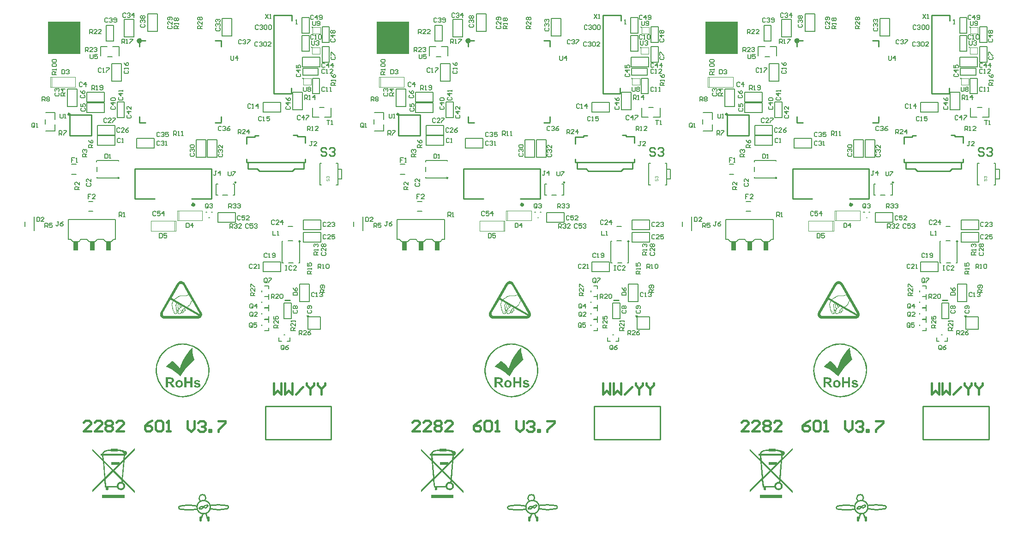
<source format=gto>
G04 Layer_Color=65535*
%FSLAX25Y25*%
%MOIN*%
G70*
G01*
G75*
%ADD10C,0.00787*%
%ADD49C,0.00591*%
%ADD50C,0.01181*%
%ADD55C,0.01575*%
%ADD92C,0.02362*%
%ADD93C,0.01000*%
%ADD94C,0.00500*%
%ADD95C,0.00394*%
%ADD96C,0.00787*%
%ADD97C,0.00472*%
%ADD98R,0.03543X0.06693*%
%ADD99R,0.23622X0.23622*%
G36*
X591229Y207378D02*
X591510Y207298D01*
X591831Y207218D01*
X592192Y207057D01*
X592512Y206857D01*
X592873Y206576D01*
X592913Y206536D01*
X592993Y206456D01*
X593194Y206255D01*
X593234Y206215D01*
X593274Y206135D01*
X593434Y205894D01*
X605542Y184927D01*
X605582Y184887D01*
X605622Y184767D01*
X605702Y184527D01*
X605822Y184246D01*
X605902Y183925D01*
X605943Y183524D01*
Y183123D01*
X605902Y182682D01*
Y182642D01*
X605862Y182562D01*
X605822Y182402D01*
X605782Y182241D01*
Y182201D01*
X605742Y182121D01*
X605662Y182001D01*
X605582Y181800D01*
X605542D01*
X605502Y181760D01*
X605421Y181640D01*
X605301Y181440D01*
X605101Y181239D01*
X604860Y180999D01*
X604579Y180758D01*
X604219Y180558D01*
X603818Y180397D01*
X603778D01*
X603657Y180357D01*
X603497Y180317D01*
X603337D01*
X603297Y180277D01*
X603136D01*
X602936Y180237D01*
X578521D01*
X578280Y180277D01*
X578000Y180357D01*
X577639Y180437D01*
X577278Y180598D01*
X576917Y180798D01*
X576557Y181079D01*
X576516Y181119D01*
X576436Y181199D01*
X576236Y181400D01*
X576196Y181440D01*
X576156Y181520D01*
X575995Y181800D01*
X575955Y181841D01*
X575915Y181961D01*
X575835Y182161D01*
X575715Y182442D01*
X575634Y182763D01*
X575594Y183123D01*
Y183524D01*
X575634Y183965D01*
Y184005D01*
X575675Y184126D01*
X575715Y184286D01*
X575755Y184406D01*
Y184446D01*
X575795Y184527D01*
X575875Y184647D01*
X575955Y184807D01*
Y184847D01*
Y184887D01*
X575995D01*
X588062Y205814D01*
Y205854D01*
X588143Y205935D01*
X588303Y206175D01*
X588624Y206536D01*
X588984Y206857D01*
X589065Y206897D01*
X589225Y206977D01*
X589265Y207017D01*
X589345Y207057D01*
X589506Y207137D01*
X589666Y207218D01*
X589907Y207298D01*
X590187Y207338D01*
X590468Y207418D01*
X590989D01*
X591229Y207378D01*
D02*
G37*
G36*
X353828D02*
X354109Y207298D01*
X354429Y207218D01*
X354790Y207057D01*
X355111Y206857D01*
X355472Y206576D01*
X355512Y206536D01*
X355592Y206456D01*
X355792Y206255D01*
X355833Y206215D01*
X355873Y206135D01*
X356033Y205894D01*
X368140Y184927D01*
X368180Y184887D01*
X368220Y184767D01*
X368301Y184527D01*
X368421Y184246D01*
X368501Y183925D01*
X368541Y183524D01*
Y183123D01*
X368501Y182682D01*
Y182642D01*
X368461Y182562D01*
X368421Y182402D01*
X368381Y182241D01*
Y182201D01*
X368341Y182121D01*
X368260Y182001D01*
X368180Y181800D01*
X368140D01*
X368100Y181760D01*
X368020Y181640D01*
X367900Y181440D01*
X367699Y181239D01*
X367459Y180999D01*
X367178Y180758D01*
X366817Y180558D01*
X366416Y180397D01*
X366376D01*
X366256Y180357D01*
X366095Y180317D01*
X365935D01*
X365895Y180277D01*
X365735D01*
X365534Y180237D01*
X341120D01*
X340879Y180277D01*
X340598Y180357D01*
X340237Y180437D01*
X339877Y180598D01*
X339516Y180798D01*
X339155Y181079D01*
X339115Y181119D01*
X339035Y181199D01*
X338834Y181400D01*
X338794Y181440D01*
X338754Y181520D01*
X338594Y181800D01*
X338554Y181841D01*
X338514Y181961D01*
X338433Y182161D01*
X338313Y182442D01*
X338233Y182763D01*
X338193Y183123D01*
Y183524D01*
X338233Y183965D01*
Y184005D01*
X338273Y184126D01*
X338313Y184286D01*
X338353Y184406D01*
Y184446D01*
X338393Y184527D01*
X338474Y184647D01*
X338554Y184807D01*
Y184847D01*
Y184887D01*
X338594D01*
X350661Y205814D01*
Y205854D01*
X350741Y205935D01*
X350901Y206175D01*
X351222Y206536D01*
X351583Y206857D01*
X351663Y206897D01*
X351823Y206977D01*
X351864Y207017D01*
X351944Y207057D01*
X352104Y207137D01*
X352264Y207218D01*
X352505Y207298D01*
X352786Y207338D01*
X353066Y207418D01*
X353588D01*
X353828Y207378D01*
D02*
G37*
G36*
X116427D02*
X116707Y207298D01*
X117028Y207218D01*
X117389Y207057D01*
X117709Y206857D01*
X118070Y206576D01*
X118110Y206536D01*
X118190Y206456D01*
X118391Y206255D01*
X118431Y206215D01*
X118471Y206135D01*
X118631Y205894D01*
X130739Y184927D01*
X130779Y184887D01*
X130819Y184767D01*
X130899Y184527D01*
X131019Y184246D01*
X131099Y183925D01*
X131140Y183524D01*
Y183123D01*
X131099Y182682D01*
Y182642D01*
X131059Y182562D01*
X131019Y182402D01*
X130979Y182241D01*
Y182201D01*
X130939Y182121D01*
X130859Y182001D01*
X130779Y181800D01*
X130739D01*
X130699Y181760D01*
X130618Y181640D01*
X130498Y181440D01*
X130298Y181239D01*
X130057Y180999D01*
X129776Y180758D01*
X129416Y180558D01*
X129015Y180397D01*
X128975D01*
X128854Y180357D01*
X128694Y180317D01*
X128534D01*
X128494Y180277D01*
X128333D01*
X128133Y180237D01*
X103718D01*
X103477Y180277D01*
X103197Y180357D01*
X102836Y180437D01*
X102475Y180598D01*
X102114Y180798D01*
X101753Y181079D01*
X101714Y181119D01*
X101633Y181199D01*
X101433Y181400D01*
X101393Y181440D01*
X101353Y181520D01*
X101192Y181800D01*
X101152Y181841D01*
X101112Y181961D01*
X101032Y182161D01*
X100912Y182442D01*
X100831Y182763D01*
X100791Y183123D01*
Y183524D01*
X100831Y183965D01*
Y184005D01*
X100872Y184126D01*
X100912Y184286D01*
X100952Y184406D01*
Y184446D01*
X100992Y184527D01*
X101072Y184647D01*
X101152Y184807D01*
Y184847D01*
Y184887D01*
X101192D01*
X113259Y205814D01*
Y205854D01*
X113340Y205935D01*
X113500Y206175D01*
X113821Y206536D01*
X114181Y206857D01*
X114262Y206897D01*
X114422Y206977D01*
X114462Y207017D01*
X114542Y207057D01*
X114703Y207137D01*
X114863Y207218D01*
X115103Y207298D01*
X115384Y207338D01*
X115665Y207418D01*
X116186D01*
X116427Y207378D01*
D02*
G37*
G36*
X592452Y162317D02*
X592671D01*
X593254Y162281D01*
X593947Y162171D01*
X594749Y162062D01*
X595660Y161880D01*
X596644Y161625D01*
X597701Y161333D01*
X598795Y160968D01*
X599925Y160495D01*
X601091Y159948D01*
X602257Y159292D01*
X603424Y158526D01*
X604554Y157651D01*
X605647Y156631D01*
X605720Y156558D01*
X605902Y156376D01*
X606194Y156048D01*
X606558Y155610D01*
X606959Y155063D01*
X607470Y154407D01*
X607980Y153642D01*
X608527Y152767D01*
X609037Y151820D01*
X609547Y150762D01*
X610058Y149632D01*
X610495Y148430D01*
X610859Y147117D01*
X611115Y145769D01*
X611297Y144347D01*
X611370Y142853D01*
Y142816D01*
Y142780D01*
Y142634D01*
Y142488D01*
X611333Y142306D01*
Y142087D01*
X611297Y141504D01*
X611188Y140812D01*
X611078Y140010D01*
X610896Y139098D01*
X610641Y138114D01*
X610349Y137057D01*
X609985Y135927D01*
X609511Y134797D01*
X608964Y133631D01*
X608308Y132465D01*
X607543Y131298D01*
X606668Y130168D01*
X605647Y129075D01*
X605574Y129002D01*
X605392Y128820D01*
X605064Y128564D01*
X604627Y128200D01*
X604080Y127762D01*
X603424Y127289D01*
X602658Y126778D01*
X601784Y126232D01*
X600836Y125685D01*
X599779Y125174D01*
X598649Y124701D01*
X597446Y124263D01*
X596170Y123899D01*
X594822Y123644D01*
X593400Y123461D01*
X591905Y123388D01*
X591541D01*
X591359Y123425D01*
X591140D01*
X590557Y123461D01*
X589864Y123571D01*
X589062Y123680D01*
X588151Y123862D01*
X587131Y124118D01*
X586073Y124409D01*
X584980Y124774D01*
X583850Y125247D01*
X582647Y125794D01*
X581481Y126450D01*
X580314Y127216D01*
X579184Y128091D01*
X578091Y129075D01*
X578018Y129148D01*
X577836Y129330D01*
X577581Y129658D01*
X577216Y130095D01*
X576779Y130642D01*
X576305Y131298D01*
X575795Y132064D01*
X575248Y132938D01*
X574701Y133886D01*
X574191Y134943D01*
X573717Y136073D01*
X573280Y137276D01*
X572915Y138588D01*
X572660Y139937D01*
X572478Y141358D01*
X572405Y142853D01*
Y142889D01*
Y142962D01*
Y143071D01*
Y143217D01*
X572441Y143400D01*
Y143655D01*
X572478Y144201D01*
X572587Y144894D01*
X572696Y145732D01*
X572879Y146607D01*
X573134Y147628D01*
X573425Y148685D01*
X573790Y149778D01*
X574264Y150908D01*
X574811Y152075D01*
X575467Y153241D01*
X576232Y154407D01*
X577107Y155537D01*
X578091Y156631D01*
X578164Y156704D01*
X578346Y156886D01*
X578674Y157178D01*
X579112Y157542D01*
X579658Y157943D01*
X580314Y158453D01*
X581080Y158964D01*
X581955Y159510D01*
X582939Y160021D01*
X583996Y160531D01*
X585126Y161041D01*
X586329Y161479D01*
X587641Y161843D01*
X588989Y162098D01*
X590411Y162281D01*
X591905Y162354D01*
X592270D01*
X592452Y162317D01*
D02*
G37*
G36*
X355051D02*
X355269D01*
X355853Y162281D01*
X356545Y162171D01*
X357347Y162062D01*
X358258Y161880D01*
X359243Y161625D01*
X360299Y161333D01*
X361393Y160968D01*
X362523Y160495D01*
X363689Y159948D01*
X364856Y159292D01*
X366022Y158526D01*
X367152Y157651D01*
X368246Y156631D01*
X368319Y156558D01*
X368501Y156376D01*
X368792Y156048D01*
X369157Y155610D01*
X369558Y155063D01*
X370068Y154407D01*
X370578Y153642D01*
X371125Y152767D01*
X371636Y151820D01*
X372146Y150762D01*
X372656Y149632D01*
X373094Y148430D01*
X373458Y147117D01*
X373713Y145769D01*
X373895Y144347D01*
X373968Y142853D01*
Y142816D01*
Y142780D01*
Y142634D01*
Y142488D01*
X373932Y142306D01*
Y142087D01*
X373895Y141504D01*
X373786Y140812D01*
X373677Y140010D01*
X373494Y139098D01*
X373239Y138114D01*
X372948Y137057D01*
X372583Y135927D01*
X372109Y134797D01*
X371563Y133631D01*
X370906Y132465D01*
X370141Y131298D01*
X369266Y130168D01*
X368246Y129075D01*
X368173Y129002D01*
X367990Y128820D01*
X367662Y128564D01*
X367225Y128200D01*
X366678Y127762D01*
X366022Y127289D01*
X365257Y126778D01*
X364382Y126232D01*
X363434Y125685D01*
X362377Y125174D01*
X361247Y124701D01*
X360044Y124263D01*
X358769Y123899D01*
X357420Y123644D01*
X355998Y123461D01*
X354504Y123388D01*
X354139D01*
X353957Y123425D01*
X353738D01*
X353155Y123461D01*
X352463Y123571D01*
X351661Y123680D01*
X350750Y123862D01*
X349729Y124118D01*
X348672Y124409D01*
X347579Y124774D01*
X346448Y125247D01*
X345246Y125794D01*
X344079Y126450D01*
X342913Y127216D01*
X341783Y128091D01*
X340689Y129075D01*
X340616Y129148D01*
X340434Y129330D01*
X340179Y129658D01*
X339815Y130095D01*
X339377Y130642D01*
X338903Y131298D01*
X338393Y132064D01*
X337846Y132938D01*
X337300Y133886D01*
X336789Y134943D01*
X336315Y136073D01*
X335878Y137276D01*
X335513Y138588D01*
X335258Y139937D01*
X335076Y141358D01*
X335003Y142853D01*
Y142889D01*
Y142962D01*
Y143071D01*
Y143217D01*
X335040Y143400D01*
Y143655D01*
X335076Y144201D01*
X335186Y144894D01*
X335295Y145732D01*
X335477Y146607D01*
X335732Y147628D01*
X336024Y148685D01*
X336388Y149778D01*
X336862Y150908D01*
X337409Y152075D01*
X338065Y153241D01*
X338830Y154407D01*
X339705Y155537D01*
X340689Y156631D01*
X340762Y156704D01*
X340945Y156886D01*
X341273Y157178D01*
X341710Y157542D01*
X342257Y157943D01*
X342913Y158453D01*
X343678Y158964D01*
X344553Y159510D01*
X345537Y160021D01*
X346594Y160531D01*
X347724Y161041D01*
X348927Y161479D01*
X350239Y161843D01*
X351588Y162098D01*
X353010Y162281D01*
X354504Y162354D01*
X354869D01*
X355051Y162317D01*
D02*
G37*
G36*
X117649D02*
X117868D01*
X118451Y162281D01*
X119144Y162171D01*
X119946Y162062D01*
X120857Y161880D01*
X121841Y161625D01*
X122898Y161333D01*
X123992Y160968D01*
X125121Y160495D01*
X126288Y159948D01*
X127454Y159292D01*
X128621Y158526D01*
X129751Y157651D01*
X130844Y156631D01*
X130917Y156558D01*
X131099Y156376D01*
X131391Y156048D01*
X131755Y155610D01*
X132156Y155063D01*
X132667Y154407D01*
X133177Y153642D01*
X133724Y152767D01*
X134234Y151820D01*
X134744Y150762D01*
X135255Y149632D01*
X135692Y148430D01*
X136056Y147117D01*
X136312Y145769D01*
X136494Y144347D01*
X136567Y142853D01*
Y142816D01*
Y142780D01*
Y142634D01*
Y142488D01*
X136530Y142306D01*
Y142087D01*
X136494Y141504D01*
X136384Y140812D01*
X136275Y140010D01*
X136093Y139098D01*
X135838Y138114D01*
X135546Y137057D01*
X135182Y135927D01*
X134708Y134797D01*
X134161Y133631D01*
X133505Y132465D01*
X132739Y131298D01*
X131865Y130168D01*
X130844Y129075D01*
X130771Y129002D01*
X130589Y128820D01*
X130261Y128564D01*
X129824Y128200D01*
X129277Y127762D01*
X128621Y127289D01*
X127855Y126778D01*
X126980Y126232D01*
X126033Y125685D01*
X124976Y125174D01*
X123846Y124701D01*
X122643Y124263D01*
X121367Y123899D01*
X120018Y123644D01*
X118597Y123461D01*
X117103Y123388D01*
X116738D01*
X116556Y123425D01*
X116337D01*
X115754Y123461D01*
X115061Y123571D01*
X114259Y123680D01*
X113348Y123862D01*
X112328Y124118D01*
X111270Y124409D01*
X110177Y124774D01*
X109047Y125247D01*
X107844Y125794D01*
X106678Y126450D01*
X105511Y127216D01*
X104381Y128091D01*
X103288Y129075D01*
X103215Y129148D01*
X103033Y129330D01*
X102778Y129658D01*
X102413Y130095D01*
X101976Y130642D01*
X101502Y131298D01*
X100992Y132064D01*
X100445Y132938D01*
X99898Y133886D01*
X99388Y134943D01*
X98914Y136073D01*
X98476Y137276D01*
X98112Y138588D01*
X97857Y139937D01*
X97675Y141358D01*
X97602Y142853D01*
Y142889D01*
Y142962D01*
Y143071D01*
Y143217D01*
X97638Y143400D01*
Y143655D01*
X97675Y144201D01*
X97784Y144894D01*
X97893Y145732D01*
X98076Y146607D01*
X98331Y147628D01*
X98622Y148685D01*
X98987Y149778D01*
X99461Y150908D01*
X100007Y152075D01*
X100663Y153241D01*
X101429Y154407D01*
X102304Y155537D01*
X103288Y156631D01*
X103361Y156704D01*
X103543Y156886D01*
X103871Y157178D01*
X104308Y157542D01*
X104855Y157943D01*
X105511Y158453D01*
X106277Y158964D01*
X107152Y159510D01*
X108136Y160021D01*
X109193Y160531D01*
X110323Y161041D01*
X111526Y161479D01*
X112838Y161843D01*
X114187Y162098D01*
X115608Y162281D01*
X117103Y162354D01*
X117467D01*
X117649Y162317D01*
D02*
G37*
G36*
X557463Y85276D02*
X550027Y77913D01*
X548861Y64281D01*
X557463Y55788D01*
Y55168D01*
Y54950D01*
Y54111D01*
X548751Y62750D01*
X548678Y61984D01*
X548715D01*
X548751Y61948D01*
X549006Y61802D01*
X549298Y61547D01*
X549662Y61219D01*
X549991Y60745D01*
X550246Y60198D01*
X550319Y59870D01*
X550355Y59542D01*
Y59141D01*
X550319Y58740D01*
Y58704D01*
X550282Y58631D01*
Y58522D01*
X550209Y58376D01*
X550064Y58011D01*
X549808Y57574D01*
X549480Y57137D01*
X549006Y56736D01*
X548715Y56590D01*
X548423Y56444D01*
X548059Y56335D01*
X547658Y56262D01*
X547293D01*
X546892Y56298D01*
X546419Y56408D01*
X545908Y56590D01*
X545653Y56772D01*
X545398Y56954D01*
X545143Y57173D01*
X544924Y57428D01*
X544705Y57756D01*
X544523Y58121D01*
X538363D01*
Y57137D01*
Y57100D01*
Y56991D01*
X538327Y56845D01*
X538254Y56699D01*
X538144Y56517D01*
X537962Y56371D01*
X537743Y56262D01*
X537415Y56225D01*
X537269D01*
X537124Y56262D01*
X536978Y56335D01*
X536796Y56444D01*
X536650Y56626D01*
X536541Y56845D01*
X536504Y57137D01*
Y58121D01*
X535848D01*
X535411Y63406D01*
X526735Y54804D01*
Y56444D01*
X535265Y64900D01*
X534244Y77184D01*
X526735Y84620D01*
Y86224D01*
X534062Y78970D01*
X533843Y81376D01*
X532859D01*
Y82615D01*
X533770D01*
Y82652D01*
X533807Y82797D01*
X533880Y83016D01*
X533989Y83235D01*
X534135Y83526D01*
X534317Y83818D01*
X534609Y84110D01*
X534937Y84401D01*
X535155Y84583D01*
X535192D01*
X535228Y84620D01*
X535338Y84656D01*
X535447Y84729D01*
X535629Y84802D01*
X535848Y84912D01*
X536103Y84984D01*
X536395Y85094D01*
X536723Y85167D01*
X537087Y85276D01*
X537488Y85385D01*
X537926Y85458D01*
X538400Y85531D01*
X538946Y85604D01*
X539493Y85677D01*
X540113Y85713D01*
Y86370D01*
X545106D01*
Y85713D01*
X545398D01*
X545653Y85677D01*
X545908Y85641D01*
X546236Y85604D01*
X546965Y85531D01*
X547767Y85349D01*
X548605Y85130D01*
X549444Y84839D01*
X550209Y84438D01*
X550647D01*
X550902Y84401D01*
X551193Y84292D01*
X551449Y84073D01*
X551667Y83781D01*
X551813Y83381D01*
Y83308D01*
X551850Y83162D01*
X551813Y82943D01*
X551777Y82688D01*
X551704Y82396D01*
X551521Y82105D01*
X551230Y81886D01*
X550829Y81704D01*
Y81376D01*
X550319D01*
X550173Y79699D01*
X557463Y86916D01*
Y85276D01*
D02*
G37*
G36*
X320061D02*
X312626Y77913D01*
X311459Y64281D01*
X320061Y55788D01*
Y55168D01*
Y54950D01*
Y54111D01*
X311350Y62750D01*
X311277Y61984D01*
X311313D01*
X311350Y61948D01*
X311605Y61802D01*
X311896Y61547D01*
X312261Y61219D01*
X312589Y60745D01*
X312844Y60198D01*
X312917Y59870D01*
X312953Y59542D01*
Y59141D01*
X312917Y58740D01*
Y58704D01*
X312881Y58631D01*
Y58522D01*
X312808Y58376D01*
X312662Y58011D01*
X312407Y57574D01*
X312079Y57137D01*
X311605Y56736D01*
X311313Y56590D01*
X311022Y56444D01*
X310657Y56335D01*
X310256Y56262D01*
X309892D01*
X309491Y56298D01*
X309017Y56408D01*
X308507Y56590D01*
X308252Y56772D01*
X307996Y56954D01*
X307741Y57173D01*
X307523Y57428D01*
X307304Y57756D01*
X307121Y58121D01*
X300961D01*
Y57137D01*
Y57100D01*
Y56991D01*
X300925Y56845D01*
X300852Y56699D01*
X300743Y56517D01*
X300561Y56371D01*
X300342Y56262D01*
X300014Y56225D01*
X299868D01*
X299722Y56262D01*
X299576Y56335D01*
X299394Y56444D01*
X299248Y56626D01*
X299139Y56845D01*
X299103Y57137D01*
Y58121D01*
X298446D01*
X298009Y63406D01*
X289334Y54804D01*
Y56444D01*
X297863Y64900D01*
X296843Y77184D01*
X289334Y84620D01*
Y86224D01*
X296660Y78970D01*
X296442Y81376D01*
X295458D01*
Y82615D01*
X296369D01*
Y82652D01*
X296405Y82797D01*
X296478Y83016D01*
X296587Y83235D01*
X296733Y83526D01*
X296916Y83818D01*
X297207Y84110D01*
X297535Y84401D01*
X297754Y84583D01*
X297790D01*
X297827Y84620D01*
X297936Y84656D01*
X298045Y84729D01*
X298228Y84802D01*
X298446Y84912D01*
X298702Y84984D01*
X298993Y85094D01*
X299321Y85167D01*
X299686Y85276D01*
X300087Y85385D01*
X300524Y85458D01*
X300998Y85531D01*
X301545Y85604D01*
X302091Y85677D01*
X302711Y85713D01*
Y86370D01*
X307705D01*
Y85713D01*
X307996D01*
X308252Y85677D01*
X308507Y85641D01*
X308835Y85604D01*
X309564Y85531D01*
X310366Y85349D01*
X311204Y85130D01*
X312042Y84839D01*
X312808Y84438D01*
X313245D01*
X313500Y84401D01*
X313792Y84292D01*
X314047Y84073D01*
X314266Y83781D01*
X314411Y83381D01*
Y83308D01*
X314448Y83162D01*
X314411Y82943D01*
X314375Y82688D01*
X314302Y82396D01*
X314120Y82105D01*
X313828Y81886D01*
X313427Y81704D01*
Y81376D01*
X312917D01*
X312771Y79699D01*
X320061Y86916D01*
Y85276D01*
D02*
G37*
G36*
X82660D02*
X75224Y77913D01*
X74058Y64281D01*
X82660Y55788D01*
Y55168D01*
Y54950D01*
Y54111D01*
X73948Y62750D01*
X73875Y61984D01*
X73912D01*
X73948Y61948D01*
X74203Y61802D01*
X74495Y61547D01*
X74859Y61219D01*
X75187Y60745D01*
X75443Y60198D01*
X75516Y59870D01*
X75552Y59542D01*
Y59141D01*
X75516Y58740D01*
Y58704D01*
X75479Y58631D01*
Y58522D01*
X75406Y58376D01*
X75260Y58011D01*
X75005Y57574D01*
X74677Y57137D01*
X74203Y56736D01*
X73912Y56590D01*
X73620Y56444D01*
X73256Y56335D01*
X72855Y56262D01*
X72490D01*
X72089Y56298D01*
X71615Y56408D01*
X71105Y56590D01*
X70850Y56772D01*
X70595Y56954D01*
X70340Y57173D01*
X70121Y57428D01*
X69902Y57756D01*
X69720Y58121D01*
X63560D01*
Y57137D01*
Y57100D01*
Y56991D01*
X63524Y56845D01*
X63451Y56699D01*
X63341Y56517D01*
X63159Y56371D01*
X62940Y56262D01*
X62612Y56225D01*
X62467D01*
X62321Y56262D01*
X62175Y56335D01*
X61993Y56444D01*
X61847Y56626D01*
X61738Y56845D01*
X61701Y57137D01*
Y58121D01*
X61045D01*
X60607Y63406D01*
X51932Y54804D01*
Y56444D01*
X60462Y64900D01*
X59441Y77184D01*
X51932Y84620D01*
Y86224D01*
X59259Y78970D01*
X59040Y81376D01*
X58056D01*
Y82615D01*
X58967D01*
Y82652D01*
X59004Y82797D01*
X59077Y83016D01*
X59186Y83235D01*
X59332Y83526D01*
X59514Y83818D01*
X59806Y84110D01*
X60134Y84401D01*
X60352Y84583D01*
X60389D01*
X60425Y84620D01*
X60535Y84656D01*
X60644Y84729D01*
X60826Y84802D01*
X61045Y84912D01*
X61300Y84984D01*
X61592Y85094D01*
X61920Y85167D01*
X62284Y85276D01*
X62685Y85385D01*
X63123Y85458D01*
X63596Y85531D01*
X64143Y85604D01*
X64690Y85677D01*
X65310Y85713D01*
Y86370D01*
X70303D01*
Y85713D01*
X70595D01*
X70850Y85677D01*
X71105Y85641D01*
X71433Y85604D01*
X72162Y85531D01*
X72964Y85349D01*
X73802Y85130D01*
X74641Y84839D01*
X75406Y84438D01*
X75844D01*
X76099Y84401D01*
X76390Y84292D01*
X76645Y84073D01*
X76864Y83781D01*
X77010Y83381D01*
Y83308D01*
X77047Y83162D01*
X77010Y82943D01*
X76974Y82688D01*
X76901Y82396D01*
X76718Y82105D01*
X76427Y81886D01*
X76026Y81704D01*
Y81376D01*
X75516D01*
X75370Y79699D01*
X82660Y86916D01*
Y85276D01*
D02*
G37*
G36*
X550027Y50503D02*
X533843D01*
Y52836D01*
X550027D01*
Y50503D01*
D02*
G37*
G36*
X312626D02*
X296442D01*
Y52836D01*
X312626D01*
Y50503D01*
D02*
G37*
G36*
X75224D02*
X59040D01*
Y52836D01*
X75224D01*
Y50503D01*
D02*
G37*
%LPC*%
G36*
X590789Y205373D02*
X590708D01*
X590508Y205333D01*
X590227Y205293D01*
X589907Y205133D01*
X589866Y205093D01*
X589826Y205053D01*
X589786D01*
X589746Y205012D01*
X589626Y204892D01*
X589466Y204732D01*
X589305Y204491D01*
X583893Y195110D01*
X585657Y194108D01*
X585697Y194148D01*
X585777Y194268D01*
X585978Y194429D01*
X586218Y194629D01*
X586258Y194669D01*
X586419Y194749D01*
X586619Y194910D01*
X586900Y195070D01*
X586940Y195110D01*
X587060Y195191D01*
X587100D01*
X587140Y195231D01*
X587261Y195311D01*
X587301D01*
X587341Y195351D01*
X587501Y195471D01*
X587702Y195591D01*
X587822Y195672D01*
X587862Y195712D01*
X587982Y195792D01*
X588183Y195912D01*
X588463Y196072D01*
X589065Y196433D01*
X589385Y196594D01*
X589706Y196714D01*
X589746D01*
X589866Y196754D01*
X590067Y196834D01*
X590307Y196874D01*
X590588Y196914D01*
X590949Y196954D01*
X591350Y196994D01*
X591831D01*
X592031Y196954D01*
X592753D01*
X593114Y196914D01*
X593835D01*
X593996Y196954D01*
X594356Y197035D01*
X594798Y197155D01*
X596161Y197716D01*
X592232Y204531D01*
X592192D01*
X592152Y204572D01*
X592071Y204732D01*
Y204772D01*
X591991Y204812D01*
X591911Y204892D01*
X591871Y204932D01*
X591831Y204972D01*
X591590Y205133D01*
X591229Y205253D01*
X591029Y205333D01*
X590789D01*
Y205373D01*
D02*
G37*
G36*
X596361Y197315D02*
X594958Y196754D01*
X594918D01*
X594838Y196714D01*
X594717Y196674D01*
X594557Y196594D01*
X594156Y196513D01*
X593675Y196433D01*
X593234D01*
X592833Y196473D01*
X592312Y196513D01*
X591069D01*
X590468Y196433D01*
X589866Y196313D01*
X589826D01*
X589746Y196273D01*
X589586Y196193D01*
X589345Y196072D01*
X589105Y195952D01*
X588784Y195792D01*
X588463Y195551D01*
X588102Y195311D01*
X588062Y195271D01*
X587942Y195231D01*
X587782Y195110D01*
X587501Y194910D01*
X587421Y194870D01*
X587301Y194830D01*
X587140Y194709D01*
X587100Y194669D01*
X586940Y194589D01*
X586739Y194429D01*
X586499Y194268D01*
X586459Y194228D01*
X586339Y194148D01*
X586218Y194028D01*
X586058Y193868D01*
X594717Y188856D01*
X594757D01*
X594878Y188896D01*
X595038Y188977D01*
X595279Y189097D01*
X595559Y189257D01*
X595880Y189498D01*
X596241Y189818D01*
X596642Y190179D01*
X596682Y190219D01*
X596722Y190259D01*
X596922Y190500D01*
X596962Y190540D01*
X597003Y190580D01*
X597163Y190781D01*
X597203Y190821D01*
X597243Y190941D01*
X597363Y191182D01*
X597524Y191542D01*
Y191582D01*
X597564Y191622D01*
X597644Y191863D01*
X597724Y192104D01*
X597844Y192384D01*
X597885Y192464D01*
X598005Y192625D01*
X598165Y192825D01*
X598365Y193066D01*
X598406Y193106D01*
X598486Y193146D01*
X598686Y193306D01*
X596361Y197315D01*
D02*
G37*
G36*
X590147Y189939D02*
Y189899D01*
Y189818D01*
X590107Y189738D01*
Y189658D01*
Y189618D01*
Y189538D01*
X590187Y189297D01*
Y189257D01*
X590227Y189177D01*
X590267Y189137D01*
X590307Y189017D01*
X590388Y188856D01*
X590468Y188736D01*
X590508D01*
X590548Y188816D01*
X590748Y188936D01*
X590989Y189137D01*
X591229Y189337D01*
X590147Y189939D01*
D02*
G37*
G36*
X588984Y190620D02*
Y190580D01*
X588904Y190540D01*
X588784Y190299D01*
Y190259D01*
Y190179D01*
X588744Y190019D01*
Y189858D01*
Y189818D01*
Y189738D01*
Y189498D01*
Y189257D01*
Y189177D01*
Y189137D01*
Y189057D01*
Y188896D01*
X588784Y188696D01*
X588824Y188496D01*
Y188455D01*
X588864Y188335D01*
X588904Y188255D01*
X588944Y188175D01*
Y188135D01*
X589025Y188014D01*
X589105Y187814D01*
X589265Y187573D01*
Y187613D01*
X589305Y187654D01*
X589345Y187694D01*
X589385Y187734D01*
X589466Y187814D01*
X589626Y187974D01*
X589866Y188215D01*
X590147Y188455D01*
X590107Y188496D01*
X590067Y188576D01*
X589947Y188776D01*
X589826Y189017D01*
X589786Y189097D01*
Y189137D01*
X589746Y189257D01*
X589706Y189418D01*
X589666Y189618D01*
Y189658D01*
Y189778D01*
X589706Y189979D01*
X589746Y190179D01*
X588984Y190620D01*
D02*
G37*
G36*
X587902Y191222D02*
Y191182D01*
X587862Y191021D01*
X587742Y190781D01*
X587541Y190460D01*
X587501Y190420D01*
X587421Y190259D01*
X587301Y190059D01*
X587261Y189899D01*
Y189858D01*
Y189698D01*
X587301Y189458D01*
X587341Y189257D01*
X587421Y189017D01*
Y188977D01*
X587461Y188896D01*
X587501Y188776D01*
X587541Y188616D01*
X587621Y188255D01*
Y188135D01*
Y188014D01*
Y187934D01*
X587581Y187774D01*
X587541Y187493D01*
Y187172D01*
Y187092D01*
X587581Y187052D01*
X587621D01*
X587662Y187012D01*
X587742Y186972D01*
X587822Y186892D01*
X587862D01*
X587902Y186852D01*
X587982Y186772D01*
X588022Y186732D01*
X588102Y186651D01*
X588263Y186571D01*
X588303D01*
X588343Y186491D01*
X588503Y186411D01*
X588544Y186491D01*
X588624Y186651D01*
X588744Y186892D01*
X588944Y187213D01*
X588904Y187293D01*
X588824Y187453D01*
X588664Y187694D01*
X588544Y187974D01*
Y188014D01*
X588503Y188095D01*
X588463Y188175D01*
X588423D01*
Y188215D01*
Y188255D01*
X588383Y188375D01*
Y188415D01*
Y188455D01*
X588343Y188576D01*
X588303Y188816D01*
Y189137D01*
Y189177D01*
Y189257D01*
Y189458D01*
Y189498D01*
Y189578D01*
Y189858D01*
Y189899D01*
Y190059D01*
Y190219D01*
X588343Y190420D01*
Y190460D01*
X588423Y190580D01*
X588584Y190861D01*
X587902Y191222D01*
D02*
G37*
G36*
X592913Y187253D02*
X592873D01*
X592833Y187213D01*
X592673Y187132D01*
X592512Y187012D01*
X592392Y186932D01*
X592352Y186892D01*
X592232Y186772D01*
X592071Y186571D01*
X591911Y186331D01*
Y186291D01*
X591871Y186250D01*
Y186210D01*
X591911D01*
X591951Y186170D01*
X592152Y186050D01*
X592232D01*
X592392Y186010D01*
X592633Y185970D01*
X592953Y185930D01*
X593154D01*
X593314Y185970D01*
X593434Y186050D01*
Y186090D01*
Y186130D01*
X593475Y186250D01*
X593515Y186371D01*
Y186451D01*
Y186491D01*
Y186531D01*
Y186611D01*
X593434Y186691D01*
Y186732D01*
X593394D01*
Y186772D01*
Y186812D01*
X593314Y186852D01*
X593194Y187012D01*
X592993Y187172D01*
X592913Y187253D01*
D02*
G37*
G36*
X591671Y189097D02*
X591590Y189057D01*
X591390Y188896D01*
X591109Y188656D01*
X590708Y188375D01*
X590668D01*
X590628Y188295D01*
X590388Y188095D01*
X590067Y187814D01*
X589746Y187453D01*
X589706Y187413D01*
X589586Y187253D01*
X589426Y187052D01*
X589265Y186772D01*
X589065Y186451D01*
X588904Y186090D01*
X588784Y185729D01*
X588749Y185414D01*
X588744Y185408D01*
Y185368D01*
X588749Y185414D01*
X588784Y185449D01*
X588824Y185529D01*
X588864Y185569D01*
X588904Y185609D01*
X589025Y185689D01*
X589225Y185809D01*
X589466Y185930D01*
X589506D01*
X589546Y185970D01*
X589666D01*
X589706Y186010D01*
X589746D01*
X589826Y186050D01*
X589907D01*
X590147Y186090D01*
X590708D01*
X590748Y186050D01*
X590909Y186010D01*
X591029D01*
X591270Y185930D01*
Y185970D01*
X591310Y186010D01*
X591350Y186130D01*
Y186170D01*
X591390Y186210D01*
X591430Y186371D01*
X591510Y186531D01*
Y186571D01*
X591550Y186611D01*
X591671Y186772D01*
X591871Y187012D01*
X592111Y187253D01*
X592152D01*
X592232Y187333D01*
X592392Y187453D01*
X592633Y187613D01*
X592673D01*
X592713Y187654D01*
X592913Y187814D01*
X593114Y187974D01*
X593314Y188135D01*
X591671Y189097D01*
D02*
G37*
G36*
X591711Y185769D02*
Y185729D01*
X591671Y185569D01*
Y185529D01*
X591590Y185368D01*
X591510Y185128D01*
X591350Y184847D01*
X591390Y184807D01*
X591470Y184767D01*
X591630Y184727D01*
X591831Y184687D01*
X591991D01*
X592111Y184727D01*
X592232Y184807D01*
X592272D01*
X592312Y184847D01*
Y184927D01*
X592352Y184968D01*
Y185048D01*
Y185088D01*
Y185208D01*
Y185368D01*
X592232Y185569D01*
X592192D01*
X592152Y185609D01*
X592071D01*
X592031Y185649D01*
X591991D01*
X591911Y185689D01*
X591791Y185729D01*
X591711Y185769D01*
D02*
G37*
G36*
X585216Y192825D02*
Y192785D01*
Y192745D01*
X585136Y192504D01*
X585016Y192104D01*
X584775Y191622D01*
Y191582D01*
X584735Y191542D01*
X584615Y191302D01*
X584535Y191021D01*
X584454Y190821D01*
Y190741D01*
X584414Y190660D01*
Y190540D01*
X584454Y190340D01*
Y190139D01*
X584535Y189858D01*
X584615Y189538D01*
Y189498D01*
X584655Y189377D01*
X584695Y189257D01*
X584735Y189137D01*
Y189097D01*
Y189017D01*
X584775Y188816D01*
X584855Y188455D01*
X584935Y187934D01*
Y187894D01*
Y187854D01*
X584975Y187573D01*
X585016Y187293D01*
X585096Y186972D01*
X585136Y186892D01*
X585176Y186732D01*
X585296Y186491D01*
X585417Y186210D01*
X585457Y186170D01*
X585497Y186010D01*
X585537Y185849D01*
X585617Y185689D01*
X585697D01*
X585737Y185729D01*
X585978D01*
X586218Y185649D01*
X586379Y185569D01*
X586539Y185489D01*
X586659Y185328D01*
X586820Y185128D01*
X586860Y185048D01*
X586940Y184968D01*
X586980Y184927D01*
X587020Y184847D01*
X587140Y184567D01*
Y184486D01*
Y184326D01*
Y184286D01*
Y184246D01*
Y184166D01*
Y184126D01*
X587180Y184166D01*
X587261Y184206D01*
X587301Y184246D01*
X587421Y184406D01*
X587541Y184607D01*
X587621Y184887D01*
Y184968D01*
Y185048D01*
X587581Y185168D01*
Y185368D01*
X587501Y185649D01*
X587421Y185970D01*
X587301Y186371D01*
X587261Y186411D01*
Y186491D01*
X587220Y186651D01*
X587180Y186691D01*
Y186772D01*
X587140Y186892D01*
Y186932D01*
X587100Y187012D01*
Y187052D01*
Y187172D01*
Y187213D01*
Y187253D01*
Y187493D01*
Y187774D01*
X587180Y188135D01*
Y188175D01*
Y188255D01*
X587140Y188496D01*
X587100Y188656D01*
X587020Y188856D01*
Y188896D01*
X586980Y188977D01*
X586940Y189137D01*
X586900Y189297D01*
X586820Y189658D01*
X586779Y189858D01*
Y189979D01*
Y190019D01*
X586860Y190179D01*
X586980Y190420D01*
X587180Y190700D01*
Y190741D01*
X587220Y190781D01*
X587341Y190981D01*
X587461Y191262D01*
X587501Y191502D01*
X585216Y192825D01*
D02*
G37*
G36*
X590668Y185890D02*
X590548D01*
X590307Y185849D01*
X590147D01*
X589947Y185809D01*
X589786Y185769D01*
X589626D01*
X589586Y185729D01*
X589506D01*
X589466Y185689D01*
X589345Y185649D01*
X589185Y185529D01*
X589025Y185408D01*
X588984Y185328D01*
X588904Y185208D01*
X588824Y185008D01*
X588784Y184968D01*
X588744Y184767D01*
Y184687D01*
X588824Y184527D01*
X588904Y184326D01*
X589025Y184166D01*
X589105Y184126D01*
X589185Y184086D01*
X589345Y184046D01*
X589826D01*
X589987Y184126D01*
X590067Y184166D01*
X590147Y184206D01*
X590267Y184286D01*
X590307Y184326D01*
X590428Y184446D01*
X590588Y184607D01*
X590829Y184927D01*
Y184968D01*
X590869Y185008D01*
X591029Y185208D01*
X591149Y185449D01*
X591229Y185689D01*
X591189Y185729D01*
X591109Y185769D01*
X590909Y185809D01*
X590668Y185890D01*
D02*
G37*
G36*
X586058Y185529D02*
X585857D01*
X585737Y185489D01*
X585697D01*
X585737Y185328D01*
Y185288D01*
X585777Y185208D01*
X585857Y185048D01*
X585897Y184887D01*
X586058Y184527D01*
X586138Y184366D01*
X586218Y184246D01*
X586258Y184206D01*
X586339Y184126D01*
X586499Y184046D01*
X586699Y183965D01*
X586860D01*
X586900Y184005D01*
Y184046D01*
Y184126D01*
Y184166D01*
X586940Y184206D01*
Y184326D01*
Y184366D01*
Y184406D01*
Y184446D01*
X586900Y184486D01*
Y184527D01*
X586860Y184607D01*
X586739Y184847D01*
Y184887D01*
X586699Y184927D01*
X586659Y184968D01*
X586619Y185048D01*
Y185088D01*
X586579Y185128D01*
X586419Y185288D01*
X586178Y185449D01*
X586058Y185529D01*
D02*
G37*
G36*
X598927Y192945D02*
X598887D01*
X598847Y192865D01*
X598686Y192745D01*
X598646Y192705D01*
X598566Y192585D01*
X598406Y192424D01*
X598245Y192144D01*
X598205Y192104D01*
X598165Y191983D01*
X598045Y191743D01*
X597925Y191382D01*
Y191342D01*
X597885Y191302D01*
X597804Y191061D01*
X597684Y190781D01*
X597524Y190540D01*
Y190500D01*
X597443Y190420D01*
X597283Y190219D01*
X597243Y190179D01*
X597163Y190099D01*
X596962Y189858D01*
X596922Y189818D01*
X596802Y189698D01*
X596602Y189538D01*
X596401Y189337D01*
X595840Y188936D01*
X595519Y188736D01*
X595238Y188576D01*
X603938Y183524D01*
Y183605D01*
Y183765D01*
Y183805D01*
Y183925D01*
Y184005D01*
X603898Y184166D01*
X603818Y184366D01*
X603697Y184607D01*
Y184647D01*
X598927Y192945D01*
D02*
G37*
G36*
X583212Y193948D02*
X577799Y184607D01*
Y184567D01*
Y184527D01*
X577759Y184486D01*
X577719Y184326D01*
X577679Y184286D01*
X577639Y184086D01*
Y184046D01*
Y183965D01*
X577599Y183845D01*
Y183685D01*
X577639Y183324D01*
X577799Y182923D01*
X577840D01*
X577880Y182843D01*
X577960Y182722D01*
X578000Y182682D01*
X578120Y182522D01*
X578160D01*
X578200Y182442D01*
X578441Y182322D01*
X578802Y182161D01*
X579042Y182121D01*
X579283Y182081D01*
X602294D01*
Y182121D01*
X602575D01*
X602655Y182161D01*
X602815D01*
X602936Y182241D01*
X603216Y182402D01*
X593715Y187894D01*
X593675Y187854D01*
X593595Y187774D01*
X593434Y187654D01*
X593274Y187493D01*
X593314Y187453D01*
X593394Y187413D01*
X593555Y187253D01*
X593755Y187052D01*
X593795Y187012D01*
X593835Y186972D01*
X593916Y186852D01*
X593956Y186651D01*
X593996Y186451D01*
Y186411D01*
X593956Y186291D01*
X593916Y186130D01*
X593876Y185930D01*
X593835Y185890D01*
X593795Y185769D01*
X593755Y185729D01*
X593595Y185649D01*
X593354Y185529D01*
X592993Y185489D01*
X592793D01*
Y185449D01*
X592833Y185328D01*
Y185128D01*
X592793Y184927D01*
Y184887D01*
Y184847D01*
X592753Y184727D01*
X592713Y184647D01*
X592633Y184567D01*
X592593Y184527D01*
X592553Y184486D01*
X592512Y184446D01*
X592352Y184326D01*
X592111Y184246D01*
X591791Y184206D01*
X591711D01*
X591550Y184246D01*
X591310Y184326D01*
X591069Y184486D01*
X591029Y184446D01*
X590909Y184286D01*
X590748Y184086D01*
X590548Y183925D01*
X590508D01*
X590468Y183845D01*
X590347Y183805D01*
X590187Y183725D01*
X590147D01*
X590067Y183685D01*
X589786Y183605D01*
X589265D01*
X589105Y183645D01*
X588904Y183725D01*
X588744Y183845D01*
Y183885D01*
X588664Y183925D01*
X588584Y184046D01*
X588503Y184166D01*
X588423Y184366D01*
X588343Y184607D01*
X588303Y184847D01*
X588263Y185168D01*
Y185208D01*
Y185248D01*
Y185288D01*
Y185328D01*
Y185489D01*
X588303Y185689D01*
X588343Y185930D01*
X588303Y185970D01*
X588223Y186050D01*
X588022Y186170D01*
X587982Y186210D01*
X587942Y186250D01*
X587782Y186331D01*
Y186291D01*
X587822Y186170D01*
X587902Y185970D01*
X587942Y185729D01*
X588022Y185248D01*
X588062Y185008D01*
Y184847D01*
Y184807D01*
Y184767D01*
X587982Y184486D01*
X587822Y184166D01*
X587702Y184005D01*
X587541Y183845D01*
X587501Y183805D01*
X587421Y183765D01*
X587140Y183605D01*
X587100D01*
X586980Y183564D01*
X586820Y183524D01*
X586579D01*
X586419Y183605D01*
X586138Y183725D01*
X585897Y183965D01*
X585857Y184046D01*
X585777Y184126D01*
X585737Y184246D01*
X585617Y184406D01*
X585537Y184607D01*
X585417Y184887D01*
X585296Y185208D01*
Y185248D01*
Y185288D01*
X585256Y185328D01*
Y185368D01*
Y185408D01*
X585216Y185489D01*
X585136Y185689D01*
X585056Y185809D01*
X584975Y186010D01*
Y186050D01*
X584935Y186090D01*
X584855Y186331D01*
X584775Y186571D01*
X584695Y186812D01*
Y186852D01*
X584615Y187052D01*
X584575Y187213D01*
Y187373D01*
X584535Y187613D01*
X584494Y187894D01*
Y187934D01*
Y188014D01*
X584454Y188135D01*
X584414Y188295D01*
X584374Y188656D01*
X584294Y188977D01*
Y189017D01*
Y189057D01*
X584254Y189097D01*
X584214Y189257D01*
X584174Y189418D01*
Y189458D01*
X584134Y189578D01*
X584094Y189778D01*
X584053Y190019D01*
X583973Y190500D01*
Y190741D01*
X584013Y190941D01*
Y190981D01*
X584094Y191141D01*
X584214Y191422D01*
X584374Y191783D01*
Y191823D01*
X584414Y191903D01*
X584494Y192063D01*
X584575Y192224D01*
X584695Y192665D01*
X584775Y193066D01*
X583212Y193948D01*
D02*
G37*
G36*
X353387Y205373D02*
X353307D01*
X353106Y205333D01*
X352826Y205293D01*
X352505Y205133D01*
X352465Y205093D01*
X352425Y205053D01*
X352385D01*
X352345Y205012D01*
X352224Y204892D01*
X352064Y204732D01*
X351904Y204491D01*
X346492Y195110D01*
X348255Y194108D01*
X348296Y194148D01*
X348376Y194268D01*
X348576Y194429D01*
X348817Y194629D01*
X348857Y194669D01*
X349017Y194749D01*
X349218Y194910D01*
X349498Y195070D01*
X349538Y195110D01*
X349659Y195191D01*
X349699D01*
X349739Y195231D01*
X349859Y195311D01*
X349899D01*
X349939Y195351D01*
X350100Y195471D01*
X350300Y195591D01*
X350420Y195672D01*
X350460Y195712D01*
X350581Y195792D01*
X350781Y195912D01*
X351062Y196072D01*
X351663Y196433D01*
X351984Y196594D01*
X352305Y196714D01*
X352345D01*
X352465Y196754D01*
X352665Y196834D01*
X352906Y196874D01*
X353187Y196914D01*
X353547Y196954D01*
X353948Y196994D01*
X354429D01*
X354630Y196954D01*
X355351D01*
X355712Y196914D01*
X356434D01*
X356594Y196954D01*
X356955Y197035D01*
X357396Y197155D01*
X358759Y197716D01*
X354830Y204531D01*
X354790D01*
X354750Y204572D01*
X354670Y204732D01*
Y204772D01*
X354590Y204812D01*
X354509Y204892D01*
X354469Y204932D01*
X354429Y204972D01*
X354189Y205133D01*
X353828Y205253D01*
X353628Y205333D01*
X353387D01*
Y205373D01*
D02*
G37*
G36*
X358960Y197315D02*
X357556Y196754D01*
X357516D01*
X357436Y196714D01*
X357316Y196674D01*
X357155Y196594D01*
X356755Y196513D01*
X356274Y196433D01*
X355833D01*
X355432Y196473D01*
X354910Y196513D01*
X353668D01*
X353066Y196433D01*
X352465Y196313D01*
X352425D01*
X352345Y196273D01*
X352184Y196193D01*
X351944Y196072D01*
X351703Y195952D01*
X351382Y195792D01*
X351062Y195551D01*
X350701Y195311D01*
X350661Y195271D01*
X350541Y195231D01*
X350380Y195110D01*
X350100Y194910D01*
X350020Y194870D01*
X349899Y194830D01*
X349739Y194709D01*
X349699Y194669D01*
X349538Y194589D01*
X349338Y194429D01*
X349097Y194268D01*
X349057Y194228D01*
X348937Y194148D01*
X348817Y194028D01*
X348656Y193868D01*
X357316Y188856D01*
X357356D01*
X357476Y188896D01*
X357636Y188977D01*
X357877Y189097D01*
X358158Y189257D01*
X358478Y189498D01*
X358839Y189818D01*
X359240Y190179D01*
X359280Y190219D01*
X359320Y190259D01*
X359521Y190500D01*
X359561Y190540D01*
X359601Y190580D01*
X359761Y190781D01*
X359801Y190821D01*
X359841Y190941D01*
X359962Y191182D01*
X360122Y191542D01*
Y191582D01*
X360162Y191622D01*
X360242Y191863D01*
X360323Y192104D01*
X360443Y192384D01*
X360483Y192464D01*
X360603Y192625D01*
X360764Y192825D01*
X360964Y193066D01*
X361004Y193106D01*
X361084Y193146D01*
X361285Y193306D01*
X358960Y197315D01*
D02*
G37*
G36*
X352746Y189939D02*
Y189899D01*
Y189818D01*
X352706Y189738D01*
Y189658D01*
Y189618D01*
Y189538D01*
X352786Y189297D01*
Y189257D01*
X352826Y189177D01*
X352866Y189137D01*
X352906Y189017D01*
X352986Y188856D01*
X353066Y188736D01*
X353106D01*
X353147Y188816D01*
X353347Y188936D01*
X353588Y189137D01*
X353828Y189337D01*
X352746Y189939D01*
D02*
G37*
G36*
X351583Y190620D02*
Y190580D01*
X351503Y190540D01*
X351382Y190299D01*
Y190259D01*
Y190179D01*
X351342Y190019D01*
Y189858D01*
Y189818D01*
Y189738D01*
Y189498D01*
Y189257D01*
Y189177D01*
Y189137D01*
Y189057D01*
Y188896D01*
X351382Y188696D01*
X351423Y188496D01*
Y188455D01*
X351463Y188335D01*
X351503Y188255D01*
X351543Y188175D01*
Y188135D01*
X351623Y188014D01*
X351703Y187814D01*
X351864Y187573D01*
Y187613D01*
X351904Y187654D01*
X351944Y187694D01*
X351984Y187734D01*
X352064Y187814D01*
X352224Y187974D01*
X352465Y188215D01*
X352746Y188455D01*
X352706Y188496D01*
X352665Y188576D01*
X352545Y188776D01*
X352425Y189017D01*
X352385Y189097D01*
Y189137D01*
X352345Y189257D01*
X352305Y189418D01*
X352264Y189618D01*
Y189658D01*
Y189778D01*
X352305Y189979D01*
X352345Y190179D01*
X351583Y190620D01*
D02*
G37*
G36*
X350500Y191222D02*
Y191182D01*
X350460Y191021D01*
X350340Y190781D01*
X350140Y190460D01*
X350100Y190420D01*
X350020Y190259D01*
X349899Y190059D01*
X349859Y189899D01*
Y189858D01*
Y189698D01*
X349899Y189458D01*
X349939Y189257D01*
X350020Y189017D01*
Y188977D01*
X350060Y188896D01*
X350100Y188776D01*
X350140Y188616D01*
X350220Y188255D01*
Y188135D01*
Y188014D01*
Y187934D01*
X350180Y187774D01*
X350140Y187493D01*
Y187172D01*
Y187092D01*
X350180Y187052D01*
X350220D01*
X350260Y187012D01*
X350340Y186972D01*
X350420Y186892D01*
X350460D01*
X350500Y186852D01*
X350581Y186772D01*
X350621Y186732D01*
X350701Y186651D01*
X350861Y186571D01*
X350901D01*
X350941Y186491D01*
X351102Y186411D01*
X351142Y186491D01*
X351222Y186651D01*
X351342Y186892D01*
X351543Y187213D01*
X351503Y187293D01*
X351423Y187453D01*
X351262Y187694D01*
X351142Y187974D01*
Y188014D01*
X351102Y188095D01*
X351062Y188175D01*
X351022D01*
Y188215D01*
Y188255D01*
X350982Y188375D01*
Y188415D01*
Y188455D01*
X350941Y188576D01*
X350901Y188816D01*
Y189137D01*
Y189177D01*
Y189257D01*
Y189458D01*
Y189498D01*
Y189578D01*
Y189858D01*
Y189899D01*
Y190059D01*
Y190219D01*
X350941Y190420D01*
Y190460D01*
X351022Y190580D01*
X351182Y190861D01*
X350500Y191222D01*
D02*
G37*
G36*
X355512Y187253D02*
X355472D01*
X355432Y187213D01*
X355271Y187132D01*
X355111Y187012D01*
X354991Y186932D01*
X354950Y186892D01*
X354830Y186772D01*
X354670Y186571D01*
X354509Y186331D01*
Y186291D01*
X354469Y186250D01*
Y186210D01*
X354509D01*
X354550Y186170D01*
X354750Y186050D01*
X354830D01*
X354991Y186010D01*
X355231Y185970D01*
X355552Y185930D01*
X355752D01*
X355913Y185970D01*
X356033Y186050D01*
Y186090D01*
Y186130D01*
X356073Y186250D01*
X356113Y186371D01*
Y186451D01*
Y186491D01*
Y186531D01*
Y186611D01*
X356033Y186691D01*
Y186732D01*
X355993D01*
Y186772D01*
Y186812D01*
X355913Y186852D01*
X355792Y187012D01*
X355592Y187172D01*
X355512Y187253D01*
D02*
G37*
G36*
X354269Y189097D02*
X354189Y189057D01*
X353988Y188896D01*
X353708Y188656D01*
X353307Y188375D01*
X353267D01*
X353227Y188295D01*
X352986Y188095D01*
X352665Y187814D01*
X352345Y187453D01*
X352305Y187413D01*
X352184Y187253D01*
X352024Y187052D01*
X351864Y186772D01*
X351663Y186451D01*
X351503Y186090D01*
X351382Y185729D01*
X351347Y185414D01*
X351342Y185408D01*
Y185368D01*
X351347Y185414D01*
X351382Y185449D01*
X351423Y185529D01*
X351463Y185569D01*
X351503Y185609D01*
X351623Y185689D01*
X351823Y185809D01*
X352064Y185930D01*
X352104D01*
X352144Y185970D01*
X352264D01*
X352305Y186010D01*
X352345D01*
X352425Y186050D01*
X352505D01*
X352746Y186090D01*
X353307D01*
X353347Y186050D01*
X353507Y186010D01*
X353628D01*
X353868Y185930D01*
Y185970D01*
X353908Y186010D01*
X353948Y186130D01*
Y186170D01*
X353988Y186210D01*
X354029Y186371D01*
X354109Y186531D01*
Y186571D01*
X354149Y186611D01*
X354269Y186772D01*
X354469Y187012D01*
X354710Y187253D01*
X354750D01*
X354830Y187333D01*
X354991Y187453D01*
X355231Y187613D01*
X355271D01*
X355311Y187654D01*
X355512Y187814D01*
X355712Y187974D01*
X355913Y188135D01*
X354269Y189097D01*
D02*
G37*
G36*
X354309Y185769D02*
Y185729D01*
X354269Y185569D01*
Y185529D01*
X354189Y185368D01*
X354109Y185128D01*
X353948Y184847D01*
X353988Y184807D01*
X354068Y184767D01*
X354229Y184727D01*
X354429Y184687D01*
X354590D01*
X354710Y184727D01*
X354830Y184807D01*
X354870D01*
X354910Y184847D01*
Y184927D01*
X354950Y184968D01*
Y185048D01*
Y185088D01*
Y185208D01*
Y185368D01*
X354830Y185569D01*
X354790D01*
X354750Y185609D01*
X354670D01*
X354630Y185649D01*
X354590D01*
X354509Y185689D01*
X354389Y185729D01*
X354309Y185769D01*
D02*
G37*
G36*
X347814Y192825D02*
Y192785D01*
Y192745D01*
X347734Y192504D01*
X347614Y192104D01*
X347374Y191622D01*
Y191582D01*
X347333Y191542D01*
X347213Y191302D01*
X347133Y191021D01*
X347053Y190821D01*
Y190741D01*
X347013Y190660D01*
Y190540D01*
X347053Y190340D01*
Y190139D01*
X347133Y189858D01*
X347213Y189538D01*
Y189498D01*
X347253Y189377D01*
X347293Y189257D01*
X347333Y189137D01*
Y189097D01*
Y189017D01*
X347374Y188816D01*
X347454Y188455D01*
X347534Y187934D01*
Y187894D01*
Y187854D01*
X347574Y187573D01*
X347614Y187293D01*
X347694Y186972D01*
X347734Y186892D01*
X347774Y186732D01*
X347895Y186491D01*
X348015Y186210D01*
X348055Y186170D01*
X348095Y186010D01*
X348135Y185849D01*
X348215Y185689D01*
X348296D01*
X348336Y185729D01*
X348576D01*
X348817Y185649D01*
X348977Y185569D01*
X349137Y185489D01*
X349258Y185328D01*
X349418Y185128D01*
X349458Y185048D01*
X349538Y184968D01*
X349578Y184927D01*
X349619Y184847D01*
X349739Y184567D01*
Y184486D01*
Y184326D01*
Y184286D01*
Y184246D01*
Y184166D01*
Y184126D01*
X349779Y184166D01*
X349859Y184206D01*
X349899Y184246D01*
X350020Y184406D01*
X350140Y184607D01*
X350220Y184887D01*
Y184968D01*
Y185048D01*
X350180Y185168D01*
Y185368D01*
X350100Y185649D01*
X350020Y185970D01*
X349899Y186371D01*
X349859Y186411D01*
Y186491D01*
X349819Y186651D01*
X349779Y186691D01*
Y186772D01*
X349739Y186892D01*
Y186932D01*
X349699Y187012D01*
Y187052D01*
Y187172D01*
Y187213D01*
Y187253D01*
Y187493D01*
Y187774D01*
X349779Y188135D01*
Y188175D01*
Y188255D01*
X349739Y188496D01*
X349699Y188656D01*
X349619Y188856D01*
Y188896D01*
X349578Y188977D01*
X349538Y189137D01*
X349498Y189297D01*
X349418Y189658D01*
X349378Y189858D01*
Y189979D01*
Y190019D01*
X349458Y190179D01*
X349578Y190420D01*
X349779Y190700D01*
Y190741D01*
X349819Y190781D01*
X349939Y190981D01*
X350060Y191262D01*
X350100Y191502D01*
X347814Y192825D01*
D02*
G37*
G36*
X353267Y185890D02*
X353147D01*
X352906Y185849D01*
X352746D01*
X352545Y185809D01*
X352385Y185769D01*
X352224D01*
X352184Y185729D01*
X352104D01*
X352064Y185689D01*
X351944Y185649D01*
X351783Y185529D01*
X351623Y185408D01*
X351583Y185328D01*
X351503Y185208D01*
X351423Y185008D01*
X351382Y184968D01*
X351342Y184767D01*
Y184687D01*
X351423Y184527D01*
X351503Y184326D01*
X351623Y184166D01*
X351703Y184126D01*
X351783Y184086D01*
X351944Y184046D01*
X352425D01*
X352585Y184126D01*
X352665Y184166D01*
X352746Y184206D01*
X352866Y184286D01*
X352906Y184326D01*
X353026Y184446D01*
X353187Y184607D01*
X353427Y184927D01*
Y184968D01*
X353467Y185008D01*
X353628Y185208D01*
X353748Y185449D01*
X353828Y185689D01*
X353788Y185729D01*
X353708Y185769D01*
X353507Y185809D01*
X353267Y185890D01*
D02*
G37*
G36*
X348656Y185529D02*
X348456D01*
X348336Y185489D01*
X348296D01*
X348336Y185328D01*
Y185288D01*
X348376Y185208D01*
X348456Y185048D01*
X348496Y184887D01*
X348656Y184527D01*
X348737Y184366D01*
X348817Y184246D01*
X348857Y184206D01*
X348937Y184126D01*
X349097Y184046D01*
X349298Y183965D01*
X349458D01*
X349498Y184005D01*
Y184046D01*
Y184126D01*
Y184166D01*
X349538Y184206D01*
Y184326D01*
Y184366D01*
Y184406D01*
Y184446D01*
X349498Y184486D01*
Y184527D01*
X349458Y184607D01*
X349338Y184847D01*
Y184887D01*
X349298Y184927D01*
X349258Y184968D01*
X349218Y185048D01*
Y185088D01*
X349178Y185128D01*
X349017Y185288D01*
X348777Y185449D01*
X348656Y185529D01*
D02*
G37*
G36*
X361525Y192945D02*
X361485D01*
X361445Y192865D01*
X361285Y192745D01*
X361245Y192705D01*
X361164Y192585D01*
X361004Y192424D01*
X360844Y192144D01*
X360804Y192104D01*
X360764Y191983D01*
X360643Y191743D01*
X360523Y191382D01*
Y191342D01*
X360483Y191302D01*
X360403Y191061D01*
X360282Y190781D01*
X360122Y190540D01*
Y190500D01*
X360042Y190420D01*
X359882Y190219D01*
X359841Y190179D01*
X359761Y190099D01*
X359561Y189858D01*
X359521Y189818D01*
X359401Y189698D01*
X359200Y189538D01*
X359000Y189337D01*
X358438Y188936D01*
X358118Y188736D01*
X357837Y188576D01*
X366536Y183524D01*
Y183605D01*
Y183765D01*
Y183805D01*
Y183925D01*
Y184005D01*
X366496Y184166D01*
X366416Y184366D01*
X366296Y184607D01*
Y184647D01*
X361525Y192945D01*
D02*
G37*
G36*
X345810Y193948D02*
X340398Y184607D01*
Y184567D01*
Y184527D01*
X340358Y184486D01*
X340318Y184326D01*
X340278Y184286D01*
X340237Y184086D01*
Y184046D01*
Y183965D01*
X340197Y183845D01*
Y183685D01*
X340237Y183324D01*
X340398Y182923D01*
X340438D01*
X340478Y182843D01*
X340558Y182722D01*
X340598Y182682D01*
X340719Y182522D01*
X340759D01*
X340799Y182442D01*
X341039Y182322D01*
X341400Y182161D01*
X341641Y182121D01*
X341881Y182081D01*
X364893D01*
Y182121D01*
X365174D01*
X365254Y182161D01*
X365414D01*
X365534Y182241D01*
X365815Y182402D01*
X356314Y187894D01*
X356274Y187854D01*
X356193Y187774D01*
X356033Y187654D01*
X355873Y187493D01*
X355913Y187453D01*
X355993Y187413D01*
X356153Y187253D01*
X356354Y187052D01*
X356394Y187012D01*
X356434Y186972D01*
X356514Y186852D01*
X356554Y186651D01*
X356594Y186451D01*
Y186411D01*
X356554Y186291D01*
X356514Y186130D01*
X356474Y185930D01*
X356434Y185890D01*
X356394Y185769D01*
X356354Y185729D01*
X356193Y185649D01*
X355953Y185529D01*
X355592Y185489D01*
X355392D01*
Y185449D01*
X355432Y185328D01*
Y185128D01*
X355392Y184927D01*
Y184887D01*
Y184847D01*
X355351Y184727D01*
X355311Y184647D01*
X355231Y184567D01*
X355191Y184527D01*
X355151Y184486D01*
X355111Y184446D01*
X354950Y184326D01*
X354710Y184246D01*
X354389Y184206D01*
X354309D01*
X354149Y184246D01*
X353908Y184326D01*
X353668Y184486D01*
X353628Y184446D01*
X353507Y184286D01*
X353347Y184086D01*
X353147Y183925D01*
X353106D01*
X353066Y183845D01*
X352946Y183805D01*
X352786Y183725D01*
X352746D01*
X352665Y183685D01*
X352385Y183605D01*
X351864D01*
X351703Y183645D01*
X351503Y183725D01*
X351342Y183845D01*
Y183885D01*
X351262Y183925D01*
X351182Y184046D01*
X351102Y184166D01*
X351022Y184366D01*
X350941Y184607D01*
X350901Y184847D01*
X350861Y185168D01*
Y185208D01*
Y185248D01*
Y185288D01*
Y185328D01*
Y185489D01*
X350901Y185689D01*
X350941Y185930D01*
X350901Y185970D01*
X350821Y186050D01*
X350621Y186170D01*
X350581Y186210D01*
X350541Y186250D01*
X350380Y186331D01*
Y186291D01*
X350420Y186170D01*
X350500Y185970D01*
X350541Y185729D01*
X350621Y185248D01*
X350661Y185008D01*
Y184847D01*
Y184807D01*
Y184767D01*
X350581Y184486D01*
X350420Y184166D01*
X350300Y184005D01*
X350140Y183845D01*
X350100Y183805D01*
X350020Y183765D01*
X349739Y183605D01*
X349699D01*
X349578Y183564D01*
X349418Y183524D01*
X349178D01*
X349017Y183605D01*
X348737Y183725D01*
X348496Y183965D01*
X348456Y184046D01*
X348376Y184126D01*
X348336Y184246D01*
X348215Y184406D01*
X348135Y184607D01*
X348015Y184887D01*
X347895Y185208D01*
Y185248D01*
Y185288D01*
X347855Y185328D01*
Y185368D01*
Y185408D01*
X347814Y185489D01*
X347734Y185689D01*
X347654Y185809D01*
X347574Y186010D01*
Y186050D01*
X347534Y186090D01*
X347454Y186331D01*
X347374Y186571D01*
X347293Y186812D01*
Y186852D01*
X347213Y187052D01*
X347173Y187213D01*
Y187373D01*
X347133Y187613D01*
X347093Y187894D01*
Y187934D01*
Y188014D01*
X347053Y188135D01*
X347013Y188295D01*
X346973Y188656D01*
X346892Y188977D01*
Y189017D01*
Y189057D01*
X346852Y189097D01*
X346812Y189257D01*
X346772Y189418D01*
Y189458D01*
X346732Y189578D01*
X346692Y189778D01*
X346652Y190019D01*
X346572Y190500D01*
Y190741D01*
X346612Y190941D01*
Y190981D01*
X346692Y191141D01*
X346812Y191422D01*
X346973Y191783D01*
Y191823D01*
X347013Y191903D01*
X347093Y192063D01*
X347173Y192224D01*
X347293Y192665D01*
X347374Y193066D01*
X345810Y193948D01*
D02*
G37*
G36*
X115986Y205373D02*
X115905D01*
X115705Y205333D01*
X115424Y205293D01*
X115103Y205133D01*
X115063Y205093D01*
X115023Y205053D01*
X114983D01*
X114943Y205012D01*
X114823Y204892D01*
X114663Y204732D01*
X114502Y204491D01*
X109090Y195110D01*
X110854Y194108D01*
X110894Y194148D01*
X110974Y194268D01*
X111175Y194429D01*
X111415Y194629D01*
X111455Y194669D01*
X111616Y194749D01*
X111816Y194910D01*
X112097Y195070D01*
X112137Y195110D01*
X112257Y195191D01*
X112297D01*
X112337Y195231D01*
X112458Y195311D01*
X112498D01*
X112538Y195351D01*
X112698Y195471D01*
X112899Y195591D01*
X113019Y195672D01*
X113059Y195712D01*
X113179Y195792D01*
X113380Y195912D01*
X113660Y196072D01*
X114262Y196433D01*
X114582Y196594D01*
X114903Y196714D01*
X114943D01*
X115063Y196754D01*
X115264Y196834D01*
X115504Y196874D01*
X115785Y196914D01*
X116146Y196954D01*
X116547Y196994D01*
X117028D01*
X117228Y196954D01*
X117950D01*
X118311Y196914D01*
X119032D01*
X119193Y196954D01*
X119553Y197035D01*
X119994Y197155D01*
X121358Y197716D01*
X117429Y204531D01*
X117389D01*
X117349Y204572D01*
X117268Y204732D01*
Y204772D01*
X117188Y204812D01*
X117108Y204892D01*
X117068Y204932D01*
X117028Y204972D01*
X116787Y205133D01*
X116427Y205253D01*
X116226Y205333D01*
X115986D01*
Y205373D01*
D02*
G37*
G36*
X121558Y197315D02*
X120155Y196754D01*
X120115D01*
X120035Y196714D01*
X119914Y196674D01*
X119754Y196594D01*
X119353Y196513D01*
X118872Y196433D01*
X118431D01*
X118030Y196473D01*
X117509Y196513D01*
X116266D01*
X115665Y196433D01*
X115063Y196313D01*
X115023D01*
X114943Y196273D01*
X114783Y196193D01*
X114542Y196072D01*
X114302Y195952D01*
X113981Y195792D01*
X113660Y195551D01*
X113300Y195311D01*
X113259Y195271D01*
X113139Y195231D01*
X112979Y195110D01*
X112698Y194910D01*
X112618Y194870D01*
X112498Y194830D01*
X112337Y194709D01*
X112297Y194669D01*
X112137Y194589D01*
X111936Y194429D01*
X111696Y194268D01*
X111656Y194228D01*
X111536Y194148D01*
X111415Y194028D01*
X111255Y193868D01*
X119914Y188856D01*
X119954D01*
X120075Y188896D01*
X120235Y188977D01*
X120476Y189097D01*
X120756Y189257D01*
X121077Y189498D01*
X121438Y189818D01*
X121839Y190179D01*
X121879Y190219D01*
X121919Y190259D01*
X122119Y190500D01*
X122159Y190540D01*
X122199Y190580D01*
X122360Y190781D01*
X122400Y190821D01*
X122440Y190941D01*
X122560Y191182D01*
X122721Y191542D01*
Y191582D01*
X122761Y191622D01*
X122841Y191863D01*
X122921Y192104D01*
X123041Y192384D01*
X123081Y192464D01*
X123202Y192625D01*
X123362Y192825D01*
X123563Y193066D01*
X123603Y193106D01*
X123683Y193146D01*
X123883Y193306D01*
X121558Y197315D01*
D02*
G37*
G36*
X115344Y189939D02*
Y189899D01*
Y189818D01*
X115304Y189738D01*
Y189658D01*
Y189618D01*
Y189538D01*
X115384Y189297D01*
Y189257D01*
X115424Y189177D01*
X115464Y189137D01*
X115504Y189017D01*
X115585Y188856D01*
X115665Y188736D01*
X115705D01*
X115745Y188816D01*
X115945Y188936D01*
X116186Y189137D01*
X116427Y189337D01*
X115344Y189939D01*
D02*
G37*
G36*
X114181Y190620D02*
Y190580D01*
X114101Y190540D01*
X113981Y190299D01*
Y190259D01*
Y190179D01*
X113941Y190019D01*
Y189858D01*
Y189818D01*
Y189738D01*
Y189498D01*
Y189257D01*
Y189177D01*
Y189137D01*
Y189057D01*
Y188896D01*
X113981Y188696D01*
X114021Y188496D01*
Y188455D01*
X114061Y188335D01*
X114101Y188255D01*
X114141Y188175D01*
Y188135D01*
X114222Y188014D01*
X114302Y187814D01*
X114462Y187573D01*
Y187613D01*
X114502Y187654D01*
X114542Y187694D01*
X114582Y187734D01*
X114663Y187814D01*
X114823Y187974D01*
X115063Y188215D01*
X115344Y188455D01*
X115304Y188496D01*
X115264Y188576D01*
X115144Y188776D01*
X115023Y189017D01*
X114983Y189097D01*
Y189137D01*
X114943Y189257D01*
X114903Y189418D01*
X114863Y189618D01*
Y189658D01*
Y189778D01*
X114903Y189979D01*
X114943Y190179D01*
X114181Y190620D01*
D02*
G37*
G36*
X113099Y191222D02*
Y191182D01*
X113059Y191021D01*
X112939Y190781D01*
X112738Y190460D01*
X112698Y190420D01*
X112618Y190259D01*
X112498Y190059D01*
X112458Y189899D01*
Y189858D01*
Y189698D01*
X112498Y189458D01*
X112538Y189257D01*
X112618Y189017D01*
Y188977D01*
X112658Y188896D01*
X112698Y188776D01*
X112738Y188616D01*
X112818Y188255D01*
Y188135D01*
Y188014D01*
Y187934D01*
X112778Y187774D01*
X112738Y187493D01*
Y187172D01*
Y187092D01*
X112778Y187052D01*
X112818D01*
X112858Y187012D01*
X112939Y186972D01*
X113019Y186892D01*
X113059D01*
X113099Y186852D01*
X113179Y186772D01*
X113219Y186732D01*
X113300Y186651D01*
X113460Y186571D01*
X113500D01*
X113540Y186491D01*
X113700Y186411D01*
X113741Y186491D01*
X113821Y186651D01*
X113941Y186892D01*
X114141Y187213D01*
X114101Y187293D01*
X114021Y187453D01*
X113861Y187694D01*
X113741Y187974D01*
Y188014D01*
X113700Y188095D01*
X113660Y188175D01*
X113620D01*
Y188215D01*
Y188255D01*
X113580Y188375D01*
Y188415D01*
Y188455D01*
X113540Y188576D01*
X113500Y188816D01*
Y189137D01*
Y189177D01*
Y189257D01*
Y189458D01*
Y189498D01*
Y189578D01*
Y189858D01*
Y189899D01*
Y190059D01*
Y190219D01*
X113540Y190420D01*
Y190460D01*
X113620Y190580D01*
X113780Y190861D01*
X113099Y191222D01*
D02*
G37*
G36*
X118110Y187253D02*
X118070D01*
X118030Y187213D01*
X117870Y187132D01*
X117709Y187012D01*
X117589Y186932D01*
X117549Y186892D01*
X117429Y186772D01*
X117268Y186571D01*
X117108Y186331D01*
Y186291D01*
X117068Y186250D01*
Y186210D01*
X117108D01*
X117148Y186170D01*
X117349Y186050D01*
X117429D01*
X117589Y186010D01*
X117830Y185970D01*
X118150Y185930D01*
X118351D01*
X118511Y185970D01*
X118631Y186050D01*
Y186090D01*
Y186130D01*
X118672Y186250D01*
X118712Y186371D01*
Y186451D01*
Y186491D01*
Y186531D01*
Y186611D01*
X118631Y186691D01*
Y186732D01*
X118591D01*
Y186772D01*
Y186812D01*
X118511Y186852D01*
X118391Y187012D01*
X118190Y187172D01*
X118110Y187253D01*
D02*
G37*
G36*
X116867Y189097D02*
X116787Y189057D01*
X116587Y188896D01*
X116306Y188656D01*
X115905Y188375D01*
X115865D01*
X115825Y188295D01*
X115585Y188095D01*
X115264Y187814D01*
X114943Y187453D01*
X114903Y187413D01*
X114783Y187253D01*
X114622Y187052D01*
X114462Y186772D01*
X114262Y186451D01*
X114101Y186090D01*
X113981Y185729D01*
X113946Y185414D01*
X113941Y185408D01*
Y185368D01*
X113946Y185414D01*
X113981Y185449D01*
X114021Y185529D01*
X114061Y185569D01*
X114101Y185609D01*
X114222Y185689D01*
X114422Y185809D01*
X114663Y185930D01*
X114703D01*
X114743Y185970D01*
X114863D01*
X114903Y186010D01*
X114943D01*
X115023Y186050D01*
X115103D01*
X115344Y186090D01*
X115905D01*
X115945Y186050D01*
X116106Y186010D01*
X116226D01*
X116467Y185930D01*
Y185970D01*
X116507Y186010D01*
X116547Y186130D01*
Y186170D01*
X116587Y186210D01*
X116627Y186371D01*
X116707Y186531D01*
Y186571D01*
X116747Y186611D01*
X116867Y186772D01*
X117068Y187012D01*
X117308Y187253D01*
X117349D01*
X117429Y187333D01*
X117589Y187453D01*
X117830Y187613D01*
X117870D01*
X117910Y187654D01*
X118110Y187814D01*
X118311Y187974D01*
X118511Y188135D01*
X116867Y189097D01*
D02*
G37*
G36*
X116908Y185769D02*
Y185729D01*
X116867Y185569D01*
Y185529D01*
X116787Y185368D01*
X116707Y185128D01*
X116547Y184847D01*
X116587Y184807D01*
X116667Y184767D01*
X116827Y184727D01*
X117028Y184687D01*
X117188D01*
X117308Y184727D01*
X117429Y184807D01*
X117469D01*
X117509Y184847D01*
Y184927D01*
X117549Y184968D01*
Y185048D01*
Y185088D01*
Y185208D01*
Y185368D01*
X117429Y185569D01*
X117389D01*
X117349Y185609D01*
X117268D01*
X117228Y185649D01*
X117188D01*
X117108Y185689D01*
X116988Y185729D01*
X116908Y185769D01*
D02*
G37*
G36*
X110413Y192825D02*
Y192785D01*
Y192745D01*
X110333Y192504D01*
X110213Y192104D01*
X109972Y191622D01*
Y191582D01*
X109932Y191542D01*
X109812Y191302D01*
X109731Y191021D01*
X109651Y190821D01*
Y190741D01*
X109611Y190660D01*
Y190540D01*
X109651Y190340D01*
Y190139D01*
X109731Y189858D01*
X109812Y189538D01*
Y189498D01*
X109852Y189377D01*
X109892Y189257D01*
X109932Y189137D01*
Y189097D01*
Y189017D01*
X109972Y188816D01*
X110052Y188455D01*
X110132Y187934D01*
Y187894D01*
Y187854D01*
X110172Y187573D01*
X110213Y187293D01*
X110293Y186972D01*
X110333Y186892D01*
X110373Y186732D01*
X110493Y186491D01*
X110613Y186210D01*
X110653Y186170D01*
X110694Y186010D01*
X110734Y185849D01*
X110814Y185689D01*
X110894D01*
X110934Y185729D01*
X111175D01*
X111415Y185649D01*
X111576Y185569D01*
X111736Y185489D01*
X111856Y185328D01*
X112017Y185128D01*
X112057Y185048D01*
X112137Y184968D01*
X112177Y184927D01*
X112217Y184847D01*
X112337Y184567D01*
Y184486D01*
Y184326D01*
Y184286D01*
Y184246D01*
Y184166D01*
Y184126D01*
X112377Y184166D01*
X112458Y184206D01*
X112498Y184246D01*
X112618Y184406D01*
X112738Y184607D01*
X112818Y184887D01*
Y184968D01*
Y185048D01*
X112778Y185168D01*
Y185368D01*
X112698Y185649D01*
X112618Y185970D01*
X112498Y186371D01*
X112458Y186411D01*
Y186491D01*
X112417Y186651D01*
X112377Y186691D01*
Y186772D01*
X112337Y186892D01*
Y186932D01*
X112297Y187012D01*
Y187052D01*
Y187172D01*
Y187213D01*
Y187253D01*
Y187493D01*
Y187774D01*
X112377Y188135D01*
Y188175D01*
Y188255D01*
X112337Y188496D01*
X112297Y188656D01*
X112217Y188856D01*
Y188896D01*
X112177Y188977D01*
X112137Y189137D01*
X112097Y189297D01*
X112017Y189658D01*
X111977Y189858D01*
Y189979D01*
Y190019D01*
X112057Y190179D01*
X112177Y190420D01*
X112377Y190700D01*
Y190741D01*
X112417Y190781D01*
X112538Y190981D01*
X112658Y191262D01*
X112698Y191502D01*
X110413Y192825D01*
D02*
G37*
G36*
X115865Y185890D02*
X115745D01*
X115504Y185849D01*
X115344D01*
X115144Y185809D01*
X114983Y185769D01*
X114823D01*
X114783Y185729D01*
X114703D01*
X114663Y185689D01*
X114542Y185649D01*
X114382Y185529D01*
X114222Y185408D01*
X114181Y185328D01*
X114101Y185208D01*
X114021Y185008D01*
X113981Y184968D01*
X113941Y184767D01*
Y184687D01*
X114021Y184527D01*
X114101Y184326D01*
X114222Y184166D01*
X114302Y184126D01*
X114382Y184086D01*
X114542Y184046D01*
X115023D01*
X115184Y184126D01*
X115264Y184166D01*
X115344Y184206D01*
X115464Y184286D01*
X115504Y184326D01*
X115625Y184446D01*
X115785Y184607D01*
X116026Y184927D01*
Y184968D01*
X116066Y185008D01*
X116226Y185208D01*
X116346Y185449D01*
X116427Y185689D01*
X116386Y185729D01*
X116306Y185769D01*
X116106Y185809D01*
X115865Y185890D01*
D02*
G37*
G36*
X111255Y185529D02*
X111054D01*
X110934Y185489D01*
X110894D01*
X110934Y185328D01*
Y185288D01*
X110974Y185208D01*
X111054Y185048D01*
X111094Y184887D01*
X111255Y184527D01*
X111335Y184366D01*
X111415Y184246D01*
X111455Y184206D01*
X111536Y184126D01*
X111696Y184046D01*
X111896Y183965D01*
X112057D01*
X112097Y184005D01*
Y184046D01*
Y184126D01*
Y184166D01*
X112137Y184206D01*
Y184326D01*
Y184366D01*
Y184406D01*
Y184446D01*
X112097Y184486D01*
Y184527D01*
X112057Y184607D01*
X111936Y184847D01*
Y184887D01*
X111896Y184927D01*
X111856Y184968D01*
X111816Y185048D01*
Y185088D01*
X111776Y185128D01*
X111616Y185288D01*
X111375Y185449D01*
X111255Y185529D01*
D02*
G37*
G36*
X124124Y192945D02*
X124084D01*
X124044Y192865D01*
X123883Y192745D01*
X123843Y192705D01*
X123763Y192585D01*
X123603Y192424D01*
X123442Y192144D01*
X123402Y192104D01*
X123362Y191983D01*
X123242Y191743D01*
X123122Y191382D01*
Y191342D01*
X123081Y191302D01*
X123001Y191061D01*
X122881Y190781D01*
X122721Y190540D01*
Y190500D01*
X122640Y190420D01*
X122480Y190219D01*
X122440Y190179D01*
X122360Y190099D01*
X122159Y189858D01*
X122119Y189818D01*
X121999Y189698D01*
X121799Y189538D01*
X121598Y189337D01*
X121037Y188936D01*
X120716Y188736D01*
X120436Y188576D01*
X129135Y183524D01*
Y183605D01*
Y183765D01*
Y183805D01*
Y183925D01*
Y184005D01*
X129095Y184166D01*
X129015Y184366D01*
X128894Y184607D01*
Y184647D01*
X124124Y192945D01*
D02*
G37*
G36*
X108408Y193948D02*
X102996Y184607D01*
Y184567D01*
Y184527D01*
X102956Y184486D01*
X102916Y184326D01*
X102876Y184286D01*
X102836Y184086D01*
Y184046D01*
Y183965D01*
X102796Y183845D01*
Y183685D01*
X102836Y183324D01*
X102996Y182923D01*
X103036D01*
X103077Y182843D01*
X103157Y182722D01*
X103197Y182682D01*
X103317Y182522D01*
X103357D01*
X103397Y182442D01*
X103638Y182322D01*
X103999Y182161D01*
X104239Y182121D01*
X104480Y182081D01*
X127491D01*
Y182121D01*
X127772D01*
X127852Y182161D01*
X128013D01*
X128133Y182241D01*
X128413Y182402D01*
X118912Y187894D01*
X118872Y187854D01*
X118792Y187774D01*
X118631Y187654D01*
X118471Y187493D01*
X118511Y187453D01*
X118591Y187413D01*
X118752Y187253D01*
X118952Y187052D01*
X118992Y187012D01*
X119032Y186972D01*
X119113Y186852D01*
X119153Y186651D01*
X119193Y186451D01*
Y186411D01*
X119153Y186291D01*
X119113Y186130D01*
X119072Y185930D01*
X119032Y185890D01*
X118992Y185769D01*
X118952Y185729D01*
X118792Y185649D01*
X118551Y185529D01*
X118190Y185489D01*
X117990D01*
Y185449D01*
X118030Y185328D01*
Y185128D01*
X117990Y184927D01*
Y184887D01*
Y184847D01*
X117950Y184727D01*
X117910Y184647D01*
X117830Y184567D01*
X117789Y184527D01*
X117750Y184486D01*
X117709Y184446D01*
X117549Y184326D01*
X117308Y184246D01*
X116988Y184206D01*
X116908D01*
X116747Y184246D01*
X116507Y184326D01*
X116266Y184486D01*
X116226Y184446D01*
X116106Y184286D01*
X115945Y184086D01*
X115745Y183925D01*
X115705D01*
X115665Y183845D01*
X115544Y183805D01*
X115384Y183725D01*
X115344D01*
X115264Y183685D01*
X114983Y183605D01*
X114462D01*
X114302Y183645D01*
X114101Y183725D01*
X113941Y183845D01*
Y183885D01*
X113861Y183925D01*
X113780Y184046D01*
X113700Y184166D01*
X113620Y184366D01*
X113540Y184607D01*
X113500Y184847D01*
X113460Y185168D01*
Y185208D01*
Y185248D01*
Y185288D01*
Y185328D01*
Y185489D01*
X113500Y185689D01*
X113540Y185930D01*
X113500Y185970D01*
X113420Y186050D01*
X113219Y186170D01*
X113179Y186210D01*
X113139Y186250D01*
X112979Y186331D01*
Y186291D01*
X113019Y186170D01*
X113099Y185970D01*
X113139Y185729D01*
X113219Y185248D01*
X113259Y185008D01*
Y184847D01*
Y184807D01*
Y184767D01*
X113179Y184486D01*
X113019Y184166D01*
X112899Y184005D01*
X112738Y183845D01*
X112698Y183805D01*
X112618Y183765D01*
X112337Y183605D01*
X112297D01*
X112177Y183564D01*
X112017Y183524D01*
X111776D01*
X111616Y183605D01*
X111335Y183725D01*
X111094Y183965D01*
X111054Y184046D01*
X110974Y184126D01*
X110934Y184246D01*
X110814Y184406D01*
X110734Y184607D01*
X110613Y184887D01*
X110493Y185208D01*
Y185248D01*
Y185288D01*
X110453Y185328D01*
Y185368D01*
Y185408D01*
X110413Y185489D01*
X110333Y185689D01*
X110253Y185809D01*
X110172Y186010D01*
Y186050D01*
X110132Y186090D01*
X110052Y186331D01*
X109972Y186571D01*
X109892Y186812D01*
Y186852D01*
X109812Y187052D01*
X109772Y187213D01*
Y187373D01*
X109731Y187613D01*
X109691Y187894D01*
Y187934D01*
Y188014D01*
X109651Y188135D01*
X109611Y188295D01*
X109571Y188656D01*
X109491Y188977D01*
Y189017D01*
Y189057D01*
X109451Y189097D01*
X109411Y189257D01*
X109371Y189418D01*
Y189458D01*
X109330Y189578D01*
X109291Y189778D01*
X109250Y190019D01*
X109170Y190500D01*
Y190741D01*
X109210Y190941D01*
Y190981D01*
X109291Y191141D01*
X109411Y191422D01*
X109571Y191783D01*
Y191823D01*
X109611Y191903D01*
X109691Y192063D01*
X109772Y192224D01*
X109892Y192665D01*
X109972Y193066D01*
X108408Y193948D01*
D02*
G37*
G36*
X591905Y161442D02*
X591577D01*
X591395Y161406D01*
X591140D01*
X590630Y161369D01*
X589937Y161260D01*
X589172Y161151D01*
X588297Y160968D01*
X587349Y160750D01*
X586365Y160458D01*
X585308Y160094D01*
X584215Y159656D01*
X583085Y159146D01*
X581991Y158526D01*
X580861Y157797D01*
X579804Y156922D01*
X578747Y155975D01*
X578674Y155902D01*
X578528Y155720D01*
X578237Y155428D01*
X577909Y154991D01*
X577471Y154480D01*
X577034Y153861D01*
X576524Y153132D01*
X576050Y152293D01*
X575539Y151382D01*
X575029Y150398D01*
X574592Y149304D01*
X574154Y148138D01*
X573826Y146935D01*
X573535Y145623D01*
X573389Y144274D01*
X573316Y142853D01*
Y142816D01*
Y142780D01*
Y142671D01*
Y142525D01*
X573352Y142342D01*
Y142124D01*
X573389Y141577D01*
X573498Y140921D01*
X573608Y140119D01*
X573790Y139281D01*
X574009Y138333D01*
X574300Y137312D01*
X574628Y136255D01*
X575066Y135162D01*
X575612Y134068D01*
X576232Y132938D01*
X576961Y131845D01*
X577799Y130751D01*
X578747Y129694D01*
X578820Y129621D01*
X579002Y129476D01*
X579294Y129184D01*
X579731Y128856D01*
X580241Y128419D01*
X580861Y127981D01*
X581590Y127471D01*
X582429Y126997D01*
X583340Y126487D01*
X584360Y125976D01*
X585417Y125539D01*
X586584Y125102D01*
X587823Y124774D01*
X589135Y124482D01*
X590484Y124336D01*
X591905Y124263D01*
X592234D01*
X592416Y124300D01*
X592634D01*
X593181Y124336D01*
X593874Y124445D01*
X594639Y124555D01*
X595478Y124737D01*
X596425Y124956D01*
X597446Y125247D01*
X598503Y125575D01*
X599597Y126013D01*
X600690Y126560D01*
X601784Y127179D01*
X602913Y127908D01*
X603970Y128747D01*
X605027Y129694D01*
X605100Y129767D01*
X605246Y129949D01*
X605538Y130241D01*
X605866Y130678D01*
X606303Y131189D01*
X606741Y131845D01*
X607251Y132574D01*
X607761Y133376D01*
X608235Y134324D01*
X608745Y135308D01*
X609183Y136401D01*
X609620Y137567D01*
X609948Y138770D01*
X610240Y140083D01*
X610386Y141431D01*
X610459Y142853D01*
Y142889D01*
Y142926D01*
Y143035D01*
Y143181D01*
X610422Y143363D01*
Y143582D01*
X610386Y144129D01*
X610276Y144821D01*
X610167Y145587D01*
X610021Y146425D01*
X609766Y147373D01*
X609511Y148393D01*
X609146Y149450D01*
X608709Y150544D01*
X608162Y151637D01*
X607543Y152731D01*
X606814Y153861D01*
X605975Y154918D01*
X605027Y155975D01*
X604955Y156048D01*
X604772Y156193D01*
X604481Y156485D01*
X604043Y156813D01*
X603533Y157250D01*
X602913Y157688D01*
X602184Y158198D01*
X601346Y158709D01*
X600435Y159219D01*
X599451Y159729D01*
X598357Y160167D01*
X597191Y160604D01*
X595988Y160932D01*
X594676Y161224D01*
X593327Y161369D01*
X591905Y161442D01*
D02*
G37*
%LPD*%
G36*
X599013Y158380D02*
X599123Y156121D01*
X599487Y153934D01*
X600107Y151747D01*
X600544Y150689D01*
X599050Y149377D01*
X596279Y146534D01*
X593764Y143472D01*
X591505Y140192D01*
X590520Y138479D01*
X589354Y139609D01*
X586839Y141686D01*
X584142Y143472D01*
X581262Y144967D01*
X579768Y145623D01*
X584433Y149596D01*
X585272Y149086D01*
X586802Y147919D01*
X588188Y146498D01*
X589391Y144967D01*
X589901Y144092D01*
X590520Y146316D01*
X592307Y150471D01*
X594639Y154334D01*
X597409Y157907D01*
X599050Y159510D01*
X599013Y158380D01*
D02*
G37*
G36*
X598977Y130533D02*
X597519D01*
Y133667D01*
X594676D01*
Y130533D01*
X593218D01*
Y137750D01*
X594676D01*
Y134907D01*
X597519D01*
Y137750D01*
X598977D01*
Y130533D01*
D02*
G37*
G36*
X603023Y135818D02*
X603533Y135708D01*
X603788Y135599D01*
X604007Y135490D01*
X604043D01*
X604080Y135417D01*
X604298Y135235D01*
X604517Y134907D01*
X604700Y134469D01*
X603424Y134250D01*
X603387Y134287D01*
X603351Y134433D01*
X603241Y134542D01*
X603096Y134688D01*
X603059Y134724D01*
X602913Y134797D01*
X602695Y134834D01*
X602403Y134870D01*
X602075D01*
X601820Y134797D01*
X601711Y134761D01*
X601638Y134724D01*
X601601Y134688D01*
X601565Y134652D01*
X601528Y134542D01*
X601492Y134433D01*
Y134396D01*
X601528Y134360D01*
X601565Y134250D01*
X601638Y134178D01*
X601674Y134141D01*
X601747Y134105D01*
X601856Y134068D01*
X602039Y134032D01*
X602257Y133959D01*
X602549Y133886D01*
X602913Y133777D01*
X602950D01*
X603096Y133740D01*
X603278Y133667D01*
X603533Y133595D01*
X604007Y133412D01*
X604262Y133303D01*
X604444Y133157D01*
X604481D01*
X604517Y133084D01*
X604663Y132902D01*
X604809Y132574D01*
X604882Y132355D01*
Y132136D01*
Y132100D01*
Y132027D01*
X604845Y131881D01*
X604809Y131699D01*
X604736Y131517D01*
X604627Y131298D01*
X604481Y131116D01*
X604298Y130897D01*
X604262Y130861D01*
X604189Y130824D01*
X604043Y130751D01*
X603861Y130642D01*
X603606Y130533D01*
X603278Y130460D01*
X602913Y130423D01*
X602513Y130387D01*
X602330D01*
X602148Y130423D01*
X601893Y130460D01*
X601346Y130569D01*
X601054Y130678D01*
X600799Y130824D01*
X600763Y130861D01*
X600690Y130897D01*
X600581Y131007D01*
X600471Y131152D01*
X600180Y131517D01*
X600070Y131736D01*
X599997Y131991D01*
X601382Y132209D01*
X601419Y132136D01*
X601455Y131991D01*
X601601Y131772D01*
X601747Y131590D01*
X601784Y131553D01*
X601966Y131480D01*
X602184Y131407D01*
X602513Y131371D01*
X602585D01*
X602804Y131407D01*
X603059Y131480D01*
X603314Y131590D01*
X603351Y131626D01*
X603424Y131663D01*
X603460Y131808D01*
X603497Y131954D01*
Y131991D01*
Y132064D01*
X603460Y132136D01*
X603387Y132209D01*
X603351D01*
X603278Y132246D01*
X603169Y132319D01*
X602950Y132392D01*
X602877D01*
X602695Y132465D01*
X602403Y132537D01*
X602039Y132610D01*
X601674Y132720D01*
X601346Y132829D01*
X601018Y132938D01*
X600799Y133048D01*
X600763Y133084D01*
X600726Y133121D01*
X600617Y133230D01*
X600508Y133376D01*
X600325Y133740D01*
X600253Y133995D01*
X600216Y134250D01*
Y134287D01*
Y134360D01*
X600253Y134469D01*
X600289Y134652D01*
X600435Y135016D01*
X600544Y135235D01*
X600726Y135417D01*
X600763Y135453D01*
X600836Y135490D01*
X600945Y135563D01*
X601127Y135636D01*
X601382Y135708D01*
X601674Y135781D01*
X602002Y135854D01*
X602768D01*
X603023Y135818D01*
D02*
G37*
G36*
X583486Y137713D02*
X584032Y137677D01*
X584288Y137640D01*
X584506Y137567D01*
X584543D01*
X584579Y137531D01*
X584798Y137385D01*
X585089Y137167D01*
X585345Y136875D01*
Y136838D01*
X585381Y136802D01*
X585454Y136693D01*
X585527Y136547D01*
X585636Y136182D01*
X585673Y135708D01*
Y135672D01*
Y135563D01*
X585636Y135417D01*
X585600Y135235D01*
X585490Y134797D01*
X585345Y134579D01*
X585199Y134396D01*
X585162Y134360D01*
X585089Y134287D01*
X584980Y134214D01*
X584834Y134105D01*
X584616Y133959D01*
X584397Y133850D01*
X584105Y133777D01*
X583777Y133704D01*
X583814D01*
X583850Y133667D01*
X584069Y133522D01*
X584288Y133339D01*
X584543Y133121D01*
Y133084D01*
X584616Y133048D01*
X584688Y132938D01*
X584798Y132793D01*
X585053Y132428D01*
X585381Y131918D01*
X586256Y130533D01*
X584506D01*
X583486Y132100D01*
X583449Y132136D01*
X583413Y132209D01*
X583303Y132355D01*
X583194Y132501D01*
X582939Y132866D01*
X582830Y133011D01*
X582720Y133157D01*
X582684Y133194D01*
X582574Y133266D01*
X582283Y133449D01*
X582246D01*
X582100Y133485D01*
X581845Y133522D01*
X581226D01*
Y130533D01*
X579768D01*
Y137750D01*
X583230D01*
X583486Y137713D01*
D02*
G37*
G36*
X589828Y135818D02*
X590083Y135745D01*
X590411Y135672D01*
X590739Y135526D01*
X591067Y135344D01*
X591359Y135089D01*
X591395Y135052D01*
X591468Y134943D01*
X591614Y134761D01*
X591760Y134542D01*
X591869Y134250D01*
X592015Y133923D01*
X592088Y133558D01*
X592124Y133157D01*
Y133121D01*
Y132975D01*
X592088Y132720D01*
X592015Y132465D01*
X591942Y132136D01*
X591796Y131808D01*
X591614Y131480D01*
X591359Y131152D01*
X591322Y131116D01*
X591213Y131043D01*
X591067Y130897D01*
X590848Y130788D01*
X590557Y130642D01*
X590229Y130496D01*
X589828Y130423D01*
X589427Y130387D01*
X589318D01*
X589172Y130423D01*
X588989D01*
X588552Y130533D01*
X588042Y130715D01*
X588005D01*
X587932Y130788D01*
X587823Y130861D01*
X587677Y130970D01*
X587349Y131262D01*
X587058Y131663D01*
Y131699D01*
X587021Y131772D01*
X586948Y131918D01*
X586912Y132100D01*
X586839Y132319D01*
X586766Y132574D01*
X586730Y133194D01*
Y133230D01*
Y133303D01*
X586766Y133449D01*
Y133595D01*
X586875Y134032D01*
X587058Y134542D01*
Y134579D01*
X587131Y134652D01*
X587204Y134761D01*
X587313Y134907D01*
X587604Y135235D01*
X588042Y135526D01*
X588078D01*
X588151Y135563D01*
X588261Y135636D01*
X588443Y135708D01*
X588844Y135818D01*
X589391Y135854D01*
X589609D01*
X589828Y135818D01*
D02*
G37*
%LPC*%
G36*
X582866Y136547D02*
X581226D01*
Y134688D01*
X582866D01*
X583303Y134724D01*
X583486D01*
X583631Y134761D01*
X583668Y134797D01*
X583777Y134834D01*
X584032Y135052D01*
X584069Y135089D01*
X584105Y135198D01*
X584142Y135380D01*
X584178Y135599D01*
Y135636D01*
Y135672D01*
X584142Y135818D01*
X584105Y136037D01*
X583996Y136219D01*
X583959Y136255D01*
X583850Y136328D01*
X583668Y136438D01*
X583449Y136474D01*
X583413D01*
X583340Y136510D01*
X583085D01*
X582866Y136547D01*
D02*
G37*
G36*
X589609Y134724D02*
X589354D01*
X589099Y134688D01*
X588807Y134542D01*
X588661Y134469D01*
X588516Y134324D01*
Y134287D01*
X588443Y134250D01*
X588406Y134141D01*
X588333Y133995D01*
X588224Y133631D01*
X588151Y133121D01*
Y133084D01*
Y132975D01*
X588188Y132866D01*
Y132683D01*
X588297Y132282D01*
X588406Y132100D01*
X588516Y131954D01*
X588589Y131881D01*
X588771Y131736D01*
X589062Y131590D01*
X589245Y131553D01*
X589427Y131517D01*
X589500D01*
X589718Y131590D01*
X590010Y131699D01*
X590192Y131808D01*
X590338Y131954D01*
X590411Y132027D01*
X590448Y132100D01*
X590520Y132246D01*
X590593Y132392D01*
X590630Y132610D01*
X590703Y132829D01*
Y133121D01*
Y133157D01*
Y133266D01*
Y133376D01*
X590666Y133558D01*
X590557Y133959D01*
X590338Y134324D01*
Y134360D01*
X590265Y134396D01*
X590083Y134542D01*
X589791Y134652D01*
X589609Y134724D01*
D02*
G37*
G36*
X354504Y161442D02*
X354176D01*
X353994Y161406D01*
X353738D01*
X353228Y161369D01*
X352536Y161260D01*
X351770Y161151D01*
X350895Y160968D01*
X349948Y160750D01*
X348964Y160458D01*
X347906Y160094D01*
X346813Y159656D01*
X345683Y159146D01*
X344590Y158526D01*
X343460Y157797D01*
X342403Y156922D01*
X341346Y155975D01*
X341273Y155902D01*
X341127Y155720D01*
X340835Y155428D01*
X340507Y154991D01*
X340070Y154480D01*
X339632Y153861D01*
X339122Y153132D01*
X338648Y152293D01*
X338138Y151382D01*
X337628Y150398D01*
X337190Y149304D01*
X336753Y148138D01*
X336425Y146935D01*
X336133Y145623D01*
X335987Y144274D01*
X335914Y142853D01*
Y142816D01*
Y142780D01*
Y142671D01*
Y142525D01*
X335951Y142342D01*
Y142124D01*
X335987Y141577D01*
X336097Y140921D01*
X336206Y140119D01*
X336388Y139281D01*
X336607Y138333D01*
X336899Y137312D01*
X337227Y136255D01*
X337664Y135162D01*
X338211Y134068D01*
X338830Y132938D01*
X339560Y131845D01*
X340398Y130751D01*
X341346Y129694D01*
X341418Y129621D01*
X341601Y129476D01*
X341892Y129184D01*
X342330Y128856D01*
X342840Y128419D01*
X343460Y127981D01*
X344189Y127471D01*
X345027Y126997D01*
X345938Y126487D01*
X346959Y125976D01*
X348016Y125539D01*
X349182Y125102D01*
X350422Y124774D01*
X351734Y124482D01*
X353082Y124336D01*
X354504Y124263D01*
X354832D01*
X355014Y124300D01*
X355233D01*
X355780Y124336D01*
X356472Y124445D01*
X357238Y124555D01*
X358076Y124737D01*
X359024Y124956D01*
X360044Y125247D01*
X361101Y125575D01*
X362195Y126013D01*
X363288Y126560D01*
X364382Y127179D01*
X365512Y127908D01*
X366569Y128747D01*
X367626Y129694D01*
X367699Y129767D01*
X367845Y129949D01*
X368136Y130241D01*
X368464Y130678D01*
X368902Y131189D01*
X369339Y131845D01*
X369849Y132574D01*
X370360Y133376D01*
X370834Y134324D01*
X371344Y135308D01*
X371781Y136401D01*
X372219Y137567D01*
X372547Y138770D01*
X372838Y140083D01*
X372984Y141431D01*
X373057Y142853D01*
Y142889D01*
Y142926D01*
Y143035D01*
Y143181D01*
X373021Y143363D01*
Y143582D01*
X372984Y144129D01*
X372875Y144821D01*
X372765Y145587D01*
X372620Y146425D01*
X372364Y147373D01*
X372109Y148393D01*
X371745Y149450D01*
X371307Y150544D01*
X370761Y151637D01*
X370141Y152731D01*
X369412Y153861D01*
X368574Y154918D01*
X367626Y155975D01*
X367553Y156048D01*
X367371Y156193D01*
X367079Y156485D01*
X366642Y156813D01*
X366131Y157250D01*
X365512Y157688D01*
X364783Y158198D01*
X363945Y158709D01*
X363033Y159219D01*
X362049Y159729D01*
X360956Y160167D01*
X359789Y160604D01*
X358586Y160932D01*
X357274Y161224D01*
X355925Y161369D01*
X354504Y161442D01*
D02*
G37*
%LPD*%
G36*
X361612Y158380D02*
X361721Y156121D01*
X362086Y153934D01*
X362705Y151747D01*
X363143Y150689D01*
X361648Y149377D01*
X358878Y146534D01*
X356363Y143472D01*
X354103Y140192D01*
X353119Y138479D01*
X351953Y139609D01*
X349437Y141686D01*
X346740Y143472D01*
X343861Y144967D01*
X342366Y145623D01*
X347032Y149596D01*
X347870Y149086D01*
X349401Y147919D01*
X350786Y146498D01*
X351989Y144967D01*
X352499Y144092D01*
X353119Y146316D01*
X354905Y150471D01*
X357238Y154334D01*
X360008Y157907D01*
X361648Y159510D01*
X361612Y158380D01*
D02*
G37*
G36*
X361575Y130533D02*
X360117D01*
Y133667D01*
X357274D01*
Y130533D01*
X355816D01*
Y137750D01*
X357274D01*
Y134907D01*
X360117D01*
Y137750D01*
X361575D01*
Y130533D01*
D02*
G37*
G36*
X365621Y135818D02*
X366131Y135708D01*
X366387Y135599D01*
X366605Y135490D01*
X366642D01*
X366678Y135417D01*
X366897Y135235D01*
X367116Y134907D01*
X367298Y134469D01*
X366022Y134250D01*
X365986Y134287D01*
X365949Y134433D01*
X365840Y134542D01*
X365694Y134688D01*
X365658Y134724D01*
X365512Y134797D01*
X365293Y134834D01*
X365002Y134870D01*
X364673D01*
X364418Y134797D01*
X364309Y134761D01*
X364236Y134724D01*
X364200Y134688D01*
X364163Y134652D01*
X364127Y134542D01*
X364090Y134433D01*
Y134396D01*
X364127Y134360D01*
X364163Y134250D01*
X364236Y134178D01*
X364273Y134141D01*
X364346Y134105D01*
X364455Y134068D01*
X364637Y134032D01*
X364856Y133959D01*
X365147Y133886D01*
X365512Y133777D01*
X365548D01*
X365694Y133740D01*
X365876Y133667D01*
X366131Y133595D01*
X366605Y133412D01*
X366861Y133303D01*
X367043Y133157D01*
X367079D01*
X367116Y133084D01*
X367262Y132902D01*
X367407Y132574D01*
X367480Y132355D01*
Y132136D01*
Y132100D01*
Y132027D01*
X367444Y131881D01*
X367407Y131699D01*
X367334Y131517D01*
X367225Y131298D01*
X367079Y131116D01*
X366897Y130897D01*
X366861Y130861D01*
X366788Y130824D01*
X366642Y130751D01*
X366460Y130642D01*
X366204Y130533D01*
X365876Y130460D01*
X365512Y130423D01*
X365111Y130387D01*
X364929D01*
X364746Y130423D01*
X364491Y130460D01*
X363945Y130569D01*
X363653Y130678D01*
X363398Y130824D01*
X363361Y130861D01*
X363288Y130897D01*
X363179Y131007D01*
X363070Y131152D01*
X362778Y131517D01*
X362669Y131736D01*
X362596Y131991D01*
X363981Y132209D01*
X364017Y132136D01*
X364054Y131991D01*
X364200Y131772D01*
X364346Y131590D01*
X364382Y131553D01*
X364564Y131480D01*
X364783Y131407D01*
X365111Y131371D01*
X365184D01*
X365403Y131407D01*
X365658Y131480D01*
X365913Y131590D01*
X365949Y131626D01*
X366022Y131663D01*
X366059Y131808D01*
X366095Y131954D01*
Y131991D01*
Y132064D01*
X366059Y132136D01*
X365986Y132209D01*
X365949D01*
X365876Y132246D01*
X365767Y132319D01*
X365548Y132392D01*
X365475D01*
X365293Y132465D01*
X365002Y132537D01*
X364637Y132610D01*
X364273Y132720D01*
X363945Y132829D01*
X363616Y132938D01*
X363398Y133048D01*
X363361Y133084D01*
X363325Y133121D01*
X363215Y133230D01*
X363106Y133376D01*
X362924Y133740D01*
X362851Y133995D01*
X362815Y134250D01*
Y134287D01*
Y134360D01*
X362851Y134469D01*
X362888Y134652D01*
X363033Y135016D01*
X363143Y135235D01*
X363325Y135417D01*
X363361Y135453D01*
X363434Y135490D01*
X363544Y135563D01*
X363726Y135636D01*
X363981Y135708D01*
X364273Y135781D01*
X364601Y135854D01*
X365366D01*
X365621Y135818D01*
D02*
G37*
G36*
X346084Y137713D02*
X346631Y137677D01*
X346886Y137640D01*
X347105Y137567D01*
X347141D01*
X347178Y137531D01*
X347396Y137385D01*
X347688Y137167D01*
X347943Y136875D01*
Y136838D01*
X347979Y136802D01*
X348052Y136693D01*
X348125Y136547D01*
X348235Y136182D01*
X348271Y135708D01*
Y135672D01*
Y135563D01*
X348235Y135417D01*
X348198Y135235D01*
X348089Y134797D01*
X347943Y134579D01*
X347797Y134396D01*
X347761Y134360D01*
X347688Y134287D01*
X347579Y134214D01*
X347433Y134105D01*
X347214Y133959D01*
X346995Y133850D01*
X346704Y133777D01*
X346376Y133704D01*
X346412D01*
X346448Y133667D01*
X346667Y133522D01*
X346886Y133339D01*
X347141Y133121D01*
Y133084D01*
X347214Y133048D01*
X347287Y132938D01*
X347396Y132793D01*
X347651Y132428D01*
X347979Y131918D01*
X348854Y130533D01*
X347105D01*
X346084Y132100D01*
X346048Y132136D01*
X346011Y132209D01*
X345902Y132355D01*
X345792Y132501D01*
X345537Y132866D01*
X345428Y133011D01*
X345319Y133157D01*
X345282Y133194D01*
X345173Y133266D01*
X344881Y133449D01*
X344845D01*
X344699Y133485D01*
X344444Y133522D01*
X343824D01*
Y130533D01*
X342366D01*
Y137750D01*
X345829D01*
X346084Y137713D01*
D02*
G37*
G36*
X352426Y135818D02*
X352681Y135745D01*
X353010Y135672D01*
X353338Y135526D01*
X353666Y135344D01*
X353957Y135089D01*
X353994Y135052D01*
X354067Y134943D01*
X354212Y134761D01*
X354358Y134542D01*
X354468Y134250D01*
X354613Y133923D01*
X354686Y133558D01*
X354723Y133157D01*
Y133121D01*
Y132975D01*
X354686Y132720D01*
X354613Y132465D01*
X354540Y132136D01*
X354395Y131808D01*
X354212Y131480D01*
X353957Y131152D01*
X353921Y131116D01*
X353811Y131043D01*
X353666Y130897D01*
X353447Y130788D01*
X353155Y130642D01*
X352827Y130496D01*
X352426Y130423D01*
X352025Y130387D01*
X351916D01*
X351770Y130423D01*
X351588D01*
X351151Y130533D01*
X350640Y130715D01*
X350604D01*
X350531Y130788D01*
X350422Y130861D01*
X350276Y130970D01*
X349948Y131262D01*
X349656Y131663D01*
Y131699D01*
X349620Y131772D01*
X349547Y131918D01*
X349510Y132100D01*
X349437Y132319D01*
X349364Y132574D01*
X349328Y133194D01*
Y133230D01*
Y133303D01*
X349364Y133449D01*
Y133595D01*
X349474Y134032D01*
X349656Y134542D01*
Y134579D01*
X349729Y134652D01*
X349802Y134761D01*
X349911Y134907D01*
X350203Y135235D01*
X350640Y135526D01*
X350677D01*
X350750Y135563D01*
X350859Y135636D01*
X351041Y135708D01*
X351442Y135818D01*
X351989Y135854D01*
X352208D01*
X352426Y135818D01*
D02*
G37*
%LPC*%
G36*
X345464Y136547D02*
X343824D01*
Y134688D01*
X345464D01*
X345902Y134724D01*
X346084D01*
X346230Y134761D01*
X346266Y134797D01*
X346376Y134834D01*
X346631Y135052D01*
X346667Y135089D01*
X346704Y135198D01*
X346740Y135380D01*
X346777Y135599D01*
Y135636D01*
Y135672D01*
X346740Y135818D01*
X346704Y136037D01*
X346594Y136219D01*
X346558Y136255D01*
X346448Y136328D01*
X346266Y136438D01*
X346048Y136474D01*
X346011D01*
X345938Y136510D01*
X345683D01*
X345464Y136547D01*
D02*
G37*
G36*
X352208Y134724D02*
X351953D01*
X351697Y134688D01*
X351406Y134542D01*
X351260Y134469D01*
X351114Y134324D01*
Y134287D01*
X351041Y134250D01*
X351005Y134141D01*
X350932Y133995D01*
X350822Y133631D01*
X350750Y133121D01*
Y133084D01*
Y132975D01*
X350786Y132866D01*
Y132683D01*
X350895Y132282D01*
X351005Y132100D01*
X351114Y131954D01*
X351187Y131881D01*
X351369Y131736D01*
X351661Y131590D01*
X351843Y131553D01*
X352025Y131517D01*
X352098D01*
X352317Y131590D01*
X352609Y131699D01*
X352791Y131808D01*
X352937Y131954D01*
X353010Y132027D01*
X353046Y132100D01*
X353119Y132246D01*
X353192Y132392D01*
X353228Y132610D01*
X353301Y132829D01*
Y133121D01*
Y133157D01*
Y133266D01*
Y133376D01*
X353265Y133558D01*
X353155Y133959D01*
X352937Y134324D01*
Y134360D01*
X352864Y134396D01*
X352681Y134542D01*
X352390Y134652D01*
X352208Y134724D01*
D02*
G37*
G36*
X117103Y161442D02*
X116774D01*
X116592Y161406D01*
X116337D01*
X115827Y161369D01*
X115134Y161260D01*
X114369Y161151D01*
X113494Y160968D01*
X112546Y160750D01*
X111562Y160458D01*
X110505Y160094D01*
X109412Y159656D01*
X108282Y159146D01*
X107188Y158526D01*
X106058Y157797D01*
X105001Y156922D01*
X103944Y155975D01*
X103871Y155902D01*
X103725Y155720D01*
X103434Y155428D01*
X103106Y154991D01*
X102668Y154480D01*
X102231Y153861D01*
X101721Y153132D01*
X101247Y152293D01*
X100736Y151382D01*
X100226Y150398D01*
X99789Y149304D01*
X99351Y148138D01*
X99023Y146935D01*
X98732Y145623D01*
X98586Y144274D01*
X98513Y142853D01*
Y142816D01*
Y142780D01*
Y142671D01*
Y142525D01*
X98549Y142342D01*
Y142124D01*
X98586Y141577D01*
X98695Y140921D01*
X98805Y140119D01*
X98987Y139281D01*
X99205Y138333D01*
X99497Y137312D01*
X99825Y136255D01*
X100263Y135162D01*
X100809Y134068D01*
X101429Y132938D01*
X102158Y131845D01*
X102996Y130751D01*
X103944Y129694D01*
X104017Y129621D01*
X104199Y129476D01*
X104491Y129184D01*
X104928Y128856D01*
X105438Y128419D01*
X106058Y127981D01*
X106787Y127471D01*
X107625Y126997D01*
X108537Y126487D01*
X109557Y125976D01*
X110614Y125539D01*
X111781Y125102D01*
X113020Y124774D01*
X114332Y124482D01*
X115681Y124336D01*
X117103Y124263D01*
X117430D01*
X117613Y124300D01*
X117832D01*
X118378Y124336D01*
X119071Y124445D01*
X119836Y124555D01*
X120675Y124737D01*
X121622Y124956D01*
X122643Y125247D01*
X123700Y125575D01*
X124793Y126013D01*
X125887Y126560D01*
X126980Y127179D01*
X128110Y127908D01*
X129167Y128747D01*
X130225Y129694D01*
X130297Y129767D01*
X130443Y129949D01*
X130735Y130241D01*
X131063Y130678D01*
X131500Y131189D01*
X131938Y131845D01*
X132448Y132574D01*
X132958Y133376D01*
X133432Y134324D01*
X133942Y135308D01*
X134380Y136401D01*
X134817Y137567D01*
X135145Y138770D01*
X135437Y140083D01*
X135583Y141431D01*
X135655Y142853D01*
Y142889D01*
Y142926D01*
Y143035D01*
Y143181D01*
X135619Y143363D01*
Y143582D01*
X135583Y144129D01*
X135473Y144821D01*
X135364Y145587D01*
X135218Y146425D01*
X134963Y147373D01*
X134708Y148393D01*
X134343Y149450D01*
X133906Y150544D01*
X133359Y151637D01*
X132739Y152731D01*
X132010Y153861D01*
X131172Y154918D01*
X130225Y155975D01*
X130152Y156048D01*
X129969Y156193D01*
X129678Y156485D01*
X129240Y156813D01*
X128730Y157250D01*
X128110Y157688D01*
X127381Y158198D01*
X126543Y158709D01*
X125632Y159219D01*
X124648Y159729D01*
X123554Y160167D01*
X122388Y160604D01*
X121185Y160932D01*
X119873Y161224D01*
X118524Y161369D01*
X117103Y161442D01*
D02*
G37*
%LPD*%
G36*
X124210Y158380D02*
X124320Y156121D01*
X124684Y153934D01*
X125304Y151747D01*
X125741Y150689D01*
X124247Y149377D01*
X121476Y146534D01*
X118961Y143472D01*
X116701Y140192D01*
X115717Y138479D01*
X114551Y139609D01*
X112036Y141686D01*
X109339Y143472D01*
X106459Y144967D01*
X104965Y145623D01*
X109630Y149596D01*
X110469Y149086D01*
X111999Y147919D01*
X113385Y146498D01*
X114587Y144967D01*
X115098Y144092D01*
X115717Y146316D01*
X117503Y150471D01*
X119836Y154334D01*
X122606Y157907D01*
X124247Y159510D01*
X124210Y158380D01*
D02*
G37*
G36*
X124174Y130533D02*
X122716D01*
Y133667D01*
X119873D01*
Y130533D01*
X118415D01*
Y137750D01*
X119873D01*
Y134907D01*
X122716D01*
Y137750D01*
X124174D01*
Y130533D01*
D02*
G37*
G36*
X128220Y135818D02*
X128730Y135708D01*
X128985Y135599D01*
X129204Y135490D01*
X129240D01*
X129277Y135417D01*
X129496Y135235D01*
X129714Y134907D01*
X129896Y134469D01*
X128621Y134250D01*
X128584Y134287D01*
X128548Y134433D01*
X128438Y134542D01*
X128293Y134688D01*
X128256Y134724D01*
X128110Y134797D01*
X127892Y134834D01*
X127600Y134870D01*
X127272D01*
X127017Y134797D01*
X126908Y134761D01*
X126835Y134724D01*
X126798Y134688D01*
X126762Y134652D01*
X126725Y134542D01*
X126689Y134433D01*
Y134396D01*
X126725Y134360D01*
X126762Y134250D01*
X126835Y134178D01*
X126871Y134141D01*
X126944Y134105D01*
X127053Y134068D01*
X127236Y134032D01*
X127454Y133959D01*
X127746Y133886D01*
X128110Y133777D01*
X128147D01*
X128293Y133740D01*
X128475Y133667D01*
X128730Y133595D01*
X129204Y133412D01*
X129459Y133303D01*
X129641Y133157D01*
X129678D01*
X129714Y133084D01*
X129860Y132902D01*
X130006Y132574D01*
X130079Y132355D01*
Y132136D01*
Y132100D01*
Y132027D01*
X130042Y131881D01*
X130006Y131699D01*
X129933Y131517D01*
X129824Y131298D01*
X129678Y131116D01*
X129496Y130897D01*
X129459Y130861D01*
X129386Y130824D01*
X129240Y130751D01*
X129058Y130642D01*
X128803Y130533D01*
X128475Y130460D01*
X128110Y130423D01*
X127709Y130387D01*
X127527D01*
X127345Y130423D01*
X127090Y130460D01*
X126543Y130569D01*
X126251Y130678D01*
X125996Y130824D01*
X125960Y130861D01*
X125887Y130897D01*
X125778Y131007D01*
X125668Y131152D01*
X125377Y131517D01*
X125267Y131736D01*
X125194Y131991D01*
X126579Y132209D01*
X126616Y132136D01*
X126652Y131991D01*
X126798Y131772D01*
X126944Y131590D01*
X126980Y131553D01*
X127163Y131480D01*
X127381Y131407D01*
X127709Y131371D01*
X127782D01*
X128001Y131407D01*
X128256Y131480D01*
X128511Y131590D01*
X128548Y131626D01*
X128621Y131663D01*
X128657Y131808D01*
X128694Y131954D01*
Y131991D01*
Y132064D01*
X128657Y132136D01*
X128584Y132209D01*
X128548D01*
X128475Y132246D01*
X128366Y132319D01*
X128147Y132392D01*
X128074D01*
X127892Y132465D01*
X127600Y132537D01*
X127236Y132610D01*
X126871Y132720D01*
X126543Y132829D01*
X126215Y132938D01*
X125996Y133048D01*
X125960Y133084D01*
X125923Y133121D01*
X125814Y133230D01*
X125705Y133376D01*
X125522Y133740D01*
X125450Y133995D01*
X125413Y134250D01*
Y134287D01*
Y134360D01*
X125450Y134469D01*
X125486Y134652D01*
X125632Y135016D01*
X125741Y135235D01*
X125923Y135417D01*
X125960Y135453D01*
X126033Y135490D01*
X126142Y135563D01*
X126324Y135636D01*
X126579Y135708D01*
X126871Y135781D01*
X127199Y135854D01*
X127965D01*
X128220Y135818D01*
D02*
G37*
G36*
X108683Y137713D02*
X109229Y137677D01*
X109484Y137640D01*
X109703Y137567D01*
X109740D01*
X109776Y137531D01*
X109995Y137385D01*
X110286Y137167D01*
X110541Y136875D01*
Y136838D01*
X110578Y136802D01*
X110651Y136693D01*
X110724Y136547D01*
X110833Y136182D01*
X110870Y135708D01*
Y135672D01*
Y135563D01*
X110833Y135417D01*
X110797Y135235D01*
X110687Y134797D01*
X110541Y134579D01*
X110396Y134396D01*
X110359Y134360D01*
X110286Y134287D01*
X110177Y134214D01*
X110031Y134105D01*
X109812Y133959D01*
X109594Y133850D01*
X109302Y133777D01*
X108974Y133704D01*
X109011D01*
X109047Y133667D01*
X109266Y133522D01*
X109484Y133339D01*
X109740Y133121D01*
Y133084D01*
X109812Y133048D01*
X109885Y132938D01*
X109995Y132793D01*
X110250Y132428D01*
X110578Y131918D01*
X111453Y130533D01*
X109703D01*
X108683Y132100D01*
X108646Y132136D01*
X108610Y132209D01*
X108500Y132355D01*
X108391Y132501D01*
X108136Y132866D01*
X108026Y133011D01*
X107917Y133157D01*
X107881Y133194D01*
X107771Y133266D01*
X107480Y133449D01*
X107443D01*
X107297Y133485D01*
X107042Y133522D01*
X106423D01*
Y130533D01*
X104965D01*
Y137750D01*
X108427D01*
X108683Y137713D01*
D02*
G37*
G36*
X115025Y135818D02*
X115280Y135745D01*
X115608Y135672D01*
X115936Y135526D01*
X116264Y135344D01*
X116556Y135089D01*
X116592Y135052D01*
X116665Y134943D01*
X116811Y134761D01*
X116957Y134542D01*
X117066Y134250D01*
X117212Y133923D01*
X117285Y133558D01*
X117321Y133157D01*
Y133121D01*
Y132975D01*
X117285Y132720D01*
X117212Y132465D01*
X117139Y132136D01*
X116993Y131808D01*
X116811Y131480D01*
X116556Y131152D01*
X116519Y131116D01*
X116410Y131043D01*
X116264Y130897D01*
X116045Y130788D01*
X115754Y130642D01*
X115426Y130496D01*
X115025Y130423D01*
X114624Y130387D01*
X114515D01*
X114369Y130423D01*
X114187D01*
X113749Y130533D01*
X113239Y130715D01*
X113202D01*
X113129Y130788D01*
X113020Y130861D01*
X112874Y130970D01*
X112546Y131262D01*
X112255Y131663D01*
Y131699D01*
X112218Y131772D01*
X112145Y131918D01*
X112109Y132100D01*
X112036Y132319D01*
X111963Y132574D01*
X111927Y133194D01*
Y133230D01*
Y133303D01*
X111963Y133449D01*
Y133595D01*
X112072Y134032D01*
X112255Y134542D01*
Y134579D01*
X112328Y134652D01*
X112400Y134761D01*
X112510Y134907D01*
X112801Y135235D01*
X113239Y135526D01*
X113275D01*
X113348Y135563D01*
X113458Y135636D01*
X113640Y135708D01*
X114041Y135818D01*
X114587Y135854D01*
X114806D01*
X115025Y135818D01*
D02*
G37*
%LPC*%
G36*
X108063Y136547D02*
X106423D01*
Y134688D01*
X108063D01*
X108500Y134724D01*
X108683D01*
X108828Y134761D01*
X108865Y134797D01*
X108974Y134834D01*
X109229Y135052D01*
X109266Y135089D01*
X109302Y135198D01*
X109339Y135380D01*
X109375Y135599D01*
Y135636D01*
Y135672D01*
X109339Y135818D01*
X109302Y136037D01*
X109193Y136219D01*
X109156Y136255D01*
X109047Y136328D01*
X108865Y136438D01*
X108646Y136474D01*
X108610D01*
X108537Y136510D01*
X108282D01*
X108063Y136547D01*
D02*
G37*
G36*
X114806Y134724D02*
X114551D01*
X114296Y134688D01*
X114004Y134542D01*
X113858Y134469D01*
X113713Y134324D01*
Y134287D01*
X113640Y134250D01*
X113603Y134141D01*
X113530Y133995D01*
X113421Y133631D01*
X113348Y133121D01*
Y133084D01*
Y132975D01*
X113385Y132866D01*
Y132683D01*
X113494Y132282D01*
X113603Y132100D01*
X113713Y131954D01*
X113786Y131881D01*
X113968Y131736D01*
X114259Y131590D01*
X114442Y131553D01*
X114624Y131517D01*
X114697D01*
X114916Y131590D01*
X115207Y131699D01*
X115389Y131808D01*
X115535Y131954D01*
X115608Y132027D01*
X115645Y132100D01*
X115717Y132246D01*
X115790Y132392D01*
X115827Y132610D01*
X115900Y132829D01*
Y133121D01*
Y133157D01*
Y133266D01*
Y133376D01*
X115863Y133558D01*
X115754Y133959D01*
X115535Y134324D01*
Y134360D01*
X115462Y134396D01*
X115280Y134542D01*
X114988Y134652D01*
X114806Y134724D01*
D02*
G37*
G36*
X540113Y84693D02*
X539821D01*
X539602Y84656D01*
X539347Y84620D01*
X539092D01*
X538436Y84547D01*
X537707Y84401D01*
X536978Y84255D01*
X536322Y84073D01*
X536030Y83964D01*
X535775Y83818D01*
X535520Y83672D01*
X535484Y83636D01*
X535411Y83599D01*
X535192Y83381D01*
X534937Y83052D01*
X534827Y82834D01*
X534791Y82615D01*
X549444D01*
Y82652D01*
X549407Y82688D01*
X549334Y82907D01*
X549262Y83052D01*
X549116Y83198D01*
X548970Y83381D01*
X548788Y83563D01*
X548533Y83745D01*
X548241Y83891D01*
X547877Y84073D01*
X547475Y84219D01*
X547002Y84365D01*
X546455Y84474D01*
X545799Y84583D01*
X545106Y84620D01*
Y84183D01*
X540113D01*
Y84693D01*
D02*
G37*
G36*
X549334Y81376D02*
X534864D01*
X535155Y77877D01*
X541753Y71352D01*
X544960Y74523D01*
X540258D01*
Y76601D01*
X546273D01*
Y75835D01*
X549116Y78606D01*
X549334Y81376D01*
D02*
G37*
G36*
X535301Y76091D02*
X536212Y65812D01*
X540951Y70514D01*
X535301Y76091D01*
D02*
G37*
G36*
X548934Y76820D02*
X542591Y70514D01*
X547949Y65192D01*
X548934Y76820D01*
D02*
G37*
G36*
X541753Y69712D02*
X536322Y64317D01*
X536759Y59105D01*
X544304D01*
Y59141D01*
Y59178D01*
Y59360D01*
Y59396D01*
Y59433D01*
Y59615D01*
Y59652D01*
X544341Y59797D01*
X544377Y59980D01*
X544450Y60235D01*
X544559Y60526D01*
X544705Y60818D01*
X544924Y61146D01*
X545179Y61438D01*
X545216D01*
X545252Y61474D01*
Y61511D01*
X545325Y61547D01*
X545507Y61693D01*
X545799Y61911D01*
X546200Y62130D01*
X546236D01*
X546309Y62167D01*
X546455Y62203D01*
X546637Y62240D01*
X546856Y62276D01*
X547694D01*
X547840Y63698D01*
X541753Y69712D01*
D02*
G37*
G36*
X547621Y61000D02*
X547257D01*
X547075Y60964D01*
X546783Y60927D01*
X546455Y60782D01*
X546127Y60599D01*
X545872Y60271D01*
X545653Y59870D01*
X545617Y59579D01*
X545580Y59287D01*
Y59251D01*
Y59214D01*
X545617Y59032D01*
X545689Y58740D01*
X545799Y58412D01*
X546018Y58084D01*
X546309Y57829D01*
X546746Y57610D01*
X547038Y57574D01*
X547330Y57538D01*
X547403D01*
X547621Y57574D01*
X547877Y57647D01*
X548205Y57756D01*
X548533Y57975D01*
X548824Y58267D01*
X549006Y58704D01*
X549043Y58995D01*
X549079Y59287D01*
Y59324D01*
Y59360D01*
X549043Y59542D01*
X549006Y59834D01*
X548861Y60162D01*
X548642Y60453D01*
X548350Y60745D01*
X547913Y60927D01*
X547621Y61000D01*
D02*
G37*
G36*
X302711Y84693D02*
X302419D01*
X302201Y84656D01*
X301946Y84620D01*
X301691D01*
X301034Y84547D01*
X300305Y84401D01*
X299576Y84255D01*
X298920Y84073D01*
X298629Y83964D01*
X298374Y83818D01*
X298118Y83672D01*
X298082Y83636D01*
X298009Y83599D01*
X297790Y83381D01*
X297535Y83052D01*
X297426Y82834D01*
X297389Y82615D01*
X312042D01*
Y82652D01*
X312006Y82688D01*
X311933Y82907D01*
X311860Y83052D01*
X311714Y83198D01*
X311568Y83381D01*
X311386Y83563D01*
X311131Y83745D01*
X310839Y83891D01*
X310475Y84073D01*
X310074Y84219D01*
X309600Y84365D01*
X309053Y84474D01*
X308397Y84583D01*
X307705Y84620D01*
Y84183D01*
X302711D01*
Y84693D01*
D02*
G37*
G36*
X311933Y81376D02*
X297462D01*
X297754Y77877D01*
X304351Y71352D01*
X307559Y74523D01*
X302857D01*
Y76601D01*
X308871D01*
Y75835D01*
X311714Y78606D01*
X311933Y81376D01*
D02*
G37*
G36*
X297900Y76091D02*
X298811Y65812D01*
X303549Y70514D01*
X297900Y76091D01*
D02*
G37*
G36*
X311532Y76820D02*
X305190Y70514D01*
X310548Y65192D01*
X311532Y76820D01*
D02*
G37*
G36*
X304351Y69712D02*
X298920Y64317D01*
X299358Y59105D01*
X306903D01*
Y59141D01*
Y59178D01*
Y59360D01*
Y59396D01*
Y59433D01*
Y59615D01*
Y59652D01*
X306939Y59797D01*
X306976Y59980D01*
X307049Y60235D01*
X307158Y60526D01*
X307304Y60818D01*
X307523Y61146D01*
X307778Y61438D01*
X307814D01*
X307851Y61474D01*
Y61511D01*
X307924Y61547D01*
X308106Y61693D01*
X308397Y61911D01*
X308798Y62130D01*
X308835D01*
X308908Y62167D01*
X309053Y62203D01*
X309236Y62240D01*
X309454Y62276D01*
X310293D01*
X310438Y63698D01*
X304351Y69712D01*
D02*
G37*
G36*
X310220Y61000D02*
X309855D01*
X309673Y60964D01*
X309381Y60927D01*
X309053Y60782D01*
X308725Y60599D01*
X308470Y60271D01*
X308252Y59870D01*
X308215Y59579D01*
X308179Y59287D01*
Y59251D01*
Y59214D01*
X308215Y59032D01*
X308288Y58740D01*
X308397Y58412D01*
X308616Y58084D01*
X308908Y57829D01*
X309345Y57610D01*
X309637Y57574D01*
X309928Y57538D01*
X310001D01*
X310220Y57574D01*
X310475Y57647D01*
X310803Y57756D01*
X311131Y57975D01*
X311423Y58267D01*
X311605Y58704D01*
X311641Y58995D01*
X311678Y59287D01*
Y59324D01*
Y59360D01*
X311641Y59542D01*
X311605Y59834D01*
X311459Y60162D01*
X311240Y60453D01*
X310949Y60745D01*
X310511Y60927D01*
X310220Y61000D01*
D02*
G37*
G36*
X65310Y84693D02*
X65018D01*
X64799Y84656D01*
X64544Y84620D01*
X64289D01*
X63633Y84547D01*
X62904Y84401D01*
X62175Y84255D01*
X61519Y84073D01*
X61227Y83964D01*
X60972Y83818D01*
X60717Y83672D01*
X60680Y83636D01*
X60607Y83599D01*
X60389Y83381D01*
X60134Y83052D01*
X60024Y82834D01*
X59988Y82615D01*
X74641D01*
Y82652D01*
X74604Y82688D01*
X74531Y82907D01*
X74458Y83052D01*
X74313Y83198D01*
X74167Y83381D01*
X73985Y83563D01*
X73729Y83745D01*
X73438Y83891D01*
X73073Y84073D01*
X72672Y84219D01*
X72199Y84365D01*
X71652Y84474D01*
X70996Y84583D01*
X70303Y84620D01*
Y84183D01*
X65310D01*
Y84693D01*
D02*
G37*
G36*
X74531Y81376D02*
X60061D01*
X60352Y77877D01*
X66950Y71352D01*
X70157Y74523D01*
X65455D01*
Y76601D01*
X71470D01*
Y75835D01*
X74313Y78606D01*
X74531Y81376D01*
D02*
G37*
G36*
X60498Y76091D02*
X61409Y65812D01*
X66148Y70514D01*
X60498Y76091D01*
D02*
G37*
G36*
X74130Y76820D02*
X67788Y70514D01*
X73146Y65192D01*
X74130Y76820D01*
D02*
G37*
G36*
X66950Y69712D02*
X61519Y64317D01*
X61956Y59105D01*
X69501D01*
Y59141D01*
Y59178D01*
Y59360D01*
Y59396D01*
Y59433D01*
Y59615D01*
Y59652D01*
X69538Y59797D01*
X69574Y59980D01*
X69647Y60235D01*
X69757Y60526D01*
X69902Y60818D01*
X70121Y61146D01*
X70376Y61438D01*
X70413D01*
X70449Y61474D01*
Y61511D01*
X70522Y61547D01*
X70704Y61693D01*
X70996Y61911D01*
X71397Y62130D01*
X71433D01*
X71506Y62167D01*
X71652Y62203D01*
X71834Y62240D01*
X72053Y62276D01*
X72891D01*
X73037Y63698D01*
X66950Y69712D01*
D02*
G37*
G36*
X72818Y61000D02*
X72454D01*
X72272Y60964D01*
X71980Y60927D01*
X71652Y60782D01*
X71324Y60599D01*
X71069Y60271D01*
X70850Y59870D01*
X70814Y59579D01*
X70777Y59287D01*
Y59251D01*
Y59214D01*
X70814Y59032D01*
X70886Y58740D01*
X70996Y58412D01*
X71214Y58084D01*
X71506Y57829D01*
X71943Y57610D01*
X72235Y57574D01*
X72527Y57538D01*
X72600D01*
X72818Y57574D01*
X73073Y57647D01*
X73401Y57756D01*
X73729Y57975D01*
X74021Y58267D01*
X74203Y58704D01*
X74240Y58995D01*
X74276Y59287D01*
Y59324D01*
Y59360D01*
X74240Y59542D01*
X74203Y59834D01*
X74058Y60162D01*
X73839Y60453D01*
X73547Y60745D01*
X73110Y60927D01*
X72818Y61000D01*
D02*
G37*
%LPD*%
D10*
X210624Y376446D02*
G03*
X210305Y375990I-388J-68D01*
G01*
X204325Y354005D02*
G03*
X204006Y353549I-388J-68D01*
G01*
X211018Y391013D02*
G03*
X210699Y390557I-388J-68D01*
G01*
X193307Y236614D02*
X196457D01*
X193307Y246850D02*
X196457D01*
X18150Y329134D02*
X24803D01*
X17756Y320748D02*
Y324134D01*
X18150Y315748D02*
X24764D01*
Y320433D01*
X24803Y324370D02*
Y329134D01*
X57874Y370118D02*
Y376772D01*
X62874Y369724D02*
X66260D01*
X71260Y370118D02*
Y376732D01*
X66575D02*
X71260D01*
X57874Y376772D02*
X62638D01*
X224410Y325984D02*
Y332638D01*
X216024Y333032D02*
X219410D01*
X211024Y326024D02*
Y332638D01*
Y326024D02*
X215709D01*
X219646Y325984D02*
X224410D01*
X37008Y291732D02*
X40158D01*
X37008Y284646D02*
X40158D01*
X49213Y264961D02*
X52363D01*
X49213Y257874D02*
X52363D01*
X448026Y376446D02*
G03*
X447707Y375990I-388J-68D01*
G01*
X441727Y354005D02*
G03*
X441407Y353549I-388J-68D01*
G01*
X448420Y391013D02*
G03*
X448100Y390557I-388J-68D01*
G01*
X430709Y236614D02*
X433859D01*
X430709Y246850D02*
X433859D01*
X255552Y329134D02*
X262205D01*
X255158Y320748D02*
Y324134D01*
X255552Y315748D02*
X262166D01*
Y320433D01*
X262205Y324370D02*
Y329134D01*
X295276Y370118D02*
Y376772D01*
X300276Y369724D02*
X303662D01*
X308662Y370118D02*
Y376732D01*
X303977D02*
X308662D01*
X295276Y376772D02*
X300040D01*
X461811Y325984D02*
Y332638D01*
X453426Y333032D02*
X456811D01*
X448425Y326024D02*
Y332638D01*
Y326024D02*
X453111D01*
X457048Y325984D02*
X461811D01*
X274410Y291732D02*
X277559D01*
X274410Y284646D02*
X277559D01*
X286614Y264961D02*
X289764D01*
X286614Y257874D02*
X289764D01*
X685427Y376446D02*
G03*
X685108Y375990I-388J-68D01*
G01*
X679128Y354005D02*
G03*
X678809Y353549I-388J-68D01*
G01*
X685821Y391013D02*
G03*
X685502Y390557I-388J-68D01*
G01*
X668111Y236614D02*
X671260D01*
X668111Y246850D02*
X671260D01*
X492953Y329134D02*
X499607D01*
X492559Y320748D02*
Y324134D01*
X492953Y315748D02*
X499567D01*
Y320433D01*
X499607Y324370D02*
Y329134D01*
X532677Y370118D02*
Y376772D01*
X537677Y369724D02*
X541063D01*
X546063Y370118D02*
Y376732D01*
X541378D02*
X546063D01*
X532677Y376772D02*
X537441D01*
X699213Y325984D02*
Y332638D01*
X690827Y333032D02*
X694213D01*
X685827Y326024D02*
Y332638D01*
Y326024D02*
X690512D01*
X694449Y325984D02*
X699213D01*
X511811Y291732D02*
X514961D01*
X511811Y284646D02*
X514961D01*
X524016Y264961D02*
X527166D01*
X524016Y257874D02*
X527166D01*
D49*
X55079Y293701D02*
Y294488D01*
X55158Y281890D02*
Y282677D01*
Y281902D02*
X70867D01*
X55158Y286614D02*
Y289764D01*
Y294488D02*
X70867D01*
Y294094D02*
Y294488D01*
X188976Y220434D02*
X189764D01*
X200787Y220512D02*
X201575D01*
X201563D02*
Y236221D01*
X193701Y220512D02*
X196850D01*
X188976D02*
Y236221D01*
X189370D01*
X9843Y243898D02*
Y253740D01*
X3151Y247047D02*
Y250197D01*
X146063Y269685D02*
X149607D01*
X141339D02*
X142520D01*
X141339Y277559D02*
X142520D01*
X141339Y269685D02*
Y277559D01*
X154725Y269685D02*
Y277559D01*
X153544Y269685D02*
X154725D01*
X153544Y277559D02*
X154725D01*
X55473Y305551D02*
Y312520D01*
X68150D01*
X68150Y305551D01*
X55473Y305551D02*
X68150Y305551D01*
X201615Y205157D02*
X208583D01*
Y192480D02*
Y205157D01*
X201615Y192480D02*
X208583Y192480D01*
X201615Y205157D02*
X201615Y192480D01*
X187835Y214252D02*
Y221220D01*
X175158Y214252D02*
X187835D01*
X175158Y221220D02*
X175158Y214252D01*
X175158Y221220D02*
X187835Y221220D01*
X204292Y244528D02*
Y251496D01*
X216969D01*
X216969Y244528D01*
X204292Y244528D02*
X216969Y244528D01*
X204292Y235472D02*
Y242441D01*
X216969D01*
X216969Y235472D01*
X204292Y235472D02*
X216969Y235472D01*
X55473Y313032D02*
Y320000D01*
X68150D01*
X68150Y313032D01*
X55473Y313032D02*
X68150Y313032D01*
X91811Y387756D02*
X98780D01*
X91811D02*
Y400433D01*
X98780Y400433D01*
X98780Y387756D01*
X126811Y309488D02*
X133780D01*
Y296811D02*
Y309488D01*
X126811Y296811D02*
X133780Y296811D01*
X126811Y309488D02*
X126811Y296811D01*
X96496Y303622D02*
Y310591D01*
X83819Y303622D02*
X96496D01*
X83819Y310591D02*
X83819Y303622D01*
X83819Y310591D02*
X96496Y310591D01*
X135079Y309488D02*
X142048D01*
Y296811D02*
Y309488D01*
X135079Y296811D02*
X142048Y296811D01*
X135079Y309488D02*
X135079Y296811D01*
X145748Y384606D02*
X152717D01*
X145748D02*
Y397284D01*
X152717Y397284D01*
X152717Y384606D01*
X74882Y383819D02*
X81851D01*
X74882D02*
Y396496D01*
X81851Y396496D01*
X81851Y383819D01*
X33937Y333425D02*
X40906D01*
X33937D02*
Y346102D01*
X40906Y346102D01*
X40906Y333425D01*
X203504Y362244D02*
Y369213D01*
X216181D01*
X216181Y362244D01*
X203504Y362244D02*
X216181Y362244D01*
X196536Y331063D02*
X203504D01*
X196536D02*
Y343740D01*
X203504Y343740D01*
X203504Y331063D01*
X47993Y329173D02*
Y336142D01*
X60670D01*
X60670Y329173D01*
X47993Y329173D02*
X60670Y329173D01*
X142481Y250039D02*
Y257008D01*
X155158D01*
X155158Y250039D01*
X142481Y250039D02*
X155158Y250039D01*
X47993Y337047D02*
Y344016D01*
X60670D01*
X60670Y337047D01*
X47993Y337047D02*
X60670Y337047D01*
X187835Y329606D02*
Y336575D01*
X175158Y329606D02*
X187835D01*
X175158Y336575D02*
X175158Y329606D01*
X175158Y336575D02*
X187835Y336575D01*
X65827Y351929D02*
X72796D01*
X65827D02*
Y364606D01*
X72796Y364606D01*
X72796Y351929D01*
X61969Y380984D02*
X67166D01*
X61969D02*
Y392244D01*
X67166Y392244D01*
X67166Y380984D01*
X69843Y336732D02*
X75040D01*
Y325472D02*
Y336732D01*
X69843Y325472D02*
X75040Y325472D01*
X69843Y336732D02*
X69843Y325472D01*
X190315Y191457D02*
X195512D01*
Y180197D02*
Y191457D01*
X190315Y180197D02*
X195512Y180197D01*
X190315Y191457D02*
X190315Y180197D01*
X217874Y376890D02*
X223071D01*
Y365630D02*
Y376890D01*
X217874Y365630D02*
X223071Y365630D01*
X217874Y376890D02*
X217874Y365630D01*
X203308Y373504D02*
X208504D01*
X203308D02*
Y384764D01*
X208504Y384764D01*
X208504Y373504D01*
X210788Y354055D02*
X215985D01*
Y342795D02*
Y354055D01*
X210788Y342795D02*
X215985Y342795D01*
X210788Y354055D02*
X210788Y342795D01*
X203819Y356063D02*
Y361260D01*
X215079D01*
X215079Y356063D01*
X203819Y356063D02*
X215079Y356063D01*
X217874Y391063D02*
X223071D01*
Y379803D02*
Y391063D01*
X217874Y379803D02*
X223071Y379803D01*
X217874Y391063D02*
X217874Y379803D01*
X203308Y386496D02*
X208504D01*
X203308D02*
Y397756D01*
X208504Y397756D01*
X208504Y386496D01*
X179134Y179921D02*
Y181890D01*
X176378Y179921D02*
X179134D01*
X176378Y187795D02*
X179134D01*
Y185827D02*
Y187795D01*
X174410Y183465D02*
Y184252D01*
X179134Y188189D02*
Y190157D01*
X176378Y188189D02*
X179134D01*
X176378Y196063D02*
X179134D01*
Y194095D02*
Y196063D01*
X174410Y191732D02*
Y192520D01*
X179134Y171653D02*
Y173622D01*
X176378Y171653D02*
X179134D01*
X176378Y179528D02*
X179134D01*
Y177559D02*
Y179528D01*
X174410Y175197D02*
Y175984D01*
X186615Y163779D02*
X188583D01*
X186615D02*
Y166535D01*
X194489Y163779D02*
Y166535D01*
X192520Y163779D02*
X194489D01*
X190158Y168504D02*
X190945D01*
X179134Y196063D02*
Y198031D01*
X176378Y196063D02*
X179134D01*
X176378Y203937D02*
X179134D01*
Y201969D02*
Y203937D01*
X174410Y199606D02*
Y200394D01*
X136024Y253150D02*
X136418D01*
X137796Y257087D02*
X138583D01*
X133859D02*
X134646D01*
X25985Y356693D02*
X22836D01*
Y358267D01*
X23361Y358792D01*
X24410D01*
X24935Y358267D01*
Y356693D01*
Y357743D02*
X25985Y358792D01*
Y359841D02*
Y360891D01*
Y360366D01*
X22836D01*
X23361Y359841D01*
Y362465D02*
X22836Y362990D01*
Y364040D01*
X23361Y364564D01*
X25460D01*
X25985Y364040D01*
Y362990D01*
X25460Y362465D01*
X23361D01*
Y365614D02*
X22836Y366139D01*
Y367188D01*
X23361Y367713D01*
X25460D01*
X25985Y367188D01*
Y366139D01*
X25460Y365614D01*
X23361D01*
X196852Y197244D02*
X200000D01*
Y198818D01*
X199476Y199343D01*
X197377D01*
X196852Y198818D01*
Y197244D01*
Y202492D02*
X197377Y201442D01*
X198426Y200393D01*
X199476D01*
X200000Y200918D01*
Y201967D01*
X199476Y202492D01*
X198951D01*
X198426Y201967D01*
Y200393D01*
X50918Y270078D02*
X48819D01*
Y268503D01*
X49869D01*
X48819D01*
Y266929D01*
X54067D02*
X51968D01*
X54067Y269028D01*
Y269553D01*
X53542Y270078D01*
X52493D01*
X51968Y269553D01*
X39107Y296456D02*
X37008D01*
Y294881D01*
X38058D01*
X37008D01*
Y293307D01*
X40157D02*
X41206D01*
X40682D01*
Y296456D01*
X40157Y295931D01*
X58399Y360892D02*
X57874Y361416D01*
X56824D01*
X56300Y360892D01*
Y358792D01*
X56824Y358268D01*
X57874D01*
X58399Y358792D01*
X59448Y358268D02*
X60498D01*
X59973D01*
Y361416D01*
X59448Y360892D01*
X62072Y361416D02*
X64171D01*
Y360892D01*
X62072Y358792D01*
Y358268D01*
X75329Y359579D02*
X74805Y359055D01*
Y358005D01*
X75329Y357480D01*
X77428D01*
X77953Y358005D01*
Y359055D01*
X77428Y359579D01*
X77953Y360629D02*
Y361678D01*
Y361154D01*
X74805D01*
X75329Y360629D01*
X74805Y365352D02*
X75329Y364302D01*
X76379Y363253D01*
X77428D01*
X77953Y363777D01*
Y364827D01*
X77428Y365352D01*
X76904D01*
X76379Y364827D01*
Y363253D01*
X174147Y325852D02*
X173622Y326377D01*
X172572D01*
X172048Y325852D01*
Y323753D01*
X172572Y323228D01*
X173622D01*
X174147Y323753D01*
X175196Y323228D02*
X176246D01*
X175721D01*
Y326377D01*
X175196Y325852D01*
X179919Y326377D02*
X177820D01*
Y324803D01*
X178870Y325327D01*
X179394D01*
X179919Y324803D01*
Y323753D01*
X179394Y323228D01*
X178345D01*
X177820Y323753D01*
X166273Y334907D02*
X165748Y335432D01*
X164698D01*
X164174Y334907D01*
Y332808D01*
X164698Y332283D01*
X165748D01*
X166273Y332808D01*
X167322Y332283D02*
X168372D01*
X167847D01*
Y335432D01*
X167322Y334907D01*
X171520Y332283D02*
Y335432D01*
X169946Y333858D01*
X172045D01*
X151969Y370078D02*
Y367454D01*
X152494Y366929D01*
X153543D01*
X154068Y367454D01*
Y370078D01*
X156692Y366929D02*
Y370078D01*
X155117Y368503D01*
X157217D01*
X227559Y348819D02*
X224411D01*
Y350393D01*
X224936Y350918D01*
X225985D01*
X226510Y350393D01*
Y348819D01*
Y349868D02*
X227559Y350918D01*
Y351968D02*
Y353017D01*
Y352492D01*
X224411D01*
X224936Y351968D01*
X224411Y356690D02*
X224936Y355641D01*
X225985Y354591D01*
X227035D01*
X227559Y355116D01*
Y356166D01*
X227035Y356690D01*
X226510D01*
X225985Y356166D01*
Y354591D01*
X131103Y389764D02*
X127954D01*
Y391338D01*
X128479Y391863D01*
X129528D01*
X130053Y391338D01*
Y389764D01*
Y390813D02*
X131103Y391863D01*
Y395011D02*
Y392912D01*
X129004Y395011D01*
X128479D01*
X127954Y394487D01*
Y393437D01*
X128479Y392912D01*
Y396061D02*
X127954Y396586D01*
Y397635D01*
X128479Y398160D01*
X129004D01*
X129528Y397635D01*
X130053Y398160D01*
X130578D01*
X131103Y397635D01*
Y396586D01*
X130578Y396061D01*
X130053D01*
X129528Y396586D01*
X129004Y396061D01*
X128479D01*
X129528Y396586D02*
Y397635D01*
X211548Y399080D02*
X211023Y399605D01*
X209974D01*
X209449Y399080D01*
Y396982D01*
X209974Y396457D01*
X211023D01*
X211548Y396982D01*
X214172Y396457D02*
Y399605D01*
X212598Y398031D01*
X214697D01*
X215746Y396982D02*
X216271Y396457D01*
X217321D01*
X217845Y396982D01*
Y399080D01*
X217321Y399605D01*
X216271D01*
X215746Y399080D01*
Y398556D01*
X216271Y398031D01*
X217845D01*
X224542Y382414D02*
X224017Y381889D01*
Y380840D01*
X224542Y380315D01*
X226641D01*
X227166Y380840D01*
Y381889D01*
X226641Y382414D01*
X227166Y385038D02*
X224017D01*
X225591Y383464D01*
Y385563D01*
X224542Y386612D02*
X224017Y387137D01*
Y388187D01*
X224542Y388711D01*
X225067D01*
X225591Y388187D01*
X226116Y388711D01*
X226641D01*
X227166Y388187D01*
Y387137D01*
X226641Y386612D01*
X226116D01*
X225591Y387137D01*
X225067Y386612D01*
X224542D01*
X225591Y387137D02*
Y388187D01*
X219816Y360104D02*
X219291Y360629D01*
X218242D01*
X217717Y360104D01*
Y358005D01*
X218242Y357480D01*
X219291D01*
X219816Y358005D01*
X220866Y357480D02*
X221915D01*
X221390D01*
Y360629D01*
X220866Y360104D01*
X225588Y357480D02*
X223489D01*
X225588Y359579D01*
Y360104D01*
X225064Y360629D01*
X224014D01*
X223489Y360104D01*
X219816Y347112D02*
X219291Y347637D01*
X218242D01*
X217717Y347112D01*
Y345013D01*
X218242Y344488D01*
X219291D01*
X219816Y345013D01*
X220866Y344488D02*
X221915D01*
X221390D01*
Y347637D01*
X220866Y347112D01*
X223489Y344488D02*
X224539D01*
X224014D01*
Y347637D01*
X223489Y347112D01*
X211548Y384907D02*
X211023Y385432D01*
X209974D01*
X209449Y384907D01*
Y382808D01*
X209974Y382283D01*
X211023D01*
X211548Y382808D01*
X212598Y382283D02*
X213647D01*
X213123D01*
Y385432D01*
X212598Y384907D01*
X215222D02*
X215746Y385432D01*
X216796D01*
X217321Y384907D01*
Y382808D01*
X216796Y382283D01*
X215746D01*
X215222Y382808D01*
Y384907D01*
X224684Y369653D02*
X224159Y369128D01*
Y368078D01*
X224684Y367553D01*
X226783D01*
X227308Y368078D01*
Y369128D01*
X226783Y369653D01*
X224159Y370702D02*
Y372801D01*
X224684D01*
X226783Y370702D01*
X227308D01*
X211024Y395275D02*
Y392651D01*
X211549Y392126D01*
X212598D01*
X213123Y392651D01*
Y395275D01*
X214173Y392651D02*
X214697Y392126D01*
X215747D01*
X216272Y392651D01*
Y394750D01*
X215747Y395275D01*
X214697D01*
X214173Y394750D01*
Y394225D01*
X214697Y393700D01*
X216272D01*
X204331Y347637D02*
Y345013D01*
X204856Y344488D01*
X205905D01*
X206430Y345013D01*
Y347637D01*
X207480Y347112D02*
X208004Y347637D01*
X209054D01*
X209579Y347112D01*
Y346587D01*
X209054Y346062D01*
X209579Y345538D01*
Y345013D01*
X209054Y344488D01*
X208004D01*
X207480Y345013D01*
Y345538D01*
X208004Y346062D01*
X207480Y346587D01*
Y347112D01*
X208004Y346062D02*
X209054D01*
X210237Y381101D02*
Y378478D01*
X210761Y377953D01*
X211811D01*
X212336Y378478D01*
Y381101D01*
X213385Y380577D02*
X213910Y381101D01*
X214960D01*
X215484Y380577D01*
Y380052D01*
X214960Y379527D01*
X214435D01*
X214960D01*
X215484Y379002D01*
Y378478D01*
X214960Y377953D01*
X213910D01*
X213385Y378478D01*
X176772Y400393D02*
X178871Y397244D01*
Y400393D02*
X176772Y397244D01*
X179921D02*
X180970D01*
X180445D01*
Y400393D01*
X179921Y399868D01*
X141470Y287007D02*
X140420D01*
X140945D01*
Y284383D01*
X140420Y283858D01*
X139895D01*
X139371Y284383D01*
X144093Y283858D02*
Y287007D01*
X142519Y285433D01*
X144618D01*
X27690Y250393D02*
X26640D01*
X27165D01*
Y247769D01*
X26640Y247244D01*
X26116D01*
X25591Y247769D01*
X30839Y250393D02*
X29789Y249868D01*
X28740Y248818D01*
Y247769D01*
X29264Y247244D01*
X30314D01*
X30839Y247769D01*
Y248294D01*
X30314Y248818D01*
X28740D01*
X186221Y173622D02*
X183072D01*
Y175196D01*
X183597Y175721D01*
X184647D01*
X185171Y175196D01*
Y173622D01*
Y174672D02*
X186221Y175721D01*
Y178870D02*
Y176771D01*
X184122Y178870D01*
X183597D01*
X183072Y178345D01*
Y177295D01*
X183597Y176771D01*
X183072Y182018D02*
Y179919D01*
X184647D01*
X184122Y180969D01*
Y181493D01*
X184647Y182018D01*
X185696D01*
X186221Y181493D01*
Y180444D01*
X185696Y179919D01*
X135564Y260761D02*
Y262860D01*
X135039Y263385D01*
X133990D01*
X133465Y262860D01*
Y260761D01*
X133990Y260236D01*
X135039D01*
X134514Y261286D02*
X135564Y260236D01*
X135039D02*
X135564Y260761D01*
X136614Y262860D02*
X137138Y263385D01*
X138188D01*
X138713Y262860D01*
Y262335D01*
X138188Y261810D01*
X137663D01*
X138188D01*
X138713Y261286D01*
Y260761D01*
X138188Y260236D01*
X137138D01*
X136614Y260761D01*
X157087Y313779D02*
Y316928D01*
X158661D01*
X159186Y316403D01*
Y315354D01*
X158661Y314829D01*
X157087D01*
X158136D02*
X159186Y313779D01*
X162335D02*
X160236D01*
X162335Y315879D01*
Y316403D01*
X161810Y316928D01*
X160760D01*
X160236Y316403D01*
X164959Y313779D02*
Y316928D01*
X163384Y315354D01*
X165483D01*
X110630Y312598D02*
Y315747D01*
X112205D01*
X112729Y315222D01*
Y314173D01*
X112205Y313648D01*
X110630D01*
X111680D02*
X112729Y312598D01*
X113779D02*
X114828D01*
X114304D01*
Y315747D01*
X113779Y315222D01*
X116403Y312598D02*
X117452D01*
X116928D01*
Y315747D01*
X116403Y315222D01*
X219685Y199213D02*
X216537D01*
Y200787D01*
X217062Y201312D01*
X218111D01*
X218636Y200787D01*
Y199213D01*
Y200262D02*
X219685Y201312D01*
X219161Y202361D02*
X219685Y202886D01*
Y203936D01*
X219161Y204460D01*
X217062D01*
X216537Y203936D01*
Y202886D01*
X217062Y202361D01*
X217586D01*
X218111Y202886D01*
Y204460D01*
X119685Y249212D02*
Y246063D01*
X121260D01*
X121784Y246588D01*
Y248687D01*
X121260Y249212D01*
X119685D01*
X124408Y246063D02*
Y249212D01*
X122834Y247637D01*
X124933D01*
X73229Y379134D02*
Y382282D01*
X74803D01*
X75328Y381758D01*
Y380708D01*
X74803Y380183D01*
X73229D01*
X74278D02*
X75328Y379134D01*
X76377D02*
X77427D01*
X76902D01*
Y382282D01*
X76377Y381758D01*
X79001Y382282D02*
X81100D01*
Y381758D01*
X79001Y379659D01*
Y379134D01*
X178084Y206824D02*
Y208923D01*
X177559Y209448D01*
X176509D01*
X175985Y208923D01*
Y206824D01*
X176509Y206299D01*
X177559D01*
X177034Y207349D02*
X178084Y206299D01*
X177559D02*
X178084Y206824D01*
X179133Y209448D02*
X181232D01*
Y208923D01*
X179133Y206824D01*
Y206299D01*
X190288Y158399D02*
Y160498D01*
X189764Y161023D01*
X188714D01*
X188189Y160498D01*
Y158399D01*
X188714Y157874D01*
X189764D01*
X189239Y158924D02*
X190288Y157874D01*
X189764D02*
X190288Y158399D01*
X193437Y161023D02*
X192387Y160498D01*
X191338Y159448D01*
Y158399D01*
X191863Y157874D01*
X192912D01*
X193437Y158399D01*
Y158924D01*
X192912Y159448D01*
X191338D01*
X169292Y196850D02*
X166143D01*
Y198425D01*
X166668Y198950D01*
X167717D01*
X168242Y198425D01*
Y196850D01*
Y197900D02*
X169292Y198950D01*
Y202098D02*
Y199999D01*
X167193Y202098D01*
X166668D01*
X166143Y201573D01*
Y200524D01*
X166668Y199999D01*
X166143Y203148D02*
Y205247D01*
X166668D01*
X168767Y203148D01*
X169292D01*
X201182Y168504D02*
Y171652D01*
X202756D01*
X203280Y171128D01*
Y170078D01*
X202756Y169553D01*
X201182D01*
X202231D02*
X203280Y168504D01*
X206429D02*
X204330D01*
X206429Y170603D01*
Y171128D01*
X205904Y171652D01*
X204855D01*
X204330Y171128D01*
X209578Y171652D02*
X208528Y171128D01*
X207479Y170078D01*
Y169029D01*
X208003Y168504D01*
X209053D01*
X209578Y169029D01*
Y169553D01*
X209053Y170078D01*
X207479D01*
X198426Y171653D02*
X195277D01*
Y173228D01*
X195802Y173753D01*
X196851D01*
X197376Y173228D01*
Y171653D01*
Y172703D02*
X198426Y173753D01*
Y176901D02*
Y174802D01*
X196326Y176901D01*
X195802D01*
X195277Y176376D01*
Y175327D01*
X195802Y174802D01*
X198426Y177951D02*
Y179000D01*
Y178475D01*
X195277D01*
X195802Y177951D01*
X167454Y174540D02*
Y176640D01*
X166929Y177164D01*
X165879D01*
X165355Y176640D01*
Y174540D01*
X165879Y174016D01*
X166929D01*
X166404Y175065D02*
X167454Y174016D01*
X166929D02*
X167454Y174540D01*
X170602Y177164D02*
X168503D01*
Y175590D01*
X169553Y176115D01*
X170078D01*
X170602Y175590D01*
Y174540D01*
X170078Y174016D01*
X169028D01*
X168503Y174540D01*
X197377Y186351D02*
X196852Y185826D01*
Y184777D01*
X197377Y184252D01*
X199476D01*
X200000Y184777D01*
Y185826D01*
X199476Y186351D01*
X197377Y187401D02*
X196852Y187925D01*
Y188975D01*
X197377Y189500D01*
X197901D01*
X198426Y188975D01*
X198951Y189500D01*
X199476D01*
X200000Y188975D01*
Y187925D01*
X199476Y187401D01*
X198951D01*
X198426Y187925D01*
X197901Y187401D01*
X197377D01*
X198426Y187925D02*
Y188975D01*
X181103Y194882D02*
Y198030D01*
X182677D01*
X183202Y197506D01*
Y196456D01*
X182677Y195931D01*
X181103D01*
X182152D02*
X183202Y194882D01*
X186350D02*
X184251D01*
X186350Y196981D01*
Y197506D01*
X185826Y198030D01*
X184776D01*
X184251Y197506D01*
X187400D02*
X187925Y198030D01*
X188974D01*
X189499Y197506D01*
Y195407D01*
X188974Y194882D01*
X187925D01*
X187400Y195407D01*
Y197506D01*
X167848Y188320D02*
Y190419D01*
X167323Y190944D01*
X166273D01*
X165748Y190419D01*
Y188320D01*
X166273Y187795D01*
X167323D01*
X166798Y188845D02*
X167848Y187795D01*
X167323D02*
X167848Y188320D01*
X170471Y187795D02*
Y190944D01*
X168897Y189370D01*
X170996D01*
X167848Y182414D02*
Y184514D01*
X167323Y185038D01*
X166273D01*
X165748Y184514D01*
Y182414D01*
X166273Y181890D01*
X167323D01*
X166798Y182939D02*
X167848Y181890D01*
X167323D02*
X167848Y182414D01*
X170996Y181890D02*
X168897D01*
X170996Y183989D01*
Y184514D01*
X170471Y185038D01*
X169422D01*
X168897Y184514D01*
X51575Y345669D02*
Y348818D01*
X53149D01*
X53674Y348293D01*
Y347244D01*
X53149Y346719D01*
X51575D01*
X52625D02*
X53674Y345669D01*
X54724D02*
X55773D01*
X55248D01*
Y348818D01*
X54724Y348293D01*
X57348Y346194D02*
X57872Y345669D01*
X58922D01*
X59447Y346194D01*
Y348293D01*
X58922Y348818D01*
X57872D01*
X57348Y348293D01*
Y347768D01*
X57872Y347244D01*
X59447D01*
X205118Y338583D02*
Y341731D01*
X206693D01*
X207218Y341207D01*
Y340157D01*
X206693Y339632D01*
X205118D01*
X206168D02*
X207218Y338583D01*
X208267D02*
X209317D01*
X208792D01*
Y341731D01*
X208267Y341207D01*
X212465Y338583D02*
Y341731D01*
X210891Y340157D01*
X212990D01*
X207087Y316142D02*
Y319290D01*
X208661D01*
X209186Y318766D01*
Y317716D01*
X208661Y317191D01*
X207087D01*
X208137D02*
X209186Y316142D01*
X210236D02*
X211285D01*
X210760D01*
Y319290D01*
X210236Y318766D01*
X214959Y316142D02*
X212859D01*
X214959Y318241D01*
Y318766D01*
X214434Y319290D01*
X213384D01*
X212859Y318766D01*
X221260Y323621D02*
X223359D01*
X222310D01*
Y320472D01*
X224409D02*
X225458D01*
X224934D01*
Y323621D01*
X224409Y323096D01*
X150000Y286613D02*
Y283989D01*
X150525Y283465D01*
X151575D01*
X152099Y283989D01*
Y286613D01*
X153149D02*
X155248D01*
Y286088D01*
X153149Y283989D01*
Y283465D01*
X50394Y371259D02*
Y368635D01*
X50919Y368110D01*
X51968D01*
X52493Y368635D01*
Y371259D01*
X55642D02*
X53543D01*
Y369685D01*
X54592Y370209D01*
X55117D01*
X55642Y369685D01*
Y368635D01*
X55117Y368110D01*
X54067D01*
X53543Y368635D01*
X28741Y328345D02*
Y325722D01*
X29265Y325197D01*
X30315D01*
X30840Y325722D01*
Y328345D01*
X31889Y325197D02*
X32939D01*
X32414D01*
Y328345D01*
X31889Y327821D01*
X15748Y337402D02*
Y340550D01*
X17323D01*
X17848Y340025D01*
Y338976D01*
X17323Y338451D01*
X15748D01*
X16798D02*
X17848Y337402D01*
X18897Y340025D02*
X19422Y340550D01*
X20471D01*
X20996Y340025D01*
Y339501D01*
X20471Y338976D01*
X20996Y338451D01*
Y337926D01*
X20471Y337402D01*
X19422D01*
X18897Y337926D01*
Y338451D01*
X19422Y338976D01*
X18897Y339501D01*
Y340025D01*
X19422Y338976D02*
X20471D01*
X27953Y312992D02*
Y316141D01*
X29527D01*
X30052Y315616D01*
Y314566D01*
X29527Y314042D01*
X27953D01*
X29003D02*
X30052Y312992D01*
X31102Y316141D02*
X33201D01*
Y315616D01*
X31102Y313517D01*
Y312992D01*
X52363Y303937D02*
X49214D01*
Y305511D01*
X49739Y306036D01*
X50788D01*
X51313Y305511D01*
Y303937D01*
Y304987D02*
X52363Y306036D01*
X49214Y309185D02*
X49739Y308135D01*
X50788Y307086D01*
X51838D01*
X52363Y307610D01*
Y308660D01*
X51838Y309185D01*
X51313D01*
X50788Y308660D01*
Y307086D01*
X17717Y246063D02*
Y249212D01*
X19291D01*
X19816Y248687D01*
Y247637D01*
X19291Y247112D01*
X17717D01*
X18766D02*
X19816Y246063D01*
X22965Y249212D02*
X20865D01*
Y247637D01*
X21915Y248162D01*
X22440D01*
X22965Y247637D01*
Y246588D01*
X22440Y246063D01*
X21390D01*
X20865Y246588D01*
X32284Y341339D02*
X29135D01*
Y342913D01*
X29660Y343438D01*
X30709D01*
X31234Y342913D01*
Y341339D01*
Y342388D02*
X32284Y343438D01*
Y346061D02*
X29135D01*
X30709Y344487D01*
Y346586D01*
X150394Y260236D02*
Y263385D01*
X151968D01*
X152493Y262860D01*
Y261810D01*
X151968Y261286D01*
X150394D01*
X151444D02*
X152493Y260236D01*
X153543Y262860D02*
X154067Y263385D01*
X155117D01*
X155642Y262860D01*
Y262335D01*
X155117Y261810D01*
X154592D01*
X155117D01*
X155642Y261286D01*
Y260761D01*
X155117Y260236D01*
X154067D01*
X153543Y260761D01*
X156691Y262860D02*
X157216Y263385D01*
X158266D01*
X158790Y262860D01*
Y262335D01*
X158266Y261810D01*
X157741D01*
X158266D01*
X158790Y261286D01*
Y260761D01*
X158266Y260236D01*
X157216D01*
X156691Y260761D01*
X151181Y245669D02*
Y248818D01*
X152756D01*
X153280Y248293D01*
Y247244D01*
X152756Y246719D01*
X151181D01*
X152231D02*
X153280Y245669D01*
X154330Y248293D02*
X154855Y248818D01*
X155904D01*
X156429Y248293D01*
Y247768D01*
X155904Y247244D01*
X155380D01*
X155904D01*
X156429Y246719D01*
Y246194D01*
X155904Y245669D01*
X154855D01*
X154330Y246194D01*
X159578Y245669D02*
X157479D01*
X159578Y247768D01*
Y248293D01*
X159053Y248818D01*
X158003D01*
X157479Y248293D01*
X48032Y297244D02*
X44883D01*
Y298818D01*
X45408Y299343D01*
X46458D01*
X46982Y298818D01*
Y297244D01*
Y298294D02*
X48032Y299343D01*
X45408Y300393D02*
X44883Y300918D01*
Y301967D01*
X45408Y302492D01*
X45933D01*
X46458Y301967D01*
Y301442D01*
Y301967D01*
X46982Y302492D01*
X47507D01*
X48032Y301967D01*
Y300918D01*
X47507Y300393D01*
X46851Y373228D02*
Y376377D01*
X48425D01*
X48950Y375852D01*
Y374803D01*
X48425Y374278D01*
X46851D01*
X47900D02*
X48950Y373228D01*
X52098D02*
X49999D01*
X52098Y375327D01*
Y375852D01*
X51574Y376377D01*
X50524D01*
X49999Y375852D01*
X53148D02*
X53673Y376377D01*
X54722D01*
X55247Y375852D01*
Y375327D01*
X54722Y374803D01*
X54198D01*
X54722D01*
X55247Y374278D01*
Y373753D01*
X54722Y373228D01*
X53673D01*
X53148Y373753D01*
X50000Y386221D02*
Y389369D01*
X51575D01*
X52099Y388844D01*
Y387795D01*
X51575Y387270D01*
X50000D01*
X51050D02*
X52099Y386221D01*
X55248D02*
X53149D01*
X55248Y388319D01*
Y388844D01*
X54723Y389369D01*
X53674D01*
X53149Y388844D01*
X58397Y386221D02*
X56298D01*
X58397Y388319D01*
Y388844D01*
X57872Y389369D01*
X56822D01*
X56298Y388844D01*
X42520Y273622D02*
X39371D01*
Y275196D01*
X39896Y275721D01*
X40946D01*
X41471Y275196D01*
Y273622D01*
Y274672D02*
X42520Y275721D01*
Y278870D02*
Y276771D01*
X40421Y278870D01*
X39896D01*
X39371Y278345D01*
Y277295D01*
X39896Y276771D01*
X114174Y389764D02*
X111025D01*
Y391338D01*
X111550Y391863D01*
X112599D01*
X113124Y391338D01*
Y389764D01*
Y390813D02*
X114174Y391863D01*
Y392912D02*
Y393962D01*
Y393437D01*
X111025D01*
X111550Y392912D01*
Y395536D02*
X111025Y396061D01*
Y397111D01*
X111550Y397635D01*
X112074D01*
X112599Y397111D01*
X113124Y397635D01*
X113649D01*
X114174Y397111D01*
Y396061D01*
X113649Y395536D01*
X113124D01*
X112599Y396061D01*
X112074Y395536D01*
X111550D01*
X112599Y396061D02*
Y397111D01*
X210237Y212598D02*
X207088D01*
Y214173D01*
X207613Y214698D01*
X208662D01*
X209187Y214173D01*
Y212598D01*
Y213648D02*
X210237Y214698D01*
Y215747D02*
Y216796D01*
Y216272D01*
X207088D01*
X207613Y215747D01*
X207088Y220470D02*
Y218371D01*
X208662D01*
X208137Y219420D01*
Y219945D01*
X208662Y220470D01*
X209712D01*
X210237Y219945D01*
Y218896D01*
X209712Y218371D01*
X214961Y226378D02*
X211812D01*
Y227952D01*
X212337Y228477D01*
X213387D01*
X213912Y227952D01*
Y226378D01*
Y227428D02*
X214961Y228477D01*
Y229526D02*
Y230576D01*
Y230051D01*
X211812D01*
X212337Y229526D01*
Y232150D02*
X211812Y232675D01*
Y233725D01*
X212337Y234249D01*
X212862D01*
X213387Y233725D01*
Y233200D01*
Y233725D01*
X213912Y234249D01*
X214436D01*
X214961Y233725D01*
Y232675D01*
X214436Y232150D01*
X214961Y216535D02*
Y219684D01*
X216535D01*
X217060Y219159D01*
Y218110D01*
X216535Y217585D01*
X214961D01*
X216010D02*
X217060Y216535D01*
X218110D02*
X219159D01*
X218634D01*
Y219684D01*
X218110Y219159D01*
X220733D02*
X221258Y219684D01*
X222308D01*
X222832Y219159D01*
Y217060D01*
X222308Y216535D01*
X221258D01*
X220733Y217060D01*
Y219159D01*
X71260Y253937D02*
Y257086D01*
X72834D01*
X73359Y256561D01*
Y255511D01*
X72834Y254987D01*
X71260D01*
X72310D02*
X73359Y253937D01*
X74409D02*
X75458D01*
X74934D01*
Y257086D01*
X74409Y256561D01*
X10367Y319029D02*
Y321128D01*
X9842Y321653D01*
X8793D01*
X8268Y321128D01*
Y319029D01*
X8793Y318504D01*
X9842D01*
X9318Y319553D02*
X10367Y318504D01*
X9842D02*
X10367Y319029D01*
X11417Y318504D02*
X12466D01*
X11942D01*
Y321653D01*
X11417Y321128D01*
X182284Y243700D02*
Y240551D01*
X184383D01*
X185432D02*
X186482D01*
X185957D01*
Y243700D01*
X185432Y243175D01*
X210761Y308267D02*
X209711D01*
X210236D01*
Y305643D01*
X209711Y305118D01*
X209187D01*
X208662Y305643D01*
X213910Y305118D02*
X211810D01*
X213910Y307217D01*
Y307742D01*
X213385Y308267D01*
X212335D01*
X211810Y307742D01*
X191339Y218503D02*
X192388D01*
X191864D01*
Y215354D01*
X191339D01*
X192388D01*
X196062Y217978D02*
X195537Y218503D01*
X194488D01*
X193963Y217978D01*
Y215879D01*
X194488Y215354D01*
X195537D01*
X196062Y215879D01*
X199210Y215354D02*
X197111D01*
X199210Y217453D01*
Y217978D01*
X198686Y218503D01*
X197636D01*
X197111Y217978D01*
X100394Y241731D02*
Y238583D01*
X101968D01*
X102493Y239107D01*
Y241207D01*
X101968Y241731D01*
X100394D01*
X105642D02*
X103543D01*
Y240157D01*
X104592Y240682D01*
X105117D01*
X105642Y240157D01*
Y239107D01*
X105117Y238583D01*
X104067D01*
X103543Y239107D01*
X11811Y253542D02*
Y250394D01*
X13386D01*
X13911Y250919D01*
Y253017D01*
X13386Y253542D01*
X11811D01*
X17059Y250394D02*
X14960D01*
X17059Y252493D01*
Y253017D01*
X16534Y253542D01*
X15485D01*
X14960Y253017D01*
X61024Y299212D02*
Y296063D01*
X62598D01*
X63123Y296588D01*
Y298687D01*
X62598Y299212D01*
X61024D01*
X64173Y296063D02*
X65222D01*
X64697D01*
Y299212D01*
X64173Y298687D01*
X207613Y186351D02*
X207088Y185826D01*
Y184777D01*
X207613Y184252D01*
X209712D01*
X210237Y184777D01*
Y185826D01*
X209712Y186351D01*
Y187401D02*
X210237Y187925D01*
Y188975D01*
X209712Y189500D01*
X207613D01*
X207088Y188975D01*
Y187925D01*
X207613Y187401D01*
X208137D01*
X208662Y187925D01*
Y189500D01*
X43833Y341863D02*
X43308Y341338D01*
Y340289D01*
X43833Y339764D01*
X45932D01*
X46457Y340289D01*
Y341338D01*
X45932Y341863D01*
X43308Y345011D02*
X43833Y343962D01*
X44883Y342912D01*
X45932D01*
X46457Y343437D01*
Y344487D01*
X45932Y345011D01*
X45408D01*
X44883Y344487D01*
Y342912D01*
X97769Y257348D02*
X97244Y257873D01*
X96194D01*
X95670Y257348D01*
Y255249D01*
X96194Y254724D01*
X97244D01*
X97769Y255249D01*
X100917Y257873D02*
X98818D01*
Y256299D01*
X99868Y256823D01*
X100393D01*
X100917Y256299D01*
Y255249D01*
X100393Y254724D01*
X99343D01*
X98818Y255249D01*
X103541Y254724D02*
Y257873D01*
X101967Y256299D01*
X104066D01*
X164698Y248293D02*
X164173Y248818D01*
X163124D01*
X162599Y248293D01*
Y246194D01*
X163124Y245669D01*
X164173D01*
X164698Y246194D01*
X167847Y248818D02*
X165747D01*
Y247244D01*
X166797Y247768D01*
X167322D01*
X167847Y247244D01*
Y246194D01*
X167322Y245669D01*
X166272D01*
X165747Y246194D01*
X168896Y248293D02*
X169421Y248818D01*
X170470D01*
X170995Y248293D01*
Y247768D01*
X170470Y247244D01*
X169946D01*
X170470D01*
X170995Y246719D01*
Y246194D01*
X170470Y245669D01*
X169421D01*
X168896Y246194D01*
X158792Y254199D02*
X158268Y254723D01*
X157218D01*
X156693Y254199D01*
Y252100D01*
X157218Y251575D01*
X158268D01*
X158792Y252100D01*
X161941Y254723D02*
X159842D01*
Y253149D01*
X160891Y253674D01*
X161416D01*
X161941Y253149D01*
Y252100D01*
X161416Y251575D01*
X160367D01*
X159842Y252100D01*
X165089Y251575D02*
X162990D01*
X165089Y253674D01*
Y254199D01*
X164565Y254723D01*
X163515D01*
X162990Y254199D01*
X44227Y332414D02*
X43702Y331889D01*
Y330840D01*
X44227Y330315D01*
X46326D01*
X46851Y330840D01*
Y331889D01*
X46326Y332414D01*
X43702Y335563D02*
Y333464D01*
X45276D01*
X44752Y334513D01*
Y335038D01*
X45276Y335563D01*
X46326D01*
X46851Y335038D01*
Y333988D01*
X46326Y333464D01*
X202099Y326640D02*
X201575Y327164D01*
X200525D01*
X200000Y326640D01*
Y324540D01*
X200525Y324016D01*
X201575D01*
X202099Y324540D01*
X204723Y324016D02*
Y327164D01*
X203149Y325590D01*
X205248D01*
X206298Y327164D02*
X208397D01*
Y326640D01*
X206298Y324540D01*
Y324016D01*
X192258Y333595D02*
X191734Y333070D01*
Y332021D01*
X192258Y331496D01*
X194358D01*
X194882Y332021D01*
Y333070D01*
X194358Y333595D01*
X194882Y336219D02*
X191734D01*
X193308Y334645D01*
Y336744D01*
X191734Y339892D02*
X192258Y338843D01*
X193308Y337793D01*
X194358D01*
X194882Y338318D01*
Y339368D01*
X194358Y339892D01*
X193833D01*
X193308Y339368D01*
Y337793D01*
X199739Y357217D02*
X199214Y356692D01*
Y355643D01*
X199739Y355118D01*
X201838D01*
X202363Y355643D01*
Y356692D01*
X201838Y357217D01*
X202363Y359841D02*
X199214D01*
X200788Y358267D01*
Y360366D01*
X199214Y363514D02*
Y361415D01*
X200788D01*
X200264Y362465D01*
Y362990D01*
X200788Y363514D01*
X201838D01*
X202363Y362990D01*
Y361940D01*
X201838Y361415D01*
X219816Y364435D02*
X219291Y364960D01*
X218242D01*
X217717Y364435D01*
Y362336D01*
X218242Y361811D01*
X219291D01*
X219816Y362336D01*
X222440Y361811D02*
Y364960D01*
X220866Y363385D01*
X222965D01*
X225588Y361811D02*
Y364960D01*
X224014Y363385D01*
X226113D01*
X77298Y327296D02*
X76773Y326771D01*
Y325722D01*
X77298Y325197D01*
X79397D01*
X79922Y325722D01*
Y326771D01*
X79397Y327296D01*
X79922Y329920D02*
X76773D01*
X78347Y328345D01*
Y330445D01*
X79922Y333593D02*
Y331494D01*
X77823Y333593D01*
X77298D01*
X76773Y333068D01*
Y332019D01*
X77298Y331494D01*
X71392Y340288D02*
X70868Y339763D01*
Y338714D01*
X71392Y338189D01*
X73491D01*
X74016Y338714D01*
Y339763D01*
X73491Y340288D01*
X74016Y342912D02*
X70868D01*
X72442Y341338D01*
Y343437D01*
X74016Y344486D02*
Y345536D01*
Y345011D01*
X70868D01*
X71392Y344486D01*
X65881Y333595D02*
X65356Y333070D01*
Y332021D01*
X65881Y331496D01*
X67980D01*
X68504Y332021D01*
Y333070D01*
X67980Y333595D01*
X68504Y336219D02*
X65356D01*
X66930Y334645D01*
Y336744D01*
X65881Y337793D02*
X65356Y338318D01*
Y339368D01*
X65881Y339892D01*
X67980D01*
X68504Y339368D01*
Y338318D01*
X67980Y337793D01*
X65881D01*
X44619Y350655D02*
X44094Y351180D01*
X43045D01*
X42520Y350655D01*
Y348556D01*
X43045Y348031D01*
X44094D01*
X44619Y348556D01*
X47243Y348031D02*
Y351180D01*
X45669Y349606D01*
X47768D01*
X63123Y397112D02*
X62598Y397637D01*
X61549D01*
X61024Y397112D01*
Y395013D01*
X61549Y394488D01*
X62598D01*
X63123Y395013D01*
X64173Y397112D02*
X64697Y397637D01*
X65747D01*
X66272Y397112D01*
Y396587D01*
X65747Y396062D01*
X65222D01*
X65747D01*
X66272Y395538D01*
Y395013D01*
X65747Y394488D01*
X64697D01*
X64173Y395013D01*
X67321D02*
X67846Y394488D01*
X68896D01*
X69420Y395013D01*
Y397112D01*
X68896Y397637D01*
X67846D01*
X67321Y397112D01*
Y396587D01*
X67846Y396062D01*
X69420D01*
X87140Y393044D02*
X86616Y392519D01*
Y391470D01*
X87140Y390945D01*
X89239D01*
X89764Y391470D01*
Y392519D01*
X89239Y393044D01*
X87140Y394093D02*
X86616Y394618D01*
Y395668D01*
X87140Y396193D01*
X87665D01*
X88190Y395668D01*
Y395143D01*
Y395668D01*
X88715Y396193D01*
X89239D01*
X89764Y395668D01*
Y394618D01*
X89239Y394093D01*
X87140Y397242D02*
X86616Y397767D01*
Y398816D01*
X87140Y399341D01*
X87665D01*
X88190Y398816D01*
X88715Y399341D01*
X89239D01*
X89764Y398816D01*
Y397767D01*
X89239Y397242D01*
X88715D01*
X88190Y397767D01*
X87665Y397242D01*
X87140D01*
X88190Y397767D02*
Y398816D01*
X159580Y381364D02*
X159055Y381889D01*
X158005D01*
X157481Y381364D01*
Y379265D01*
X158005Y378740D01*
X159055D01*
X159580Y379265D01*
X160629Y381364D02*
X161154Y381889D01*
X162204D01*
X162728Y381364D01*
Y380839D01*
X162204Y380314D01*
X161679D01*
X162204D01*
X162728Y379790D01*
Y379265D01*
X162204Y378740D01*
X161154D01*
X160629Y379265D01*
X163778Y381889D02*
X165877D01*
Y381364D01*
X163778Y379265D01*
Y378740D01*
X145013Y318766D02*
X144488Y319290D01*
X143438D01*
X142914Y318766D01*
Y316667D01*
X143438Y316142D01*
X144488D01*
X145013Y316667D01*
X146062Y318766D02*
X146587Y319290D01*
X147637D01*
X148161Y318766D01*
Y318241D01*
X147637Y317716D01*
X147112D01*
X147637D01*
X148161Y317191D01*
Y316667D01*
X147637Y316142D01*
X146587D01*
X146062Y316667D01*
X151310Y319290D02*
X150260Y318766D01*
X149211Y317716D01*
Y316667D01*
X149736Y316142D01*
X150785D01*
X151310Y316667D01*
Y317191D01*
X150785Y317716D01*
X149211D01*
X100525Y314435D02*
X100000Y314960D01*
X98950D01*
X98426Y314435D01*
Y312336D01*
X98950Y311811D01*
X100000D01*
X100525Y312336D01*
X101574Y314435D02*
X102099Y314960D01*
X103148D01*
X103673Y314435D01*
Y313910D01*
X103148Y313385D01*
X102624D01*
X103148D01*
X103673Y312861D01*
Y312336D01*
X103148Y311811D01*
X102099D01*
X101574Y312336D01*
X106822Y314960D02*
X104723D01*
Y313385D01*
X105772Y313910D01*
X106297D01*
X106822Y313385D01*
Y312336D01*
X106297Y311811D01*
X105247D01*
X104723Y312336D01*
X76115Y400655D02*
X75590Y401180D01*
X74541D01*
X74016Y400655D01*
Y398556D01*
X74541Y398031D01*
X75590D01*
X76115Y398556D01*
X77165Y400655D02*
X77689Y401180D01*
X78739D01*
X79264Y400655D01*
Y400131D01*
X78739Y399606D01*
X78214D01*
X78739D01*
X79264Y399081D01*
Y398556D01*
X78739Y398031D01*
X77689D01*
X77165Y398556D01*
X81888Y398031D02*
Y401180D01*
X80313Y399606D01*
X82412D01*
X141589Y390407D02*
X141064Y389882D01*
Y388833D01*
X141589Y388308D01*
X143688D01*
X144213Y388833D01*
Y389882D01*
X143688Y390407D01*
X141589Y391457D02*
X141064Y391981D01*
Y393031D01*
X141589Y393555D01*
X142114D01*
X142639Y393031D01*
Y392506D01*
Y393031D01*
X143163Y393555D01*
X143688D01*
X144213Y393031D01*
Y391981D01*
X143688Y391457D01*
X141589Y394605D02*
X141064Y395130D01*
Y396179D01*
X141589Y396704D01*
X142114D01*
X142639Y396179D01*
Y395655D01*
Y396179D01*
X143163Y396704D01*
X143688D01*
X144213Y396179D01*
Y395130D01*
X143688Y394605D01*
X143439Y299343D02*
X142915Y298818D01*
Y297769D01*
X143439Y297244D01*
X145539D01*
X146063Y297769D01*
Y298818D01*
X145539Y299343D01*
X143439Y300393D02*
X142915Y300918D01*
Y301967D01*
X143439Y302492D01*
X143964D01*
X144489Y301967D01*
Y301442D01*
Y301967D01*
X145014Y302492D01*
X145539D01*
X146063Y301967D01*
Y300918D01*
X145539Y300393D01*
X146063Y305640D02*
Y303541D01*
X143964Y305640D01*
X143439D01*
X142915Y305116D01*
Y304066D01*
X143439Y303541D01*
X100525Y308136D02*
X100000Y308660D01*
X98950D01*
X98426Y308136D01*
Y306037D01*
X98950Y305512D01*
X100000D01*
X100525Y306037D01*
X101574Y308136D02*
X102099Y308660D01*
X103148D01*
X103673Y308136D01*
Y307611D01*
X103148Y307086D01*
X102624D01*
X103148D01*
X103673Y306561D01*
Y306037D01*
X103148Y305512D01*
X102099D01*
X101574Y306037D01*
X104723Y305512D02*
X105772D01*
X105247D01*
Y308660D01*
X104723Y308136D01*
X122967Y299737D02*
X122442Y299212D01*
Y298163D01*
X122967Y297638D01*
X125066D01*
X125591Y298163D01*
Y299212D01*
X125066Y299737D01*
X122967Y300786D02*
X122442Y301311D01*
Y302361D01*
X122967Y302885D01*
X123492D01*
X124017Y302361D01*
Y301836D01*
Y302361D01*
X124541Y302885D01*
X125066D01*
X125591Y302361D01*
Y301311D01*
X125066Y300786D01*
X122967Y303935D02*
X122442Y304460D01*
Y305509D01*
X122967Y306034D01*
X125066D01*
X125591Y305509D01*
Y304460D01*
X125066Y303935D01*
X122967D01*
X25329Y343438D02*
X24804Y342913D01*
Y341863D01*
X25329Y341339D01*
X27428D01*
X27953Y341863D01*
Y342913D01*
X27428Y343438D01*
X25329Y344487D02*
X24804Y345012D01*
Y346061D01*
X25329Y346586D01*
X25854D01*
X26379Y346061D01*
Y345537D01*
Y346061D01*
X26904Y346586D01*
X27428D01*
X27953Y346061D01*
Y345012D01*
X27428Y344487D01*
X106825Y391863D02*
X106301Y391338D01*
Y390289D01*
X106825Y389764D01*
X108924D01*
X109449Y390289D01*
Y391338D01*
X108924Y391863D01*
X109449Y395011D02*
Y392912D01*
X107350Y395011D01*
X106825D01*
X106301Y394487D01*
Y393437D01*
X106825Y392912D01*
X108924Y396061D02*
X109449Y396586D01*
Y397635D01*
X108924Y398160D01*
X106825D01*
X106301Y397635D01*
Y396586D01*
X106825Y396061D01*
X107350D01*
X107875Y396586D01*
Y398160D01*
X217849Y228083D02*
X217324Y227559D01*
Y226509D01*
X217849Y225984D01*
X219948D01*
X220473Y226509D01*
Y227559D01*
X219948Y228083D01*
X220473Y231232D02*
Y229133D01*
X218374Y231232D01*
X217849D01*
X217324Y230707D01*
Y229658D01*
X217849Y229133D01*
Y232281D02*
X217324Y232806D01*
Y233856D01*
X217849Y234381D01*
X218374D01*
X218899Y233856D01*
X219423Y234381D01*
X219948D01*
X220473Y233856D01*
Y232806D01*
X219948Y232281D01*
X219423D01*
X218899Y232806D01*
X218374Y232281D01*
X217849D01*
X218899Y232806D02*
Y233856D01*
X62336Y324671D02*
X61811Y325196D01*
X60761D01*
X60237Y324671D01*
Y322572D01*
X60761Y322047D01*
X61811D01*
X62336Y322572D01*
X65484Y322047D02*
X63385D01*
X65484Y324146D01*
Y324671D01*
X64960Y325196D01*
X63910D01*
X63385Y324671D01*
X66534Y325196D02*
X68633D01*
Y324671D01*
X66534Y322572D01*
Y322047D01*
X71785Y317584D02*
X71260Y318109D01*
X70210D01*
X69685Y317584D01*
Y315485D01*
X70210Y314961D01*
X71260D01*
X71785Y315485D01*
X74933Y314961D02*
X72834D01*
X74933Y317060D01*
Y317584D01*
X74408Y318109D01*
X73359D01*
X72834Y317584D01*
X78082Y318109D02*
X77032Y317584D01*
X75983Y316535D01*
Y315485D01*
X76507Y314961D01*
X77557D01*
X78082Y315485D01*
Y316010D01*
X77557Y316535D01*
X75983D01*
X220603Y240419D02*
X220079Y240944D01*
X219029D01*
X218504Y240419D01*
Y238320D01*
X219029Y237795D01*
X220079D01*
X220603Y238320D01*
X223752Y237795D02*
X221653D01*
X223752Y239894D01*
Y240419D01*
X223227Y240944D01*
X222178D01*
X221653Y240419D01*
X226901Y240944D02*
X224801D01*
Y239370D01*
X225851Y239894D01*
X226376D01*
X226901Y239370D01*
Y238320D01*
X226376Y237795D01*
X225326D01*
X224801Y238320D01*
X183481Y250907D02*
X182956Y251432D01*
X181907D01*
X181382Y250907D01*
Y248808D01*
X181907Y248284D01*
X182956D01*
X183481Y248808D01*
X186630Y248284D02*
X184530D01*
X186630Y250383D01*
Y250907D01*
X186105Y251432D01*
X185055D01*
X184530Y250907D01*
X189253Y248284D02*
Y251432D01*
X187679Y249858D01*
X189778D01*
X220603Y249474D02*
X220079Y249999D01*
X219029D01*
X218504Y249474D01*
Y247375D01*
X219029Y246850D01*
X220079D01*
X220603Y247375D01*
X223752Y246850D02*
X221653D01*
X223752Y248950D01*
Y249474D01*
X223227Y249999D01*
X222178D01*
X221653Y249474D01*
X224801D02*
X225326Y249999D01*
X226376D01*
X226901Y249474D01*
Y248950D01*
X226376Y248425D01*
X225851D01*
X226376D01*
X226901Y247900D01*
Y247375D01*
X226376Y246850D01*
X225326D01*
X224801Y247375D01*
X167454Y219159D02*
X166929Y219684D01*
X165879D01*
X165355Y219159D01*
Y217060D01*
X165879Y216535D01*
X166929D01*
X167454Y217060D01*
X170602Y216535D02*
X168503D01*
X170602Y218635D01*
Y219159D01*
X170078Y219684D01*
X169028D01*
X168503Y219159D01*
X171652Y216535D02*
X172701D01*
X172177D01*
Y219684D01*
X171652Y219159D01*
X48164Y278083D02*
X47639Y277559D01*
Y276509D01*
X48164Y275984D01*
X50263D01*
X50788Y276509D01*
Y277559D01*
X50263Y278083D01*
X50788Y281232D02*
Y279133D01*
X48689Y281232D01*
X48164D01*
X47639Y280707D01*
Y279658D01*
X48164Y279133D01*
X178084Y227033D02*
X177559Y227558D01*
X176509D01*
X175985Y227033D01*
Y224934D01*
X176509Y224410D01*
X177559D01*
X178084Y224934D01*
X179133Y224410D02*
X180183D01*
X179658D01*
Y227558D01*
X179133Y227033D01*
X181757Y224934D02*
X182282Y224410D01*
X183331D01*
X183856Y224934D01*
Y227033D01*
X183331Y227558D01*
X182282D01*
X181757Y227033D01*
Y226508D01*
X182282Y225984D01*
X183856D01*
X212336Y198687D02*
X211811Y199212D01*
X210761D01*
X210237Y198687D01*
Y196588D01*
X210761Y196063D01*
X211811D01*
X212336Y196588D01*
X213385Y196063D02*
X214435D01*
X213910D01*
Y199212D01*
X213385Y198687D01*
X216009D02*
X216534Y199212D01*
X217583D01*
X218108Y198687D01*
Y198162D01*
X217583Y197637D01*
X217059D01*
X217583D01*
X218108Y197113D01*
Y196588D01*
X217583Y196063D01*
X216534D01*
X216009Y196588D01*
X72178Y310104D02*
X71653Y310629D01*
X70604D01*
X70079Y310104D01*
Y308005D01*
X70604Y307480D01*
X71653D01*
X72178Y308005D01*
X73228Y307480D02*
X74277D01*
X73752D01*
Y310629D01*
X73228Y310104D01*
X171784Y391994D02*
X171260Y392519D01*
X170210D01*
X169685Y391994D01*
Y389895D01*
X170210Y389370D01*
X171260D01*
X171784Y389895D01*
X172834Y391994D02*
X173359Y392519D01*
X174408D01*
X174933Y391994D01*
Y391469D01*
X174408Y390944D01*
X173883D01*
X174408D01*
X174933Y390420D01*
Y389895D01*
X174408Y389370D01*
X173359D01*
X172834Y389895D01*
X175983Y391994D02*
X176507Y392519D01*
X177557D01*
X178082Y391994D01*
Y389895D01*
X177557Y389370D01*
X176507D01*
X175983Y389895D01*
Y391994D01*
X179131D02*
X179656Y392519D01*
X180705D01*
X181230Y391994D01*
Y389895D01*
X180705Y389370D01*
X179656D01*
X179131Y389895D01*
Y391994D01*
X171391Y379789D02*
X170866Y380314D01*
X169817D01*
X169292Y379789D01*
Y377690D01*
X169817Y377165D01*
X170866D01*
X171391Y377690D01*
X172440Y379789D02*
X172965Y380314D01*
X174015D01*
X174539Y379789D01*
Y379264D01*
X174015Y378740D01*
X173490D01*
X174015D01*
X174539Y378215D01*
Y377690D01*
X174015Y377165D01*
X172965D01*
X172440Y377690D01*
X175589Y379789D02*
X176114Y380314D01*
X177163D01*
X177688Y379789D01*
Y377690D01*
X177163Y377165D01*
X176114D01*
X175589Y377690D01*
Y379789D01*
X180837Y377165D02*
X178737D01*
X180837Y379264D01*
Y379789D01*
X180312Y380314D01*
X179262D01*
X178737Y379789D01*
X29922Y360235D02*
Y357087D01*
X31496D01*
X32021Y357611D01*
Y359710D01*
X31496Y360235D01*
X29922D01*
X33070Y359710D02*
X33595Y360235D01*
X34644D01*
X35169Y359710D01*
Y359186D01*
X34644Y358661D01*
X34120D01*
X34644D01*
X35169Y358136D01*
Y357611D01*
X34644Y357087D01*
X33595D01*
X33070Y357611D01*
X198819Y393307D02*
X199869D01*
X199344D01*
Y396456D01*
X198819Y395931D01*
X292481Y293701D02*
Y294488D01*
X292559Y281890D02*
Y282677D01*
Y281902D02*
X308268D01*
X292559Y286614D02*
Y289764D01*
Y294488D02*
X308268D01*
Y294094D02*
Y294488D01*
X426378Y220434D02*
X427165D01*
X438189Y220512D02*
X438976D01*
X438965D02*
Y236221D01*
X431102Y220512D02*
X434252D01*
X426378D02*
Y236221D01*
X426772D01*
X247245Y243898D02*
Y253740D01*
X240552Y247047D02*
Y250197D01*
X383465Y269685D02*
X387008D01*
X378741D02*
X379922D01*
X378741Y277559D02*
X379922D01*
X378741Y269685D02*
Y277559D01*
X392126Y269685D02*
Y277559D01*
X390945Y269685D02*
X392126D01*
X390945Y277559D02*
X392126D01*
X292874Y305551D02*
Y312520D01*
X305552D01*
X305552Y305551D01*
X292874Y305551D02*
X305552Y305551D01*
X439016Y205157D02*
X445985D01*
Y192480D02*
Y205157D01*
X439016Y192480D02*
X445985Y192480D01*
X439016Y205157D02*
X439016Y192480D01*
X425237Y214252D02*
Y221220D01*
X412559Y214252D02*
X425237D01*
X412559Y221220D02*
X412559Y214252D01*
X412559Y221220D02*
X425237Y221220D01*
X441693Y244528D02*
Y251496D01*
X454370D01*
X454370Y244528D01*
X441693Y244528D02*
X454370Y244528D01*
X441693Y235472D02*
Y242441D01*
X454370D01*
X454370Y235472D01*
X441693Y235472D02*
X454370Y235472D01*
X292874Y313032D02*
Y320000D01*
X305552D01*
X305552Y313032D01*
X292874Y313032D02*
X305552Y313032D01*
X329213Y387756D02*
X336181D01*
X329213D02*
Y400433D01*
X336181Y400433D01*
X336181Y387756D01*
X364213Y309488D02*
X371181D01*
Y296811D02*
Y309488D01*
X364213Y296811D02*
X371181Y296811D01*
X364213Y309488D02*
X364213Y296811D01*
X333898Y303622D02*
Y310591D01*
X321221Y303622D02*
X333898D01*
X321221Y310591D02*
X321221Y303622D01*
X321221Y310591D02*
X333898Y310591D01*
X372481Y309488D02*
X379449D01*
Y296811D02*
Y309488D01*
X372481Y296811D02*
X379449Y296811D01*
X372481Y309488D02*
X372481Y296811D01*
X383150Y384606D02*
X390118D01*
X383150D02*
Y397284D01*
X390118Y397284D01*
X390118Y384606D01*
X312284Y383819D02*
X319252D01*
X312284D02*
Y396496D01*
X319252Y396496D01*
X319252Y383819D01*
X271339Y333425D02*
X278307D01*
X271339D02*
Y346102D01*
X278307Y346102D01*
X278307Y333425D01*
X440906Y362244D02*
Y369213D01*
X453583D01*
X453583Y362244D01*
X440906Y362244D02*
X453583Y362244D01*
X433937Y331063D02*
X440906D01*
X433937D02*
Y343740D01*
X440906Y343740D01*
X440906Y331063D01*
X285394Y329173D02*
Y336142D01*
X298071D01*
X298071Y329173D01*
X285394Y329173D02*
X298071Y329173D01*
X379882Y250039D02*
Y257008D01*
X392559D01*
X392559Y250039D01*
X379882Y250039D02*
X392559Y250039D01*
X285394Y337047D02*
Y344016D01*
X298071D01*
X298071Y337047D01*
X285394Y337047D02*
X298071Y337047D01*
X425237Y329606D02*
Y336575D01*
X412559Y329606D02*
X425237D01*
X412559Y336575D02*
X412559Y329606D01*
X412559Y336575D02*
X425237Y336575D01*
X303229Y351929D02*
X310197D01*
X303229D02*
Y364606D01*
X310197Y364606D01*
X310197Y351929D01*
X299370Y380984D02*
X304567D01*
X299370D02*
Y392244D01*
X304567Y392244D01*
X304567Y380984D01*
X307244Y336732D02*
X312441D01*
Y325472D02*
Y336732D01*
X307244Y325472D02*
X312441Y325472D01*
X307244Y336732D02*
X307244Y325472D01*
X427717Y191457D02*
X432914D01*
Y180197D02*
Y191457D01*
X427717Y180197D02*
X432914Y180197D01*
X427717Y191457D02*
X427717Y180197D01*
X455276Y376890D02*
X460473D01*
Y365630D02*
Y376890D01*
X455276Y365630D02*
X460473Y365630D01*
X455276Y376890D02*
X455276Y365630D01*
X440709Y373504D02*
X445906D01*
X440709D02*
Y384764D01*
X445906Y384764D01*
X445906Y373504D01*
X448189Y354055D02*
X453386D01*
Y342795D02*
Y354055D01*
X448189Y342795D02*
X453386Y342795D01*
X448189Y354055D02*
X448189Y342795D01*
X441221Y356063D02*
Y361260D01*
X452481D01*
X452481Y356063D01*
X441221Y356063D02*
X452481Y356063D01*
X455276Y391063D02*
X460473D01*
Y379803D02*
Y391063D01*
X455276Y379803D02*
X460473Y379803D01*
X455276Y391063D02*
X455276Y379803D01*
X440709Y386496D02*
X445906D01*
X440709D02*
Y397756D01*
X445906Y397756D01*
X445906Y386496D01*
X416536Y179921D02*
Y181890D01*
X413780Y179921D02*
X416536D01*
X413780Y187795D02*
X416536D01*
Y185827D02*
Y187795D01*
X411811Y183465D02*
Y184252D01*
X416536Y188189D02*
Y190157D01*
X413780Y188189D02*
X416536D01*
X413780Y196063D02*
X416536D01*
Y194095D02*
Y196063D01*
X411811Y191732D02*
Y192520D01*
X416536Y171653D02*
Y173622D01*
X413780Y171653D02*
X416536D01*
X413780Y179528D02*
X416536D01*
Y177559D02*
Y179528D01*
X411811Y175197D02*
Y175984D01*
X424016Y163779D02*
X425985D01*
X424016D02*
Y166535D01*
X431890Y163779D02*
Y166535D01*
X429922Y163779D02*
X431890D01*
X427559Y168504D02*
X428347D01*
X416536Y196063D02*
Y198031D01*
X413780Y196063D02*
X416536D01*
X413780Y203937D02*
X416536D01*
Y201969D02*
Y203937D01*
X411811Y199606D02*
Y200394D01*
X373426Y253150D02*
X373819D01*
X375197Y257087D02*
X375985D01*
X371260D02*
X372048D01*
X263386Y356693D02*
X260238D01*
Y358267D01*
X260762Y358792D01*
X261812D01*
X262337Y358267D01*
Y356693D01*
Y357743D02*
X263386Y358792D01*
Y359841D02*
Y360891D01*
Y360366D01*
X260238D01*
X260762Y359841D01*
Y362465D02*
X260238Y362990D01*
Y364040D01*
X260762Y364564D01*
X262861D01*
X263386Y364040D01*
Y362990D01*
X262861Y362465D01*
X260762D01*
Y365614D02*
X260238Y366139D01*
Y367188D01*
X260762Y367713D01*
X262861D01*
X263386Y367188D01*
Y366139D01*
X262861Y365614D01*
X260762D01*
X434253Y197244D02*
X437402D01*
Y198818D01*
X436877Y199343D01*
X434778D01*
X434253Y198818D01*
Y197244D01*
Y202492D02*
X434778Y201442D01*
X435828Y200393D01*
X436877D01*
X437402Y200918D01*
Y201967D01*
X436877Y202492D01*
X436352D01*
X435828Y201967D01*
Y200393D01*
X288320Y270078D02*
X286221D01*
Y268503D01*
X287270D01*
X286221D01*
Y266929D01*
X291468D02*
X289369D01*
X291468Y269028D01*
Y269553D01*
X290944Y270078D01*
X289894D01*
X289369Y269553D01*
X276509Y296456D02*
X274410D01*
Y294881D01*
X275459D01*
X274410D01*
Y293307D01*
X277558D02*
X278608D01*
X278083D01*
Y296456D01*
X277558Y295931D01*
X295800Y360892D02*
X295275Y361416D01*
X294226D01*
X293701Y360892D01*
Y358792D01*
X294226Y358268D01*
X295275D01*
X295800Y358792D01*
X296850Y358268D02*
X297899D01*
X297375D01*
Y361416D01*
X296850Y360892D01*
X299474Y361416D02*
X301573D01*
Y360892D01*
X299474Y358792D01*
Y358268D01*
X312731Y359579D02*
X312206Y359055D01*
Y358005D01*
X312731Y357480D01*
X314830D01*
X315355Y358005D01*
Y359055D01*
X314830Y359579D01*
X315355Y360629D02*
Y361678D01*
Y361154D01*
X312206D01*
X312731Y360629D01*
X312206Y365352D02*
X312731Y364302D01*
X313780Y363253D01*
X314830D01*
X315355Y363777D01*
Y364827D01*
X314830Y365352D01*
X314305D01*
X313780Y364827D01*
Y363253D01*
X411548Y325852D02*
X411023Y326377D01*
X409974D01*
X409449Y325852D01*
Y323753D01*
X409974Y323228D01*
X411023D01*
X411548Y323753D01*
X412598Y323228D02*
X413647D01*
X413123D01*
Y326377D01*
X412598Y325852D01*
X417321Y326377D02*
X415222D01*
Y324803D01*
X416271Y325327D01*
X416796D01*
X417321Y324803D01*
Y323753D01*
X416796Y323228D01*
X415746D01*
X415222Y323753D01*
X403674Y334907D02*
X403149Y335432D01*
X402100D01*
X401575Y334907D01*
Y332808D01*
X402100Y332283D01*
X403149D01*
X403674Y332808D01*
X404724Y332283D02*
X405773D01*
X405248D01*
Y335432D01*
X404724Y334907D01*
X408922Y332283D02*
Y335432D01*
X407347Y333858D01*
X409447D01*
X389370Y370078D02*
Y367454D01*
X389895Y366929D01*
X390945D01*
X391470Y367454D01*
Y370078D01*
X394093Y366929D02*
Y370078D01*
X392519Y368503D01*
X394618D01*
X464961Y348819D02*
X461812D01*
Y350393D01*
X462337Y350918D01*
X463387D01*
X463911Y350393D01*
Y348819D01*
Y349868D02*
X464961Y350918D01*
Y351968D02*
Y353017D01*
Y352492D01*
X461812D01*
X462337Y351968D01*
X461812Y356690D02*
X462337Y355641D01*
X463387Y354591D01*
X464436D01*
X464961Y355116D01*
Y356166D01*
X464436Y356690D01*
X463911D01*
X463387Y356166D01*
Y354591D01*
X368504Y389764D02*
X365356D01*
Y391338D01*
X365880Y391863D01*
X366930D01*
X367455Y391338D01*
Y389764D01*
Y390813D02*
X368504Y391863D01*
Y395011D02*
Y392912D01*
X366405Y395011D01*
X365880D01*
X365356Y394487D01*
Y393437D01*
X365880Y392912D01*
Y396061D02*
X365356Y396586D01*
Y397635D01*
X365880Y398160D01*
X366405D01*
X366930Y397635D01*
X367455Y398160D01*
X367980D01*
X368504Y397635D01*
Y396586D01*
X367980Y396061D01*
X367455D01*
X366930Y396586D01*
X366405Y396061D01*
X365880D01*
X366930Y396586D02*
Y397635D01*
X448950Y399080D02*
X448425Y399605D01*
X447375D01*
X446851Y399080D01*
Y396982D01*
X447375Y396457D01*
X448425D01*
X448950Y396982D01*
X451574Y396457D02*
Y399605D01*
X449999Y398031D01*
X452098D01*
X453148Y396982D02*
X453673Y396457D01*
X454722D01*
X455247Y396982D01*
Y399080D01*
X454722Y399605D01*
X453673D01*
X453148Y399080D01*
Y398556D01*
X453673Y398031D01*
X455247D01*
X461943Y382414D02*
X461419Y381889D01*
Y380840D01*
X461943Y380315D01*
X464043D01*
X464567Y380840D01*
Y381889D01*
X464043Y382414D01*
X464567Y385038D02*
X461419D01*
X462993Y383464D01*
Y385563D01*
X461943Y386612D02*
X461419Y387137D01*
Y388187D01*
X461943Y388711D01*
X462468D01*
X462993Y388187D01*
X463518Y388711D01*
X464043D01*
X464567Y388187D01*
Y387137D01*
X464043Y386612D01*
X463518D01*
X462993Y387137D01*
X462468Y386612D01*
X461943D01*
X462993Y387137D02*
Y388187D01*
X457218Y360104D02*
X456693Y360629D01*
X455643D01*
X455118Y360104D01*
Y358005D01*
X455643Y357480D01*
X456693D01*
X457218Y358005D01*
X458267Y357480D02*
X459317D01*
X458792D01*
Y360629D01*
X458267Y360104D01*
X462990Y357480D02*
X460891D01*
X462990Y359579D01*
Y360104D01*
X462465Y360629D01*
X461416D01*
X460891Y360104D01*
X457218Y347112D02*
X456693Y347637D01*
X455643D01*
X455118Y347112D01*
Y345013D01*
X455643Y344488D01*
X456693D01*
X457218Y345013D01*
X458267Y344488D02*
X459317D01*
X458792D01*
Y347637D01*
X458267Y347112D01*
X460891Y344488D02*
X461940D01*
X461416D01*
Y347637D01*
X460891Y347112D01*
X448950Y384907D02*
X448425Y385432D01*
X447375D01*
X446851Y384907D01*
Y382808D01*
X447375Y382283D01*
X448425D01*
X448950Y382808D01*
X449999Y382283D02*
X451049D01*
X450524D01*
Y385432D01*
X449999Y384907D01*
X452623D02*
X453148Y385432D01*
X454197D01*
X454722Y384907D01*
Y382808D01*
X454197Y382283D01*
X453148D01*
X452623Y382808D01*
Y384907D01*
X462085Y369653D02*
X461560Y369128D01*
Y368078D01*
X462085Y367553D01*
X464184D01*
X464709Y368078D01*
Y369128D01*
X464184Y369653D01*
X461560Y370702D02*
Y372801D01*
X462085D01*
X464184Y370702D01*
X464709D01*
X448425Y395275D02*
Y392651D01*
X448950Y392126D01*
X450000D01*
X450525Y392651D01*
Y395275D01*
X451574Y392651D02*
X452099Y392126D01*
X453148D01*
X453673Y392651D01*
Y394750D01*
X453148Y395275D01*
X452099D01*
X451574Y394750D01*
Y394225D01*
X452099Y393700D01*
X453673D01*
X441733Y347637D02*
Y345013D01*
X442257Y344488D01*
X443307D01*
X443832Y345013D01*
Y347637D01*
X444881Y347112D02*
X445406Y347637D01*
X446455D01*
X446980Y347112D01*
Y346587D01*
X446455Y346062D01*
X446980Y345538D01*
Y345013D01*
X446455Y344488D01*
X445406D01*
X444881Y345013D01*
Y345538D01*
X445406Y346062D01*
X444881Y346587D01*
Y347112D01*
X445406Y346062D02*
X446455D01*
X447638Y381101D02*
Y378478D01*
X448163Y377953D01*
X449212D01*
X449737Y378478D01*
Y381101D01*
X450787Y380577D02*
X451311Y381101D01*
X452361D01*
X452886Y380577D01*
Y380052D01*
X452361Y379527D01*
X451836D01*
X452361D01*
X452886Y379002D01*
Y378478D01*
X452361Y377953D01*
X451311D01*
X450787Y378478D01*
X414174Y400393D02*
X416273Y397244D01*
Y400393D02*
X414174Y397244D01*
X417322D02*
X418372D01*
X417847D01*
Y400393D01*
X417322Y399868D01*
X378871Y287007D02*
X377821D01*
X378346D01*
Y284383D01*
X377821Y283858D01*
X377297D01*
X376772Y284383D01*
X381495Y283858D02*
Y287007D01*
X379921Y285433D01*
X382020D01*
X265091Y250393D02*
X264042D01*
X264567D01*
Y247769D01*
X264042Y247244D01*
X263517D01*
X262993Y247769D01*
X268240Y250393D02*
X267191Y249868D01*
X266141Y248818D01*
Y247769D01*
X266666Y247244D01*
X267715D01*
X268240Y247769D01*
Y248294D01*
X267715Y248818D01*
X266141D01*
X423622Y173622D02*
X420474D01*
Y175196D01*
X420998Y175721D01*
X422048D01*
X422573Y175196D01*
Y173622D01*
Y174672D02*
X423622Y175721D01*
Y178870D02*
Y176771D01*
X421523Y178870D01*
X420998D01*
X420474Y178345D01*
Y177295D01*
X420998Y176771D01*
X420474Y182018D02*
Y179919D01*
X422048D01*
X421523Y180969D01*
Y181493D01*
X422048Y182018D01*
X423098D01*
X423622Y181493D01*
Y180444D01*
X423098Y179919D01*
X372966Y260761D02*
Y262860D01*
X372441Y263385D01*
X371391D01*
X370866Y262860D01*
Y260761D01*
X371391Y260236D01*
X372441D01*
X371916Y261286D02*
X372966Y260236D01*
X372441D02*
X372966Y260761D01*
X374015Y262860D02*
X374540Y263385D01*
X375589D01*
X376114Y262860D01*
Y262335D01*
X375589Y261810D01*
X375065D01*
X375589D01*
X376114Y261286D01*
Y260761D01*
X375589Y260236D01*
X374540D01*
X374015Y260761D01*
X394489Y313779D02*
Y316928D01*
X396063D01*
X396588Y316403D01*
Y315354D01*
X396063Y314829D01*
X394489D01*
X395538D02*
X396588Y313779D01*
X399736D02*
X397637D01*
X399736Y315879D01*
Y316403D01*
X399211Y316928D01*
X398162D01*
X397637Y316403D01*
X402360Y313779D02*
Y316928D01*
X400786Y315354D01*
X402885D01*
X348032Y312598D02*
Y315747D01*
X349606D01*
X350131Y315222D01*
Y314173D01*
X349606Y313648D01*
X348032D01*
X349081D02*
X350131Y312598D01*
X351180D02*
X352230D01*
X351705D01*
Y315747D01*
X351180Y315222D01*
X353804Y312598D02*
X354854D01*
X354329D01*
Y315747D01*
X353804Y315222D01*
X457087Y199213D02*
X453938D01*
Y200787D01*
X454463Y201312D01*
X455513D01*
X456037Y200787D01*
Y199213D01*
Y200262D02*
X457087Y201312D01*
X456562Y202361D02*
X457087Y202886D01*
Y203936D01*
X456562Y204460D01*
X454463D01*
X453938Y203936D01*
Y202886D01*
X454463Y202361D01*
X454988D01*
X455513Y202886D01*
Y204460D01*
X357087Y249212D02*
Y246063D01*
X358661D01*
X359186Y246588D01*
Y248687D01*
X358661Y249212D01*
X357087D01*
X361810Y246063D02*
Y249212D01*
X360236Y247637D01*
X362335D01*
X310630Y379134D02*
Y382282D01*
X312205D01*
X312729Y381758D01*
Y380708D01*
X312205Y380183D01*
X310630D01*
X311680D02*
X312729Y379134D01*
X313779D02*
X314828D01*
X314304D01*
Y382282D01*
X313779Y381758D01*
X316403Y382282D02*
X318502D01*
Y381758D01*
X316403Y379659D01*
Y379134D01*
X415485Y206824D02*
Y208923D01*
X414960Y209448D01*
X413911D01*
X413386Y208923D01*
Y206824D01*
X413911Y206299D01*
X414960D01*
X414436Y207349D02*
X415485Y206299D01*
X414960D02*
X415485Y206824D01*
X416535Y209448D02*
X418634D01*
Y208923D01*
X416535Y206824D01*
Y206299D01*
X427690Y158399D02*
Y160498D01*
X427165Y161023D01*
X426116D01*
X425591Y160498D01*
Y158399D01*
X426116Y157874D01*
X427165D01*
X426640Y158924D02*
X427690Y157874D01*
X427165D02*
X427690Y158399D01*
X430838Y161023D02*
X429789Y160498D01*
X428740Y159448D01*
Y158399D01*
X429264Y157874D01*
X430314D01*
X430838Y158399D01*
Y158924D01*
X430314Y159448D01*
X428740D01*
X406693Y196850D02*
X403545D01*
Y198425D01*
X404069Y198950D01*
X405119D01*
X405644Y198425D01*
Y196850D01*
Y197900D02*
X406693Y198950D01*
Y202098D02*
Y199999D01*
X404594Y202098D01*
X404069D01*
X403545Y201573D01*
Y200524D01*
X404069Y199999D01*
X403545Y203148D02*
Y205247D01*
X404069D01*
X406169Y203148D01*
X406693D01*
X438583Y168504D02*
Y171652D01*
X440157D01*
X440682Y171128D01*
Y170078D01*
X440157Y169553D01*
X438583D01*
X439633D02*
X440682Y168504D01*
X443831D02*
X441732D01*
X443831Y170603D01*
Y171128D01*
X443306Y171652D01*
X442256D01*
X441732Y171128D01*
X446979Y171652D02*
X445930Y171128D01*
X444880Y170078D01*
Y169029D01*
X445405Y168504D01*
X446454D01*
X446979Y169029D01*
Y169553D01*
X446454Y170078D01*
X444880D01*
X435827Y171653D02*
X432679D01*
Y173228D01*
X433203Y173753D01*
X434253D01*
X434778Y173228D01*
Y171653D01*
Y172703D02*
X435827Y173753D01*
Y176901D02*
Y174802D01*
X433728Y176901D01*
X433203D01*
X432679Y176376D01*
Y175327D01*
X433203Y174802D01*
X435827Y177951D02*
Y179000D01*
Y178475D01*
X432679D01*
X433203Y177951D01*
X404855Y174540D02*
Y176640D01*
X404330Y177164D01*
X403281D01*
X402756Y176640D01*
Y174540D01*
X403281Y174016D01*
X404330D01*
X403806Y175065D02*
X404855Y174016D01*
X404330D02*
X404855Y174540D01*
X408004Y177164D02*
X405905D01*
Y175590D01*
X406954Y176115D01*
X407479D01*
X408004Y175590D01*
Y174540D01*
X407479Y174016D01*
X406430D01*
X405905Y174540D01*
X434778Y186351D02*
X434253Y185826D01*
Y184777D01*
X434778Y184252D01*
X436877D01*
X437402Y184777D01*
Y185826D01*
X436877Y186351D01*
X434778Y187401D02*
X434253Y187925D01*
Y188975D01*
X434778Y189500D01*
X435303D01*
X435828Y188975D01*
X436352Y189500D01*
X436877D01*
X437402Y188975D01*
Y187925D01*
X436877Y187401D01*
X436352D01*
X435828Y187925D01*
X435303Y187401D01*
X434778D01*
X435828Y187925D02*
Y188975D01*
X418504Y194882D02*
Y198030D01*
X420079D01*
X420603Y197506D01*
Y196456D01*
X420079Y195931D01*
X418504D01*
X419554D02*
X420603Y194882D01*
X423752D02*
X421653D01*
X423752Y196981D01*
Y197506D01*
X423227Y198030D01*
X422178D01*
X421653Y197506D01*
X424801D02*
X425326Y198030D01*
X426376D01*
X426900Y197506D01*
Y195407D01*
X426376Y194882D01*
X425326D01*
X424801Y195407D01*
Y197506D01*
X405249Y188320D02*
Y190419D01*
X404724Y190944D01*
X403675D01*
X403150Y190419D01*
Y188320D01*
X403675Y187795D01*
X404724D01*
X404200Y188845D02*
X405249Y187795D01*
X404724D02*
X405249Y188320D01*
X407873Y187795D02*
Y190944D01*
X406298Y189370D01*
X408398D01*
X405249Y182414D02*
Y184514D01*
X404724Y185038D01*
X403675D01*
X403150Y184514D01*
Y182414D01*
X403675Y181890D01*
X404724D01*
X404200Y182939D02*
X405249Y181890D01*
X404724D02*
X405249Y182414D01*
X408398Y181890D02*
X406298D01*
X408398Y183989D01*
Y184514D01*
X407873Y185038D01*
X406823D01*
X406298Y184514D01*
X288977Y345669D02*
Y348818D01*
X290551D01*
X291076Y348293D01*
Y347244D01*
X290551Y346719D01*
X288977D01*
X290026D02*
X291076Y345669D01*
X292125D02*
X293175D01*
X292650D01*
Y348818D01*
X292125Y348293D01*
X294749Y346194D02*
X295274Y345669D01*
X296323D01*
X296848Y346194D01*
Y348293D01*
X296323Y348818D01*
X295274D01*
X294749Y348293D01*
Y347768D01*
X295274Y347244D01*
X296848D01*
X442520Y338583D02*
Y341731D01*
X444094D01*
X444619Y341207D01*
Y340157D01*
X444094Y339632D01*
X442520D01*
X443570D02*
X444619Y338583D01*
X445669D02*
X446718D01*
X446193D01*
Y341731D01*
X445669Y341207D01*
X449867Y338583D02*
Y341731D01*
X448292Y340157D01*
X450391D01*
X444488Y316142D02*
Y319290D01*
X446063D01*
X446588Y318766D01*
Y317716D01*
X446063Y317191D01*
X444488D01*
X445538D02*
X446588Y316142D01*
X447637D02*
X448687D01*
X448162D01*
Y319290D01*
X447637Y318766D01*
X452360Y316142D02*
X450261D01*
X452360Y318241D01*
Y318766D01*
X451835Y319290D01*
X450786D01*
X450261Y318766D01*
X458662Y323621D02*
X460761D01*
X459711D01*
Y320472D01*
X461810D02*
X462860D01*
X462335D01*
Y323621D01*
X461810Y323096D01*
X387402Y286613D02*
Y283989D01*
X387927Y283465D01*
X388976D01*
X389501Y283989D01*
Y286613D01*
X390550D02*
X392650D01*
Y286088D01*
X390550Y283989D01*
Y283465D01*
X287796Y371259D02*
Y368635D01*
X288320Y368110D01*
X289370D01*
X289895Y368635D01*
Y371259D01*
X293043D02*
X290944D01*
Y369685D01*
X291994Y370209D01*
X292518D01*
X293043Y369685D01*
Y368635D01*
X292518Y368110D01*
X291469D01*
X290944Y368635D01*
X266142Y328345D02*
Y325722D01*
X266667Y325197D01*
X267716D01*
X268241Y325722D01*
Y328345D01*
X269291Y325197D02*
X270340D01*
X269815D01*
Y328345D01*
X269291Y327821D01*
X253150Y337402D02*
Y340550D01*
X254724D01*
X255249Y340025D01*
Y338976D01*
X254724Y338451D01*
X253150D01*
X254200D02*
X255249Y337402D01*
X256298Y340025D02*
X256823Y340550D01*
X257873D01*
X258398Y340025D01*
Y339501D01*
X257873Y338976D01*
X258398Y338451D01*
Y337926D01*
X257873Y337402D01*
X256823D01*
X256298Y337926D01*
Y338451D01*
X256823Y338976D01*
X256298Y339501D01*
Y340025D01*
X256823Y338976D02*
X257873D01*
X265355Y312992D02*
Y316141D01*
X266929D01*
X267454Y315616D01*
Y314566D01*
X266929Y314042D01*
X265355D01*
X266404D02*
X267454Y312992D01*
X268503Y316141D02*
X270602D01*
Y315616D01*
X268503Y313517D01*
Y312992D01*
X289764Y303937D02*
X286615D01*
Y305511D01*
X287140Y306036D01*
X288190D01*
X288715Y305511D01*
Y303937D01*
Y304987D02*
X289764Y306036D01*
X286615Y309185D02*
X287140Y308135D01*
X288190Y307086D01*
X289239D01*
X289764Y307610D01*
Y308660D01*
X289239Y309185D01*
X288715D01*
X288190Y308660D01*
Y307086D01*
X255118Y246063D02*
Y249212D01*
X256693D01*
X257218Y248687D01*
Y247637D01*
X256693Y247112D01*
X255118D01*
X256168D02*
X257218Y246063D01*
X260366Y249212D02*
X258267D01*
Y247637D01*
X259317Y248162D01*
X259841D01*
X260366Y247637D01*
Y246588D01*
X259841Y246063D01*
X258792D01*
X258267Y246588D01*
X269685Y341339D02*
X266537D01*
Y342913D01*
X267061Y343438D01*
X268111D01*
X268636Y342913D01*
Y341339D01*
Y342388D02*
X269685Y343438D01*
Y346061D02*
X266537D01*
X268111Y344487D01*
Y346586D01*
X387796Y260236D02*
Y263385D01*
X389370D01*
X389895Y262860D01*
Y261810D01*
X389370Y261286D01*
X387796D01*
X388845D02*
X389895Y260236D01*
X390944Y262860D02*
X391469Y263385D01*
X392518D01*
X393043Y262860D01*
Y262335D01*
X392518Y261810D01*
X391994D01*
X392518D01*
X393043Y261286D01*
Y260761D01*
X392518Y260236D01*
X391469D01*
X390944Y260761D01*
X394093Y262860D02*
X394618Y263385D01*
X395667D01*
X396192Y262860D01*
Y262335D01*
X395667Y261810D01*
X395142D01*
X395667D01*
X396192Y261286D01*
Y260761D01*
X395667Y260236D01*
X394618D01*
X394093Y260761D01*
X388583Y245669D02*
Y248818D01*
X390157D01*
X390682Y248293D01*
Y247244D01*
X390157Y246719D01*
X388583D01*
X389633D02*
X390682Y245669D01*
X391732Y248293D02*
X392256Y248818D01*
X393306D01*
X393831Y248293D01*
Y247768D01*
X393306Y247244D01*
X392781D01*
X393306D01*
X393831Y246719D01*
Y246194D01*
X393306Y245669D01*
X392256D01*
X391732Y246194D01*
X396979Y245669D02*
X394880D01*
X396979Y247768D01*
Y248293D01*
X396455Y248818D01*
X395405D01*
X394880Y248293D01*
X285433Y297244D02*
X282285D01*
Y298818D01*
X282810Y299343D01*
X283859D01*
X284384Y298818D01*
Y297244D01*
Y298294D02*
X285433Y299343D01*
X282810Y300393D02*
X282285Y300918D01*
Y301967D01*
X282810Y302492D01*
X283334D01*
X283859Y301967D01*
Y301442D01*
Y301967D01*
X284384Y302492D01*
X284909D01*
X285433Y301967D01*
Y300918D01*
X284909Y300393D01*
X284252Y373228D02*
Y376377D01*
X285827D01*
X286351Y375852D01*
Y374803D01*
X285827Y374278D01*
X284252D01*
X285302D02*
X286351Y373228D01*
X289500D02*
X287401D01*
X289500Y375327D01*
Y375852D01*
X288975Y376377D01*
X287926D01*
X287401Y375852D01*
X290549D02*
X291074Y376377D01*
X292124D01*
X292649Y375852D01*
Y375327D01*
X292124Y374803D01*
X291599D01*
X292124D01*
X292649Y374278D01*
Y373753D01*
X292124Y373228D01*
X291074D01*
X290549Y373753D01*
X287402Y386221D02*
Y389369D01*
X288976D01*
X289501Y388844D01*
Y387795D01*
X288976Y387270D01*
X287402D01*
X288451D02*
X289501Y386221D01*
X292650D02*
X290550D01*
X292650Y388319D01*
Y388844D01*
X292125Y389369D01*
X291075D01*
X290550Y388844D01*
X295798Y386221D02*
X293699D01*
X295798Y388319D01*
Y388844D01*
X295273Y389369D01*
X294224D01*
X293699Y388844D01*
X279922Y273622D02*
X276773D01*
Y275196D01*
X277298Y275721D01*
X278347D01*
X278872Y275196D01*
Y273622D01*
Y274672D02*
X279922Y275721D01*
Y278870D02*
Y276771D01*
X277822Y278870D01*
X277298D01*
X276773Y278345D01*
Y277295D01*
X277298Y276771D01*
X351575Y389764D02*
X348427D01*
Y391338D01*
X348951Y391863D01*
X350001D01*
X350526Y391338D01*
Y389764D01*
Y390813D02*
X351575Y391863D01*
Y392912D02*
Y393962D01*
Y393437D01*
X348427D01*
X348951Y392912D01*
Y395536D02*
X348427Y396061D01*
Y397111D01*
X348951Y397635D01*
X349476D01*
X350001Y397111D01*
X350526Y397635D01*
X351050D01*
X351575Y397111D01*
Y396061D01*
X351050Y395536D01*
X350526D01*
X350001Y396061D01*
X349476Y395536D01*
X348951D01*
X350001Y396061D02*
Y397111D01*
X447638Y212598D02*
X444489D01*
Y214173D01*
X445014Y214698D01*
X446064D01*
X446589Y214173D01*
Y212598D01*
Y213648D02*
X447638Y214698D01*
Y215747D02*
Y216796D01*
Y216272D01*
X444489D01*
X445014Y215747D01*
X444489Y220470D02*
Y218371D01*
X446064D01*
X445539Y219420D01*
Y219945D01*
X446064Y220470D01*
X447113D01*
X447638Y219945D01*
Y218896D01*
X447113Y218371D01*
X452362Y226378D02*
X449214D01*
Y227952D01*
X449739Y228477D01*
X450788D01*
X451313Y227952D01*
Y226378D01*
Y227428D02*
X452362Y228477D01*
Y229526D02*
Y230576D01*
Y230051D01*
X449214D01*
X449739Y229526D01*
Y232150D02*
X449214Y232675D01*
Y233725D01*
X449739Y234249D01*
X450264D01*
X450788Y233725D01*
Y233200D01*
Y233725D01*
X451313Y234249D01*
X451838D01*
X452362Y233725D01*
Y232675D01*
X451838Y232150D01*
X452362Y216535D02*
Y219684D01*
X453937D01*
X454462Y219159D01*
Y218110D01*
X453937Y217585D01*
X452362D01*
X453412D02*
X454462Y216535D01*
X455511D02*
X456561D01*
X456036D01*
Y219684D01*
X455511Y219159D01*
X458135D02*
X458660Y219684D01*
X459709D01*
X460234Y219159D01*
Y217060D01*
X459709Y216535D01*
X458660D01*
X458135Y217060D01*
Y219159D01*
X308662Y253937D02*
Y257086D01*
X310236D01*
X310761Y256561D01*
Y255511D01*
X310236Y254987D01*
X308662D01*
X309711D02*
X310761Y253937D01*
X311810D02*
X312860D01*
X312335D01*
Y257086D01*
X311810Y256561D01*
X247769Y319029D02*
Y321128D01*
X247244Y321653D01*
X246194D01*
X245670Y321128D01*
Y319029D01*
X246194Y318504D01*
X247244D01*
X246719Y319553D02*
X247769Y318504D01*
X247244D02*
X247769Y319029D01*
X248818Y318504D02*
X249868D01*
X249343D01*
Y321653D01*
X248818Y321128D01*
X419685Y243700D02*
Y240551D01*
X421784D01*
X422834D02*
X423883D01*
X423359D01*
Y243700D01*
X422834Y243175D01*
X448162Y308267D02*
X447113D01*
X447638D01*
Y305643D01*
X447113Y305118D01*
X446588D01*
X446063Y305643D01*
X451311Y305118D02*
X449212D01*
X451311Y307217D01*
Y307742D01*
X450786Y308267D01*
X449737D01*
X449212Y307742D01*
X428741Y218503D02*
X429790D01*
X429265D01*
Y215354D01*
X428741D01*
X429790D01*
X433463Y217978D02*
X432939Y218503D01*
X431889D01*
X431364Y217978D01*
Y215879D01*
X431889Y215354D01*
X432939D01*
X433463Y215879D01*
X436612Y215354D02*
X434513D01*
X436612Y217453D01*
Y217978D01*
X436087Y218503D01*
X435038D01*
X434513Y217978D01*
X337796Y241731D02*
Y238583D01*
X339370D01*
X339895Y239107D01*
Y241207D01*
X339370Y241731D01*
X337796D01*
X343043D02*
X340944D01*
Y240157D01*
X341994Y240682D01*
X342518D01*
X343043Y240157D01*
Y239107D01*
X342518Y238583D01*
X341469D01*
X340944Y239107D01*
X249213Y253542D02*
Y250394D01*
X250787D01*
X251312Y250919D01*
Y253017D01*
X250787Y253542D01*
X249213D01*
X254461Y250394D02*
X252361D01*
X254461Y252493D01*
Y253017D01*
X253936Y253542D01*
X252886D01*
X252361Y253017D01*
X298426Y299212D02*
Y296063D01*
X300000D01*
X300525Y296588D01*
Y298687D01*
X300000Y299212D01*
X298426D01*
X301574Y296063D02*
X302624D01*
X302099D01*
Y299212D01*
X301574Y298687D01*
X445014Y186351D02*
X444489Y185826D01*
Y184777D01*
X445014Y184252D01*
X447113D01*
X447638Y184777D01*
Y185826D01*
X447113Y186351D01*
Y187401D02*
X447638Y187925D01*
Y188975D01*
X447113Y189500D01*
X445014D01*
X444489Y188975D01*
Y187925D01*
X445014Y187401D01*
X445539D01*
X446064Y187925D01*
Y189500D01*
X281235Y341863D02*
X280710Y341338D01*
Y340289D01*
X281235Y339764D01*
X283334D01*
X283859Y340289D01*
Y341338D01*
X283334Y341863D01*
X280710Y345011D02*
X281235Y343962D01*
X282284Y342912D01*
X283334D01*
X283859Y343437D01*
Y344487D01*
X283334Y345011D01*
X282809D01*
X282284Y344487D01*
Y342912D01*
X335170Y257348D02*
X334646Y257873D01*
X333596D01*
X333071Y257348D01*
Y255249D01*
X333596Y254724D01*
X334646D01*
X335170Y255249D01*
X338319Y257873D02*
X336220D01*
Y256299D01*
X337269Y256823D01*
X337794D01*
X338319Y256299D01*
Y255249D01*
X337794Y254724D01*
X336744D01*
X336220Y255249D01*
X340943Y254724D02*
Y257873D01*
X339368Y256299D01*
X341467D01*
X402099Y248293D02*
X401575Y248818D01*
X400525D01*
X400000Y248293D01*
Y246194D01*
X400525Y245669D01*
X401575D01*
X402099Y246194D01*
X405248Y248818D02*
X403149D01*
Y247244D01*
X404198Y247768D01*
X404723D01*
X405248Y247244D01*
Y246194D01*
X404723Y245669D01*
X403674D01*
X403149Y246194D01*
X406297Y248293D02*
X406822Y248818D01*
X407872D01*
X408397Y248293D01*
Y247768D01*
X407872Y247244D01*
X407347D01*
X407872D01*
X408397Y246719D01*
Y246194D01*
X407872Y245669D01*
X406822D01*
X406297Y246194D01*
X396194Y254199D02*
X395669Y254723D01*
X394620D01*
X394095Y254199D01*
Y252100D01*
X394620Y251575D01*
X395669D01*
X396194Y252100D01*
X399342Y254723D02*
X397243D01*
Y253149D01*
X398293Y253674D01*
X398818D01*
X399342Y253149D01*
Y252100D01*
X398818Y251575D01*
X397768D01*
X397243Y252100D01*
X402491Y251575D02*
X400392D01*
X402491Y253674D01*
Y254199D01*
X401966Y254723D01*
X400917D01*
X400392Y254199D01*
X281628Y332414D02*
X281104Y331889D01*
Y330840D01*
X281628Y330315D01*
X283728D01*
X284252Y330840D01*
Y331889D01*
X283728Y332414D01*
X281104Y335563D02*
Y333464D01*
X282678D01*
X282153Y334513D01*
Y335038D01*
X282678Y335563D01*
X283728D01*
X284252Y335038D01*
Y333988D01*
X283728Y333464D01*
X439501Y326640D02*
X438976Y327164D01*
X437927D01*
X437402Y326640D01*
Y324540D01*
X437927Y324016D01*
X438976D01*
X439501Y324540D01*
X442125Y324016D02*
Y327164D01*
X440551Y325590D01*
X442650D01*
X443699Y327164D02*
X445798D01*
Y326640D01*
X443699Y324540D01*
Y324016D01*
X429660Y333595D02*
X429135Y333070D01*
Y332021D01*
X429660Y331496D01*
X431759D01*
X432284Y332021D01*
Y333070D01*
X431759Y333595D01*
X432284Y336219D02*
X429135D01*
X430710Y334645D01*
Y336744D01*
X429135Y339892D02*
X429660Y338843D01*
X430710Y337793D01*
X431759D01*
X432284Y338318D01*
Y339368D01*
X431759Y339892D01*
X431234D01*
X430710Y339368D01*
Y337793D01*
X437140Y357217D02*
X436616Y356692D01*
Y355643D01*
X437140Y355118D01*
X439239D01*
X439764Y355643D01*
Y356692D01*
X439239Y357217D01*
X439764Y359841D02*
X436616D01*
X438190Y358267D01*
Y360366D01*
X436616Y363514D02*
Y361415D01*
X438190D01*
X437665Y362465D01*
Y362990D01*
X438190Y363514D01*
X439239D01*
X439764Y362990D01*
Y361940D01*
X439239Y361415D01*
X457218Y364435D02*
X456693Y364960D01*
X455643D01*
X455118Y364435D01*
Y362336D01*
X455643Y361811D01*
X456693D01*
X457218Y362336D01*
X459841Y361811D02*
Y364960D01*
X458267Y363385D01*
X460366D01*
X462990Y361811D02*
Y364960D01*
X461416Y363385D01*
X463515D01*
X314699Y327296D02*
X314175Y326771D01*
Y325722D01*
X314699Y325197D01*
X316798D01*
X317323Y325722D01*
Y326771D01*
X316798Y327296D01*
X317323Y329920D02*
X314175D01*
X315749Y328345D01*
Y330445D01*
X317323Y333593D02*
Y331494D01*
X315224Y333593D01*
X314699D01*
X314175Y333068D01*
Y332019D01*
X314699Y331494D01*
X308794Y340288D02*
X308269Y339763D01*
Y338714D01*
X308794Y338189D01*
X310893D01*
X311418Y338714D01*
Y339763D01*
X310893Y340288D01*
X311418Y342912D02*
X308269D01*
X309843Y341338D01*
Y343437D01*
X311418Y344486D02*
Y345536D01*
Y345011D01*
X308269D01*
X308794Y344486D01*
X303282Y333595D02*
X302757Y333070D01*
Y332021D01*
X303282Y331496D01*
X305381D01*
X305906Y332021D01*
Y333070D01*
X305381Y333595D01*
X305906Y336219D02*
X302757D01*
X304331Y334645D01*
Y336744D01*
X303282Y337793D02*
X302757Y338318D01*
Y339368D01*
X303282Y339892D01*
X305381D01*
X305906Y339368D01*
Y338318D01*
X305381Y337793D01*
X303282D01*
X282021Y350655D02*
X281496Y351180D01*
X280446D01*
X279922Y350655D01*
Y348556D01*
X280446Y348031D01*
X281496D01*
X282021Y348556D01*
X284645Y348031D02*
Y351180D01*
X283070Y349606D01*
X285169D01*
X300525Y397112D02*
X300000Y397637D01*
X298950D01*
X298426Y397112D01*
Y395013D01*
X298950Y394488D01*
X300000D01*
X300525Y395013D01*
X301574Y397112D02*
X302099Y397637D01*
X303148D01*
X303673Y397112D01*
Y396587D01*
X303148Y396062D01*
X302624D01*
X303148D01*
X303673Y395538D01*
Y395013D01*
X303148Y394488D01*
X302099D01*
X301574Y395013D01*
X304723D02*
X305247Y394488D01*
X306297D01*
X306822Y395013D01*
Y397112D01*
X306297Y397637D01*
X305247D01*
X304723Y397112D01*
Y396587D01*
X305247Y396062D01*
X306822D01*
X324542Y393044D02*
X324017Y392519D01*
Y391470D01*
X324542Y390945D01*
X326641D01*
X327166Y391470D01*
Y392519D01*
X326641Y393044D01*
X324542Y394093D02*
X324017Y394618D01*
Y395668D01*
X324542Y396193D01*
X325067D01*
X325591Y395668D01*
Y395143D01*
Y395668D01*
X326116Y396193D01*
X326641D01*
X327166Y395668D01*
Y394618D01*
X326641Y394093D01*
X324542Y397242D02*
X324017Y397767D01*
Y398816D01*
X324542Y399341D01*
X325067D01*
X325591Y398816D01*
X326116Y399341D01*
X326641D01*
X327166Y398816D01*
Y397767D01*
X326641Y397242D01*
X326116D01*
X325591Y397767D01*
X325067Y397242D01*
X324542D01*
X325591Y397767D02*
Y398816D01*
X396981Y381364D02*
X396457Y381889D01*
X395407D01*
X394882Y381364D01*
Y379265D01*
X395407Y378740D01*
X396457D01*
X396981Y379265D01*
X398031Y381364D02*
X398556Y381889D01*
X399605D01*
X400130Y381364D01*
Y380839D01*
X399605Y380314D01*
X399080D01*
X399605D01*
X400130Y379790D01*
Y379265D01*
X399605Y378740D01*
X398556D01*
X398031Y379265D01*
X401179Y381889D02*
X403278D01*
Y381364D01*
X401179Y379265D01*
Y378740D01*
X382414Y318766D02*
X381890Y319290D01*
X380840D01*
X380315Y318766D01*
Y316667D01*
X380840Y316142D01*
X381890D01*
X382414Y316667D01*
X383464Y318766D02*
X383989Y319290D01*
X385038D01*
X385563Y318766D01*
Y318241D01*
X385038Y317716D01*
X384513D01*
X385038D01*
X385563Y317191D01*
Y316667D01*
X385038Y316142D01*
X383989D01*
X383464Y316667D01*
X388712Y319290D02*
X387662Y318766D01*
X386613Y317716D01*
Y316667D01*
X387137Y316142D01*
X388187D01*
X388712Y316667D01*
Y317191D01*
X388187Y317716D01*
X386613D01*
X337926Y314435D02*
X337401Y314960D01*
X336352D01*
X335827Y314435D01*
Y312336D01*
X336352Y311811D01*
X337401D01*
X337926Y312336D01*
X338976Y314435D02*
X339500Y314960D01*
X340550D01*
X341075Y314435D01*
Y313910D01*
X340550Y313385D01*
X340025D01*
X340550D01*
X341075Y312861D01*
Y312336D01*
X340550Y311811D01*
X339500D01*
X338976Y312336D01*
X344223Y314960D02*
X342124D01*
Y313385D01*
X343174Y313910D01*
X343699D01*
X344223Y313385D01*
Y312336D01*
X343699Y311811D01*
X342649D01*
X342124Y312336D01*
X313517Y400655D02*
X312992Y401180D01*
X311942D01*
X311418Y400655D01*
Y398556D01*
X311942Y398031D01*
X312992D01*
X313517Y398556D01*
X314566Y400655D02*
X315091Y401180D01*
X316141D01*
X316665Y400655D01*
Y400131D01*
X316141Y399606D01*
X315616D01*
X316141D01*
X316665Y399081D01*
Y398556D01*
X316141Y398031D01*
X315091D01*
X314566Y398556D01*
X319289Y398031D02*
Y401180D01*
X317715Y399606D01*
X319814D01*
X378991Y390407D02*
X378466Y389882D01*
Y388833D01*
X378991Y388308D01*
X381090D01*
X381614Y388833D01*
Y389882D01*
X381090Y390407D01*
X378991Y391457D02*
X378466Y391981D01*
Y393031D01*
X378991Y393555D01*
X379515D01*
X380040Y393031D01*
Y392506D01*
Y393031D01*
X380565Y393555D01*
X381090D01*
X381614Y393031D01*
Y391981D01*
X381090Y391457D01*
X378991Y394605D02*
X378466Y395130D01*
Y396179D01*
X378991Y396704D01*
X379515D01*
X380040Y396179D01*
Y395655D01*
Y396179D01*
X380565Y396704D01*
X381090D01*
X381614Y396179D01*
Y395130D01*
X381090Y394605D01*
X380841Y299343D02*
X380316Y298818D01*
Y297769D01*
X380841Y297244D01*
X382940D01*
X383465Y297769D01*
Y298818D01*
X382940Y299343D01*
X380841Y300393D02*
X380316Y300918D01*
Y301967D01*
X380841Y302492D01*
X381366D01*
X381891Y301967D01*
Y301442D01*
Y301967D01*
X382415Y302492D01*
X382940D01*
X383465Y301967D01*
Y300918D01*
X382940Y300393D01*
X383465Y305640D02*
Y303541D01*
X381366Y305640D01*
X380841D01*
X380316Y305116D01*
Y304066D01*
X380841Y303541D01*
X337926Y308136D02*
X337401Y308660D01*
X336352D01*
X335827Y308136D01*
Y306037D01*
X336352Y305512D01*
X337401D01*
X337926Y306037D01*
X338976Y308136D02*
X339500Y308660D01*
X340550D01*
X341075Y308136D01*
Y307611D01*
X340550Y307086D01*
X340025D01*
X340550D01*
X341075Y306561D01*
Y306037D01*
X340550Y305512D01*
X339500D01*
X338976Y306037D01*
X342124Y305512D02*
X343174D01*
X342649D01*
Y308660D01*
X342124Y308136D01*
X360369Y299737D02*
X359844Y299212D01*
Y298163D01*
X360369Y297638D01*
X362468D01*
X362993Y298163D01*
Y299212D01*
X362468Y299737D01*
X360369Y300786D02*
X359844Y301311D01*
Y302361D01*
X360369Y302885D01*
X360893D01*
X361418Y302361D01*
Y301836D01*
Y302361D01*
X361943Y302885D01*
X362468D01*
X362993Y302361D01*
Y301311D01*
X362468Y300786D01*
X360369Y303935D02*
X359844Y304460D01*
Y305509D01*
X360369Y306034D01*
X362468D01*
X362993Y305509D01*
Y304460D01*
X362468Y303935D01*
X360369D01*
X262731Y343438D02*
X262206Y342913D01*
Y341863D01*
X262731Y341339D01*
X264830D01*
X265355Y341863D01*
Y342913D01*
X264830Y343438D01*
X262731Y344487D02*
X262206Y345012D01*
Y346061D01*
X262731Y346586D01*
X263256D01*
X263780Y346061D01*
Y345537D01*
Y346061D01*
X264305Y346586D01*
X264830D01*
X265355Y346061D01*
Y345012D01*
X264830Y344487D01*
X344227Y391863D02*
X343702Y391338D01*
Y390289D01*
X344227Y389764D01*
X346326D01*
X346851Y390289D01*
Y391338D01*
X346326Y391863D01*
X346851Y395011D02*
Y392912D01*
X344752Y395011D01*
X344227D01*
X343702Y394487D01*
Y393437D01*
X344227Y392912D01*
X346326Y396061D02*
X346851Y396586D01*
Y397635D01*
X346326Y398160D01*
X344227D01*
X343702Y397635D01*
Y396586D01*
X344227Y396061D01*
X344752D01*
X345276Y396586D01*
Y398160D01*
X455251Y228083D02*
X454726Y227559D01*
Y226509D01*
X455251Y225984D01*
X457350D01*
X457874Y226509D01*
Y227559D01*
X457350Y228083D01*
X457874Y231232D02*
Y229133D01*
X455775Y231232D01*
X455251D01*
X454726Y230707D01*
Y229658D01*
X455251Y229133D01*
Y232281D02*
X454726Y232806D01*
Y233856D01*
X455251Y234381D01*
X455775D01*
X456300Y233856D01*
X456825Y234381D01*
X457350D01*
X457874Y233856D01*
Y232806D01*
X457350Y232281D01*
X456825D01*
X456300Y232806D01*
X455775Y232281D01*
X455251D01*
X456300Y232806D02*
Y233856D01*
X299737Y324671D02*
X299212Y325196D01*
X298163D01*
X297638Y324671D01*
Y322572D01*
X298163Y322047D01*
X299212D01*
X299737Y322572D01*
X302886Y322047D02*
X300787D01*
X302886Y324146D01*
Y324671D01*
X302361Y325196D01*
X301311D01*
X300787Y324671D01*
X303935Y325196D02*
X306034D01*
Y324671D01*
X303935Y322572D01*
Y322047D01*
X309186Y317584D02*
X308661Y318109D01*
X307612D01*
X307087Y317584D01*
Y315485D01*
X307612Y314961D01*
X308661D01*
X309186Y315485D01*
X312335Y314961D02*
X310236D01*
X312335Y317060D01*
Y317584D01*
X311810Y318109D01*
X310760D01*
X310236Y317584D01*
X315483Y318109D02*
X314434Y317584D01*
X313384Y316535D01*
Y315485D01*
X313909Y314961D01*
X314958D01*
X315483Y315485D01*
Y316010D01*
X314958Y316535D01*
X313384D01*
X458005Y240419D02*
X457480Y240944D01*
X456431D01*
X455906Y240419D01*
Y238320D01*
X456431Y237795D01*
X457480D01*
X458005Y238320D01*
X461154Y237795D02*
X459054D01*
X461154Y239894D01*
Y240419D01*
X460629Y240944D01*
X459579D01*
X459054Y240419D01*
X464302Y240944D02*
X462203D01*
Y239370D01*
X463252Y239894D01*
X463777D01*
X464302Y239370D01*
Y238320D01*
X463777Y237795D01*
X462728D01*
X462203Y238320D01*
X420883Y250907D02*
X420358Y251432D01*
X419308D01*
X418783Y250907D01*
Y248808D01*
X419308Y248284D01*
X420358D01*
X420883Y248808D01*
X424031Y248284D02*
X421932D01*
X424031Y250383D01*
Y250907D01*
X423506Y251432D01*
X422457D01*
X421932Y250907D01*
X426655Y248284D02*
Y251432D01*
X425081Y249858D01*
X427180D01*
X458005Y249474D02*
X457480Y249999D01*
X456431D01*
X455906Y249474D01*
Y247375D01*
X456431Y246850D01*
X457480D01*
X458005Y247375D01*
X461154Y246850D02*
X459054D01*
X461154Y248950D01*
Y249474D01*
X460629Y249999D01*
X459579D01*
X459054Y249474D01*
X462203D02*
X462728Y249999D01*
X463777D01*
X464302Y249474D01*
Y248950D01*
X463777Y248425D01*
X463252D01*
X463777D01*
X464302Y247900D01*
Y247375D01*
X463777Y246850D01*
X462728D01*
X462203Y247375D01*
X404855Y219159D02*
X404330Y219684D01*
X403281D01*
X402756Y219159D01*
Y217060D01*
X403281Y216535D01*
X404330D01*
X404855Y217060D01*
X408004Y216535D02*
X405905D01*
X408004Y218635D01*
Y219159D01*
X407479Y219684D01*
X406430D01*
X405905Y219159D01*
X409053Y216535D02*
X410103D01*
X409578D01*
Y219684D01*
X409053Y219159D01*
X285565Y278083D02*
X285041Y277559D01*
Y276509D01*
X285565Y275984D01*
X287665D01*
X288189Y276509D01*
Y277559D01*
X287665Y278083D01*
X288189Y281232D02*
Y279133D01*
X286090Y281232D01*
X285565D01*
X285041Y280707D01*
Y279658D01*
X285565Y279133D01*
X415485Y227033D02*
X414960Y227558D01*
X413911D01*
X413386Y227033D01*
Y224934D01*
X413911Y224410D01*
X414960D01*
X415485Y224934D01*
X416535Y224410D02*
X417584D01*
X417060D01*
Y227558D01*
X416535Y227033D01*
X419159Y224934D02*
X419683Y224410D01*
X420733D01*
X421258Y224934D01*
Y227033D01*
X420733Y227558D01*
X419683D01*
X419159Y227033D01*
Y226508D01*
X419683Y225984D01*
X421258D01*
X449737Y198687D02*
X449212Y199212D01*
X448163D01*
X447638Y198687D01*
Y196588D01*
X448163Y196063D01*
X449212D01*
X449737Y196588D01*
X450787Y196063D02*
X451836D01*
X451311D01*
Y199212D01*
X450787Y198687D01*
X453410D02*
X453935Y199212D01*
X454985D01*
X455510Y198687D01*
Y198162D01*
X454985Y197637D01*
X454460D01*
X454985D01*
X455510Y197113D01*
Y196588D01*
X454985Y196063D01*
X453935D01*
X453410Y196588D01*
X309580Y310104D02*
X309055Y310629D01*
X308005D01*
X307481Y310104D01*
Y308005D01*
X308005Y307480D01*
X309055D01*
X309580Y308005D01*
X310629Y307480D02*
X311679D01*
X311154D01*
Y310629D01*
X310629Y310104D01*
X409186Y391994D02*
X408661Y392519D01*
X407612D01*
X407087Y391994D01*
Y389895D01*
X407612Y389370D01*
X408661D01*
X409186Y389895D01*
X410236Y391994D02*
X410760Y392519D01*
X411810D01*
X412335Y391994D01*
Y391469D01*
X411810Y390944D01*
X411285D01*
X411810D01*
X412335Y390420D01*
Y389895D01*
X411810Y389370D01*
X410760D01*
X410236Y389895D01*
X413384Y391994D02*
X413909Y392519D01*
X414958D01*
X415483Y391994D01*
Y389895D01*
X414958Y389370D01*
X413909D01*
X413384Y389895D01*
Y391994D01*
X416533D02*
X417058Y392519D01*
X418107D01*
X418632Y391994D01*
Y389895D01*
X418107Y389370D01*
X417058D01*
X416533Y389895D01*
Y391994D01*
X408792Y379789D02*
X408267Y380314D01*
X407218D01*
X406693Y379789D01*
Y377690D01*
X407218Y377165D01*
X408267D01*
X408792Y377690D01*
X409842Y379789D02*
X410367Y380314D01*
X411416D01*
X411941Y379789D01*
Y379264D01*
X411416Y378740D01*
X410891D01*
X411416D01*
X411941Y378215D01*
Y377690D01*
X411416Y377165D01*
X410367D01*
X409842Y377690D01*
X412990Y379789D02*
X413515Y380314D01*
X414565D01*
X415090Y379789D01*
Y377690D01*
X414565Y377165D01*
X413515D01*
X412990Y377690D01*
Y379789D01*
X418238Y377165D02*
X416139D01*
X418238Y379264D01*
Y379789D01*
X417713Y380314D01*
X416664D01*
X416139Y379789D01*
X267323Y360235D02*
Y357087D01*
X268898D01*
X269422Y357611D01*
Y359710D01*
X268898Y360235D01*
X267323D01*
X270472Y359710D02*
X270996Y360235D01*
X272046D01*
X272571Y359710D01*
Y359186D01*
X272046Y358661D01*
X271521D01*
X272046D01*
X272571Y358136D01*
Y357611D01*
X272046Y357087D01*
X270996D01*
X270472Y357611D01*
X436221Y393307D02*
X437270D01*
X436746D01*
Y396456D01*
X436221Y395931D01*
X529882Y293701D02*
Y294488D01*
X529961Y281890D02*
Y282677D01*
Y281902D02*
X545670D01*
X529961Y286614D02*
Y289764D01*
Y294488D02*
X545670D01*
Y294094D02*
Y294488D01*
X663779Y220434D02*
X664567D01*
X675590Y220512D02*
X676378D01*
X676366D02*
Y236221D01*
X668504Y220512D02*
X671653D01*
X663779D02*
Y236221D01*
X664173D01*
X484647Y243898D02*
Y253740D01*
X477954Y247047D02*
Y250197D01*
X620866Y269685D02*
X624410D01*
X616142D02*
X617323D01*
X616142Y277559D02*
X617323D01*
X616142Y269685D02*
Y277559D01*
X629528Y269685D02*
Y277559D01*
X628347Y269685D02*
X629528D01*
X628347Y277559D02*
X629528D01*
X530276Y305551D02*
Y312520D01*
X542953D01*
X542953Y305551D01*
X530276Y305551D02*
X542953Y305551D01*
X676418Y205157D02*
X683386D01*
Y192480D02*
Y205157D01*
X676418Y192480D02*
X683386Y192480D01*
X676418Y205157D02*
X676418Y192480D01*
X662638Y214252D02*
Y221220D01*
X649961Y214252D02*
X662638D01*
X649961Y221220D02*
X649961Y214252D01*
X649961Y221220D02*
X662638Y221220D01*
X679095Y244528D02*
Y251496D01*
X691772D01*
X691772Y244528D01*
X679095Y244528D02*
X691772Y244528D01*
X679095Y235472D02*
Y242441D01*
X691772D01*
X691772Y235472D01*
X679095Y235472D02*
X691772Y235472D01*
X530276Y313032D02*
Y320000D01*
X542953D01*
X542953Y313032D01*
X530276Y313032D02*
X542953Y313032D01*
X566614Y387756D02*
X573583D01*
X566614D02*
Y400433D01*
X573583Y400433D01*
X573583Y387756D01*
X601614Y309488D02*
X608583D01*
Y296811D02*
Y309488D01*
X601615Y296811D02*
X608583Y296811D01*
X601614Y309488D02*
X601615Y296811D01*
X571300Y303622D02*
Y310591D01*
X558622Y303622D02*
X571300D01*
X558622Y310591D02*
X558622Y303622D01*
X558622Y310591D02*
X571300Y310591D01*
X609882Y309488D02*
X616851D01*
Y296811D02*
Y309488D01*
X609882Y296811D02*
X616851Y296811D01*
X609882Y309488D02*
X609882Y296811D01*
X620551Y384606D02*
X627520D01*
X620551D02*
Y397284D01*
X627520Y397284D01*
X627520Y384606D01*
X549685Y383819D02*
X556654D01*
X549685D02*
Y396496D01*
X556654Y396496D01*
X556654Y383819D01*
X508740Y333425D02*
X515709D01*
X508740D02*
Y346102D01*
X515709Y346102D01*
X515709Y333425D01*
X678307Y362244D02*
Y369213D01*
X690984D01*
X690984Y362244D01*
X678307Y362244D02*
X690984Y362244D01*
X671339Y331063D02*
X678307D01*
X671339D02*
Y343740D01*
X678307Y343740D01*
X678307Y331063D01*
X522795Y329173D02*
Y336142D01*
X535473D01*
X535473Y329173D01*
X522795Y329173D02*
X535473Y329173D01*
X617284Y250039D02*
Y257008D01*
X629961D01*
X629961Y250039D01*
X617284Y250039D02*
X629961Y250039D01*
X522795Y337047D02*
Y344016D01*
X535473D01*
X535473Y337047D01*
X522795Y337047D02*
X535473Y337047D01*
X662638Y329606D02*
Y336575D01*
X649961Y329606D02*
X662638D01*
X649961Y336575D02*
X649961Y329606D01*
X649961Y336575D02*
X662638Y336575D01*
X540630Y351929D02*
X547599D01*
X540630D02*
Y364606D01*
X547599Y364606D01*
X547599Y351929D01*
X536772Y380984D02*
X541969D01*
X536772D02*
Y392244D01*
X541969Y392244D01*
X541969Y380984D01*
X544646Y336732D02*
X549843D01*
Y325472D02*
Y336732D01*
X544646Y325472D02*
X549843Y325472D01*
X544646Y336732D02*
X544646Y325472D01*
X665118Y191457D02*
X670315D01*
Y180197D02*
Y191457D01*
X665118Y180197D02*
X670315Y180197D01*
X665118Y191457D02*
X665118Y180197D01*
X692677Y376890D02*
X697874D01*
Y365630D02*
Y376890D01*
X692677Y365630D02*
X697874Y365630D01*
X692677Y376890D02*
X692677Y365630D01*
X678111Y373504D02*
X683307D01*
X678111D02*
Y384764D01*
X683307Y384764D01*
X683307Y373504D01*
X685591Y354055D02*
X690788D01*
Y342795D02*
Y354055D01*
X685591Y342795D02*
X690788Y342795D01*
X685591Y354055D02*
X685591Y342795D01*
X678622Y356063D02*
Y361260D01*
X689882D01*
X689882Y356063D01*
X678622Y356063D02*
X689882Y356063D01*
X692677Y391063D02*
X697874D01*
Y379803D02*
Y391063D01*
X692677Y379803D02*
X697874Y379803D01*
X692677Y391063D02*
X692677Y379803D01*
X678111Y386496D02*
X683307D01*
X678111D02*
Y397756D01*
X683307Y397756D01*
X683307Y386496D01*
X653937Y179921D02*
Y181890D01*
X651181Y179921D02*
X653937D01*
X651181Y187795D02*
X653937D01*
Y185827D02*
Y187795D01*
X649213Y183465D02*
Y184252D01*
X653937Y188189D02*
Y190157D01*
X651181Y188189D02*
X653937D01*
X651181Y196063D02*
X653937D01*
Y194095D02*
Y196063D01*
X649213Y191732D02*
Y192520D01*
X653937Y171653D02*
Y173622D01*
X651181Y171653D02*
X653937D01*
X651181Y179528D02*
X653937D01*
Y177559D02*
Y179528D01*
X649213Y175197D02*
Y175984D01*
X661418Y163779D02*
X663386D01*
X661418D02*
Y166535D01*
X669292Y163779D02*
Y166535D01*
X667323Y163779D02*
X669292D01*
X664961Y168504D02*
X665748D01*
X653937Y196063D02*
Y198031D01*
X651181Y196063D02*
X653937D01*
X651181Y203937D02*
X653937D01*
Y201969D02*
Y203937D01*
X649213Y199606D02*
Y200394D01*
X610827Y253150D02*
X611221D01*
X612599Y257087D02*
X613386D01*
X608662D02*
X609449D01*
X500788Y356693D02*
X497639D01*
Y358267D01*
X498164Y358792D01*
X499213D01*
X499738Y358267D01*
Y356693D01*
Y357743D02*
X500788Y358792D01*
Y359841D02*
Y360891D01*
Y360366D01*
X497639D01*
X498164Y359841D01*
Y362465D02*
X497639Y362990D01*
Y364040D01*
X498164Y364564D01*
X500263D01*
X500788Y364040D01*
Y362990D01*
X500263Y362465D01*
X498164D01*
Y365614D02*
X497639Y366139D01*
Y367188D01*
X498164Y367713D01*
X500263D01*
X500788Y367188D01*
Y366139D01*
X500263Y365614D01*
X498164D01*
X671655Y197244D02*
X674803D01*
Y198818D01*
X674279Y199343D01*
X672180D01*
X671655Y198818D01*
Y197244D01*
Y202492D02*
X672180Y201442D01*
X673229Y200393D01*
X674279D01*
X674803Y200918D01*
Y201967D01*
X674279Y202492D01*
X673754D01*
X673229Y201967D01*
Y200393D01*
X525721Y270078D02*
X523622D01*
Y268503D01*
X524672D01*
X523622D01*
Y266929D01*
X528870D02*
X526771D01*
X528870Y269028D01*
Y269553D01*
X528345Y270078D01*
X527296D01*
X526771Y269553D01*
X513910Y296456D02*
X511811D01*
Y294881D01*
X512861D01*
X511811D01*
Y293307D01*
X514960D02*
X516009D01*
X515485D01*
Y296456D01*
X514960Y295931D01*
X533202Y360892D02*
X532677Y361416D01*
X531627D01*
X531103Y360892D01*
Y358792D01*
X531627Y358268D01*
X532677D01*
X533202Y358792D01*
X534251Y358268D02*
X535301D01*
X534776D01*
Y361416D01*
X534251Y360892D01*
X536875Y361416D02*
X538974D01*
Y360892D01*
X536875Y358792D01*
Y358268D01*
X550132Y359579D02*
X549608Y359055D01*
Y358005D01*
X550132Y357480D01*
X552231D01*
X552756Y358005D01*
Y359055D01*
X552231Y359579D01*
X552756Y360629D02*
Y361678D01*
Y361154D01*
X549608D01*
X550132Y360629D01*
X549608Y365352D02*
X550132Y364302D01*
X551182Y363253D01*
X552231D01*
X552756Y363777D01*
Y364827D01*
X552231Y365352D01*
X551707D01*
X551182Y364827D01*
Y363253D01*
X648950Y325852D02*
X648425Y326377D01*
X647375D01*
X646851Y325852D01*
Y323753D01*
X647375Y323228D01*
X648425D01*
X648950Y323753D01*
X649999Y323228D02*
X651049D01*
X650524D01*
Y326377D01*
X649999Y325852D01*
X654722Y326377D02*
X652623D01*
Y324803D01*
X653673Y325327D01*
X654197D01*
X654722Y324803D01*
Y323753D01*
X654197Y323228D01*
X653148D01*
X652623Y323753D01*
X641076Y334907D02*
X640551Y335432D01*
X639501D01*
X638977Y334907D01*
Y332808D01*
X639501Y332283D01*
X640551D01*
X641076Y332808D01*
X642125Y332283D02*
X643175D01*
X642650D01*
Y335432D01*
X642125Y334907D01*
X646323Y332283D02*
Y335432D01*
X644749Y333858D01*
X646848D01*
X626772Y370078D02*
Y367454D01*
X627297Y366929D01*
X628346D01*
X628871Y367454D01*
Y370078D01*
X631495Y366929D02*
Y370078D01*
X629920Y
... [58150 chars truncated]
</source>
